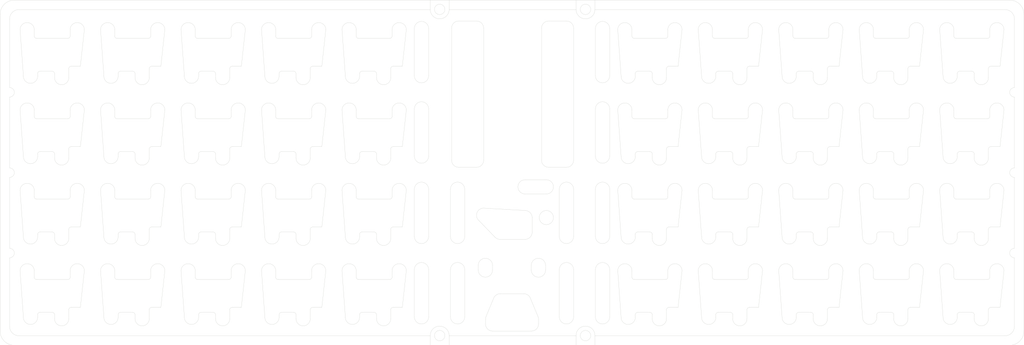
<source format=kicad_pcb>
(kicad_pcb (version 20221018) (generator pcbnew)

  (general
    (thickness 1.6)
  )

  (paper "A4")
  (layers
    (0 "F.Cu" signal)
    (31 "B.Cu" signal)
    (32 "B.Adhes" user "B.Adhesive")
    (33 "F.Adhes" user "F.Adhesive")
    (34 "B.Paste" user)
    (35 "F.Paste" user)
    (36 "B.SilkS" user "B.Silkscreen")
    (37 "F.SilkS" user "F.Silkscreen")
    (38 "B.Mask" user)
    (39 "F.Mask" user)
    (40 "Dwgs.User" user "User.Drawings")
    (41 "Cmts.User" user "User.Comments")
    (42 "Eco1.User" user "User.Eco1")
    (43 "Eco2.User" user "User.Eco2")
    (44 "Edge.Cuts" user)
    (45 "Margin" user)
    (46 "B.CrtYd" user "B.Courtyard")
    (47 "F.CrtYd" user "F.Courtyard")
    (48 "B.Fab" user)
    (49 "F.Fab" user)
    (50 "User.1" user)
    (51 "User.2" user)
    (52 "User.3" user)
    (53 "User.4" user)
    (54 "User.5" user)
    (55 "User.6" user)
    (56 "User.7" user)
    (57 "User.8" user)
    (58 "User.9" user)
  )

  (setup
    (pad_to_mask_clearance 0)
    (grid_origin 159.585 93.4)
    (pcbplotparams
      (layerselection 0x00010fc_ffffffff)
      (plot_on_all_layers_selection 0x0000000_00000000)
      (disableapertmacros false)
      (usegerberextensions false)
      (usegerberattributes true)
      (usegerberadvancedattributes true)
      (creategerberjobfile true)
      (dashed_line_dash_ratio 12.000000)
      (dashed_line_gap_ratio 3.000000)
      (svgprecision 4)
      (plotframeref false)
      (viasonmask false)
      (mode 1)
      (useauxorigin false)
      (hpglpennumber 1)
      (hpglpenspeed 20)
      (hpglpendiameter 15.000000)
      (dxfpolygonmode true)
      (dxfimperialunits true)
      (dxfusepcbnewfont true)
      (psnegative false)
      (psa4output false)
      (plotreference true)
      (plotvalue true)
      (plotinvisibletext false)
      (sketchpadsonfab false)
      (subtractmaskfromsilk false)
      (outputformat 1)
      (mirror false)
      (drillshape 1)
      (scaleselection 1)
      (outputdirectory "")
    )
  )

  (net 0 "")

  (gr_line (start 232.455 62.45) (end 229.875 62.45)
    (stroke (width 0.05) (type default)) (layer "Edge.Cuts") (tstamp 000203bb-f6f7-4c4e-a6e2-69bc35c29f12))
  (gr_arc (start 165.335 114.4) (mid 163.835 115.9) (end 162.335 114.4)
    (stroke (width 0.05) (type default)) (layer "Edge.Cuts") (tstamp 0006fea4-214a-4560-a4b0-be05efe7090a))
  (gr_arc (start 86.135 79.95) (mid 86.281445 79.596445) (end 86.635 79.45)
    (stroke (width 0.05) (type default)) (layer "Edge.Cuts") (tstamp 0015a70f-de3a-47a3-b4db-8209a2dfbfa8))
  (gr_arc (start 181.455 62.45) (mid 181.808553 62.596447) (end 181.955 62.95)
    (stroke (width 0.05) (type default)) (layer "Edge.Cuts") (tstamp 002ca1da-f803-43b8-bcad-a44088e23ea5))
  (gr_line (start 221.405 61.4) (end 219.455 61.4)
    (stroke (width 0.05) (type default)) (layer "Edge.Cuts") (tstamp 0034a669-dc2a-450b-9e6d-e14804e98243))
  (gr_arc (start 252.955 61.9) (mid 253.10144 61.54644) (end 253.455 61.4)
    (stroke (width 0.05) (type default)) (layer "Edge.Cuts") (tstamp 006ef3b2-1846-46d6-88d8-63941f8f5205))
  (gr_line (start 226.375 63.5) (end 225.665334 53.65)
    (stroke (width 0.05) (type default)) (layer "Edge.Cuts") (tstamp 00cc20c6-dba6-49b1-8420-43851883b4ab))
  (gr_line (start 55.215 113.45) (end 52.635 113.45)
    (stroke (width 0.05) (type default)) (layer "Edge.Cuts") (tstamp 0132fbb3-2133-4b21-a5a5-5bd2becc095a))
  (gr_line (start 229.375 63.5) (end 229.375 62.95)
    (stroke (width 0.05) (type default)) (layer "Edge.Cuts") (tstamp 016333a4-a016-4189-8cfb-f14eb1d06a0d))
  (gr_arc (start 201.955 78.9) (mid 202.10144 78.54644) (end 202.455 78.4)
    (stroke (width 0.05) (type default)) (layer "Edge.Cuts") (tstamp 019189b4-6aa0-48a5-9840-3fd4bc1df6f7))
  (gr_line (start 215.455 79.45) (end 212.875 79.45)
    (stroke (width 0.05) (type default)) (layer "Edge.Cuts") (tstamp 01c1428d-0f1e-4391-a806-4cc0f6c325ad))
  (gr_line (start 169.955 70.4) (end 169.955 80.4)
    (stroke (width 0.05) (type default)) (layer "Edge.Cuts") (tstamp 01df066c-fa8a-4cdd-a6d1-f0b7c1fd2934))
  (gr_line (start 219.245 53.65) (end 219.245 55)
    (stroke (width 0.05) (type default)) (layer "Edge.Cuts") (tstamp 022ba0d7-d20e-4499-a198-f93c18791cde))
  (gr_arc (start 110.005 72) (mid 109.858546 72.353546) (end 109.505 72.5)
    (stroke (width 0.05) (type default)) (layer "Edge.Cuts") (tstamp 02435f3c-d84c-40f7-b014-ed405a7e9eb7))
  (gr_arc (start 201.955 95.9) (mid 202.10144 95.54644) (end 202.455 95.4)
    (stroke (width 0.05) (type default)) (layer "Edge.Cuts") (tstamp 0267d83e-f739-45fe-a1e5-8b4ebc958e69))
  (gr_arc (start 252.955 80.8) (mid 251.455 82.3) (end 249.955 80.8)
    (stroke (width 0.05) (type default)) (layer "Edge.Cuts") (tstamp 02799463-51cf-47dd-a872-042687430a36))
  (gr_arc (start 93.005 70.65) (mid 94.505 69.15) (end 96.005 70.65)
    (stroke (width 0.05) (type default)) (layer "Edge.Cuts") (tstamp 029775a2-4e40-4383-a2f2-979c7329b5b0))
  (gr_line (start 83.135 80.5) (end 82.425334 70.65)
    (stroke (width 0.05) (type default)) (layer "Edge.Cuts") (tstamp 03752403-0cba-4c59-b517-29767e80acfb))
  (gr_arc (start 46.215 51.4) (mid 46.800786 49.985786) (end 48.215 49.4)
    (stroke (width 0.05) (type default)) (layer "Edge.Cuts") (tstamp 0391df7d-f83b-40e9-99e0-4d9570204842))
  (gr_line (start 75.715 114.8) (end 75.715 112.9)
    (stroke (width 0.05) (type default)) (layer "Edge.Cuts") (tstamp 039ae166-48c9-4b00-85fb-3fac331205f1))
  (gr_line (start 142.335 114.4) (end 142.335 104.4)
    (stroke (width 0.05) (type default)) (layer "Edge.Cuts") (tstamp 03ac0e67-d442-4c25-8f9e-e980bda881d0))
  (gr_line (start 211.665 104.65) (end 211.665 106)
    (stroke (width 0.05) (type default)) (layer "Edge.Cuts") (tstamp 03cf0683-bcb4-49f6-92d1-d65ce3289efa))
  (gr_line (start 120.135 114.5) (end 120.135 113.95)
    (stroke (width 0.05) (type default)) (layer "Edge.Cuts") (tstamp 04195621-0373-41b4-8f0d-be1bd0e3811a))
  (gr_circle (center 137.055001 118.360001) (end 138.155001 118.360001)
    (stroke (width 0.05) (type default)) (fill none) (layer "Edge.Cuts") (tstamp 042b76ac-95fd-40e6-91e9-a074c77efa01))
  (gr_line (start 253.245 87.65) (end 253.245 89)
    (stroke (width 0.05) (type default)) (layer "Edge.Cuts") (tstamp 043e402b-967d-4c68-8d6b-36eee22a8c1e))
  (gr_line (start 106.215 62.45) (end 103.635 62.45)
    (stroke (width 0.05) (type default)) (layer "Edge.Cuts") (tstamp 0456a50f-3452-4e2a-bf1c-2d6f22b0d406))
  (gr_arc (start 232.455 113.45) (mid 232.80857 113.59643) (end 232.955 113.95)
    (stroke (width 0.05) (type default)) (layer "Edge.Cuts") (tstamp 048c8420-9b8e-4c60-9dd9-6f1876238718))
  (gr_arc (start 76.005 89) (mid 75.858546 89.353546) (end 75.505 89.5)
    (stroke (width 0.05) (type default)) (layer "Edge.Cuts") (tstamp 04da7589-50a8-4615-ad5b-d23ee666eee8))
  (gr_arc (start 48.215 118.4) (mid 46.800786 117.814214) (end 46.215 116.4)
    (stroke (width 0.05) (type default)) (layer "Edge.Cuts") (tstamp 04db76d4-1e5b-4087-9171-87b6073a3b10))
  (gr_line (start 165.335 81.26) (end 165.335 53.32)
    (stroke (width 0.05) (type default)) (layer "Edge.Cuts") (tstamp 04f51711-d1cb-465f-86d7-e155f0d50b4d))
  (gr_arc (start 163.835 51.82) (mid 164.89566 52.25934) (end 165.335 53.32)
    (stroke (width 0.05) (type default)) (layer "Edge.Cuts") (tstamp 050760a7-5e09-4d74-bcea-0acccd60a1f6))
  (gr_arc (start 229.165 72.5) (mid 228.811448 72.353552) (end 228.665 72)
    (stroke (width 0.05) (type default)) (layer "Edge.Cuts") (tstamp 05dff100-ea6c-4283-b154-6f966cb27713))
  (gr_arc (start 235.955 114.8) (mid 234.455 116.3) (end 232.955 114.8)
    (stroke (width 0.05) (type default)) (layer "Edge.Cuts") (tstamp 06044b87-30e7-4a6e-bccd-cbd2dc0e727c))
  (gr_line (start 89.715 63.8) (end 89.715 62.95)
    (stroke (width 0.05) (type default)) (layer "Edge.Cuts") (tstamp 0607d025-0b48-4475-b443-57457a457861))
  (gr_line (start 232.955 97.8) (end 232.955 96.95)
    (stroke (width 0.05) (type default)) (layer "Edge.Cuts") (tstamp 0628c60f-2d9c-4300-b8db-932a5cc5cc17))
  (gr_arc (start 99.425334 87.65) (mid 100.925 86.150334) (end 102.424666 87.65)
    (stroke (width 0.05) (type default)) (layer "Edge.Cuts") (tstamp 064b7830-8e30-4e86-9f97-a0a546e33901))
  (gr_arc (start 85.925 106.5) (mid 85.571448 106.353552) (end 85.425 106)
    (stroke (width 0.05) (type default)) (layer "Edge.Cuts") (tstamp 06503d26-e2fc-451b-8eb5-d8612baf5106))
  (gr_circle (center 167.854999 118.36) (end 168.954999 118.36)
    (stroke (width 0.05) (type default)) (fill none) (layer "Edge.Cuts") (tstamp 06952b76-47a8-49b1-8e24-03bb9017a7a3))
  (gr_arc (start 185.245 70.65) (mid 186.745 69.15) (end 188.245 70.65)
    (stroke (width 0.05) (type default)) (layer "Edge.Cuts") (tstamp 06a6cd55-5954-43f5-b177-10b2fc45aa99))
  (gr_line (start 76.005 70.65) (end 76.005 72)
    (stroke (width 0.05) (type default)) (layer "Edge.Cuts") (tstamp 06b37e83-5451-4848-b169-cb8c4d7bd56a))
  (gr_line (start 198.955 80.8) (end 198.955 79.95)
    (stroke (width 0.05) (type default)) (layer "Edge.Cuts") (tstamp 06d05d77-fc1b-4652-b398-47c78c1bf83b))
  (gr_line (start 238.405 61.4) (end 239.245 53.65)
    (stroke (width 0.05) (type default)) (layer "Edge.Cuts") (tstamp 06dbc222-9053-4897-b7f1-5d44687fd745))
  (gr_arc (start 225.665334 87.65) (mid 227.165 86.150334) (end 228.664666 87.65)
    (stroke (width 0.05) (type default)) (layer "Edge.Cuts") (tstamp 07ecea7c-bbeb-4619-8cfd-3a88798e2560))
  (gr_line (start 155.085 91.9) (end 146.335 91.4)
    (stroke (width 0.05) (type default)) (layer "Edge.Cuts") (tstamp 082b8fe4-adfc-4251-bf3e-ae6b12a0e723))
  (gr_line (start 204.405 95.4) (end 205.245 87.65)
    (stroke (width 0.05) (type default)) (layer "Edge.Cuts") (tstamp 0873ecec-1349-4352-936a-cac6b4dec732))
  (gr_line (start 255.405 78.4) (end 253.455 78.4)
    (stroke (width 0.05) (type default)) (layer "Edge.Cuts") (tstamp 08cc87ff-4e3d-40c1-a0f2-87cc80b2a362))
  (gr_line (start 236.245 104.65) (end 236.245 106)
    (stroke (width 0.05) (type default)) (layer "Edge.Cuts") (tstamp 091646bb-cdd4-42ea-96bd-df44facfc5ff))
  (gr_line (start 253.245 104.65) (end 253.245 106)
    (stroke (width 0.05) (type default)) (layer "Edge.Cuts") (tstamp 09218cf5-9346-42ac-b35b-5653c9b362ad))
  (gr_line (start 134.715 114.4) (end 134.715 104.4)
    (stroke (width 0.05) (type default)) (layer "Edge.Cuts") (tstamp 09c090d6-a91c-4661-b0ef-d4345f78869d))
  (gr_line (start 123.715 114.8) (end 123.715 113.95)
    (stroke (width 0.05) (type default)) (layer "Edge.Cuts") (tstamp 0a0b40aa-ae02-45b7-a210-6e221afc9316))
  (gr_arc (start 191.665334 104.65) (mid 193.165 103.150334) (end 194.664666 104.65)
    (stroke (width 0.05) (type default)) (layer "Edge.Cuts") (tstamp 0a6eb634-e077-4ab6-8061-29980ac25064))
  (gr_arc (start 201.955 80.8) (mid 200.455 82.3) (end 198.955 80.8)
    (stroke (width 0.05) (type default)) (layer "Edge.Cuts") (tstamp 0ad7dbaa-80e9-466c-88c3-fd06acaf3608))
  (gr_line (start 93.005 87.65) (end 93.005 89)
    (stroke (width 0.05) (type default)) (layer "Edge.Cuts") (tstamp 0b6c872f-c79a-43e5-bcf0-31ce07f8b3df))
  (gr_line (start 172.955 114.4) (end 172.955 104.4)
    (stroke (width 0.05) (type default)) (layer "Edge.Cuts") (tstamp 0b70943f-fa06-48ef-a603-daf5d783ba8f))
  (gr_arc (start 157.935 115.9) (mid 157.49566 116.96066) (end 156.435 117.4)
    (stroke (width 0.05) (type default)) (layer "Edge.Cuts") (tstamp 0b7f547b-c9b2-4140-9c40-2e9df42bac13))
  (gr_line (start 112.165 61.4) (end 113.005 53.65)
    (stroke (width 0.05) (type default)) (layer "Edge.Cuts") (tstamp 0bba5910-6931-4434-92af-33493fecab15))
  (gr_arc (start 178.165 106.5) (mid 177.811447 106.353553) (end 177.665 106)
    (stroke (width 0.05) (type default)) (layer "Edge.Cuts") (tstamp 0be62895-411a-4ce0-8dff-2f46e4ad72ca))
  (gr_arc (start 127.005 89) (mid 126.858546 89.353546) (end 126.505 89.5)
    (stroke (width 0.05) (type default)) (layer "Edge.Cuts") (tstamp 0c1687f1-ae72-42e7-95a7-bdf0a029bd51))
  (gr_line (start 120.135 97.5) (end 120.135 96.95)
    (stroke (width 0.05) (type default)) (layer "Edge.Cuts") (tstamp 0cd862f2-3d9a-415a-a6f7-00dfbdac8bfb))
  (gr_line (start 58.715 97.8) (end 58.715 95.9)
    (stroke (width 0.05) (type default)) (layer "Edge.Cuts") (tstamp 0cebcf3a-5ec4-4ba4-8e59-2db3ae609f40))
  (gr_line (start 185.245 70.65) (end 185.245 72)
    (stroke (width 0.05) (type default)) (layer "Edge.Cuts") (tstamp 0cf0d325-5c87-43a2-ad23-8b95798d0426))
  (gr_arc (start 126.715 114.8) (mid 125.215 116.3) (end 123.715 114.8)
    (stroke (width 0.05) (type default)) (layer "Edge.Cuts") (tstamp 0cf4ddd2-9fcd-4773-a578-7c383d6a82be))
  (gr_line (start 252.955 80.8) (end 252.955 78.9)
    (stroke (width 0.05) (type default)) (layer "Edge.Cuts") (tstamp 0cf5af47-2274-4de3-b514-1fb9d46d9fa6))
  (gr_line (start 195.375 63.5) (end 195.375 62.95)
    (stroke (width 0.05) (type default)) (layer "Edge.Cuts") (tstamp 0d392db9-bcd9-4450-9c83-9c088bed5d57))
  (gr_line (start 212.375 114.5) (end 212.375 113.95)
    (stroke (width 0.05) (type default)) (layer "Edge.Cuts") (tstamp 0e0b6c4c-6742-4837-a394-960fae691f63))
  (gr_arc (start 99.425334 53.65) (mid 100.925 52.150334) (end 102.424666 53.65)
    (stroke (width 0.05) (type default)) (layer "Edge.Cuts") (tstamp 0e613320-d7b5-4162-907f-6f52c1be9777))
  (gr_arc (start 174.665334 53.65) (mid 176.165 52.150334) (end 177.664666 53.65)
    (stroke (width 0.05) (type default)) (layer "Edge.Cuts") (tstamp 0f0caaf2-6c1d-4ff2-a2b1-8c3313a0281b))
  (gr_line (start 78.165 78.4) (end 79.005 70.65)
    (stroke (width 0.05) (type default)) (layer "Edge.Cuts") (tstamp 0f18b26d-d01f-47a2-93e9-4383abe7476f))
  (gr_line (start 78.165 95.4) (end 76.215 95.4)
    (stroke (width 0.05) (type default)) (layer "Edge.Cuts") (tstamp 0fb8be1c-fb85-442e-81d8-68d6fb5c8c7c))
  (gr_line (start 49.135 114.5) (end 48.425334 104.65)
    (stroke (width 0.05) (type default)) (layer "Edge.Cuts") (tstamp 0ff08f5d-e687-4f48-93ed-592140a97d0a))
  (gr_arc (start 52.135 79.95) (mid 52.281447 79.596447) (end 52.635 79.45)
    (stroke (width 0.05) (type default)) (layer "Edge.Cuts") (tstamp 10166ba5-4519-4309-b466-d636d1f48acb))
  (gr_line (start 68.425 53.65) (end 68.425 55)
    (stroke (width 0.05) (type default)) (layer "Edge.Cuts") (tstamp 1160094c-4c8d-41b4-b37a-302c0cb92ea9))
  (gr_arc (start 55.215 79.45) (mid 55.568553 79.596447) (end 55.715 79.95)
    (stroke (width 0.05) (type default)) (layer "Edge.Cuts") (tstamp 11719e45-aa81-4ab1-a021-1a1993cf9af3))
  (gr_line (start 172.955 63.4) (end 172.955 53.4)
    (stroke (width 0.05) (type default)) (layer "Edge.Cuts") (tstamp 11cd204a-2708-420c-b1ec-cc7fa6fa1089))
  (gr_line (start 95.165 112.4) (end 93.215 112.4)
    (stroke (width 0.05) (type default)) (layer "Edge.Cuts") (tstamp 127c08af-7b88-47c6-83ab-f242bfadb234))
  (gr_line (start 198.455 96.45) (end 195.875 96.45)
    (stroke (width 0.05) (type default)) (layer "Edge.Cuts") (tstamp 12ba6460-582d-4b2d-9eca-f7dd53413c56))
  (gr_arc (start 99.425334 70.65) (mid 100.925 69.150334) (end 102.424666 70.65)
    (stroke (width 0.05) (type default)) (layer "Edge.Cuts") (tstamp 131a1f19-afd8-4229-a2a8-fe44f162f880))
  (gr_line (start 85.425 70.65) (end 85.425 72)
    (stroke (width 0.05) (type default)) (layer "Edge.Cuts") (tstamp 13257cdf-2eb7-4601-913b-2d44d75c4f8b))
  (gr_arc (start 201.955 97.8) (mid 200.455 99.3) (end 198.955 97.8)
    (stroke (width 0.05) (type default)) (layer "Edge.Cuts") (tstamp 132a1543-7cfb-4b7c-bae3-1491b46cde77))
  (gr_arc (start 208.665334 53.65) (mid 210.165 52.150334) (end 211.664666 53.65)
    (stroke (width 0.05) (type default)) (layer "Edge.Cuts") (tstamp 133cc71a-1c42-4986-9dff-3c70e19653ad))
  (gr_line (start 256.455 118.4) (end 169.855 118.4)
    (stroke (width 0.05) (type default)) (layer "Edge.Cuts") (tstamp 1420afc7-a099-4c8f-ac9f-ec2eb3748416))
  (gr_line (start 144.835001 51.819999) (end 141.075001 51.819999)
    (stroke (width 0.05) (type default)) (layer "Edge.Cuts") (tstamp 145043e8-11ed-4cdd-8fd3-acf321f50ed8))
  (gr_line (start 117.135 114.5) (end 116.425334 104.65)
    (stroke (width 0.05) (type default)) (layer "Edge.Cuts") (tstamp 15d517ea-bad9-4b49-9b20-b4a85f25ee33))
  (gr_arc (start 44.215 50.4) (mid 45.09368 48.27868) (end 47.215 47.4)
    (stroke (width 0.05) (type default)) (layer "Edge.Cuts") (tstamp 15d56ae0-b2b7-46ae-98ac-2161afc9c264))
  (gr_line (start 139.055 118.4) (end 139.055 120.4)
    (stroke (width 0.05) (type default)) (layer "Edge.Cuts") (tstamp 160dd422-37e7-4fec-add3-cdd11b957d38))
  (gr_line (start 102.425 87.65) (end 102.425 89)
    (stroke (width 0.05) (type default)) (layer "Edge.Cuts") (tstamp 16b0290f-a154-4297-aafc-ab3bfdcadde3))
  (gr_arc (start 68.925 89.5) (mid 68.571448 89.353552) (end 68.425 89)
    (stroke (width 0.05) (type default)) (layer "Edge.Cuts") (tstamp 16cf3874-272f-431c-9cf3-a1311110295e))
  (gr_arc (start 229.375 62.95) (mid 229.521445 62.596445) (end 229.875 62.45)
    (stroke (width 0.05) (type default)) (layer "Edge.Cuts") (tstamp 1755a4f9-7130-457d-bdb7-8b026d66d257))
  (gr_line (start 85.925 72.5) (end 92.505 72.5)
    (stroke (width 0.05) (type default)) (layer "Edge.Cuts") (tstamp 179d6a87-e611-49df-a2cb-4b812bea2bb2))
  (gr_arc (start 51.925 106.5) (mid 51.571447 106.353553) (end 51.425 106)
    (stroke (width 0.05) (type default)) (layer "Edge.Cuts") (tstamp 1814c3ad-5343-4d8b-94fb-6fa84dc0e4d3))
  (gr_arc (start 260.455 117.4) (mid 259.576321 119.521321) (end 257.455 120.4)
    (stroke (width 0.05) (type default)) (layer "Edge.Cuts") (tstamp 189319fd-1005-41f5-87d7-da74afbed89d))
  (gr_arc (start 159.415 104.5) (mid 157.915 106) (end 156.415 104.5)
    (stroke (width 0.05) (type default)) (layer "Edge.Cuts") (tstamp 18d55ca7-c3fe-45ab-a98a-ed75cf1df65e))
  (gr_line (start 159.415 103.5) (end 159.415 104.5)
    (stroke (width 0.05) (type default)) (layer "Edge.Cuts") (tstamp 1929279d-cd56-4013-b02f-45732b46176e))
  (gr_line (start 49.135 97.5) (end 48.425334 87.65)
    (stroke (width 0.05) (type default)) (layer "Edge.Cuts") (tstamp 19a4cc2f-5fc2-466c-ad3d-c14f2f17cf7f))
  (gr_arc (start 48.425334 70.65) (mid 49.925 69.150334) (end 51.424666 70.65)
    (stroke (width 0.05) (type default)) (layer "Edge.Cuts") (tstamp 19baae43-33b6-432e-ab98-016aefe0973f))
  (gr_line (start 92.715 63.8) (end 92.715 61.9)
    (stroke (width 0.05) (type default)) (layer "Edge.Cuts") (tstamp 19e20749-3c69-493c-83a5-22f4e104f8e5))
  (gr_arc (start 134.715 63.4) (mid 133.215 64.9) (end 131.715 63.4)
    (stroke (width 0.05) (type default)) (layer "Edge.Cuts") (tstamp 19f6daf4-52c1-4231-b94f-85f0b6f4b339))
  (gr_arc (start 165.335 81.26) (mid 164.89566 82.32066) (end 163.835 82.76)
    (stroke (width 0.05) (type default)) (layer "Edge.Cuts") (tstamp 19f9b853-c470-4ec6-b945-5a56aba7c7b9))
  (gr_arc (start 219.245 104.65) (mid 220.745 103.15) (end 222.245 104.65)
    (stroke (width 0.05) (type default)) (layer "Edge.Cuts") (tstamp 1a0ee265-21d7-4e3e-9b40-bf2c166b023d))
  (gr_arc (start 110.005 106) (mid 109.858546 106.353546) (end 109.505 106.5)
    (stroke (width 0.05) (type default)) (layer "Edge.Cuts") (tstamp 1a67f35a-fad3-40b0-b4d7-c2431a600fe3))
  (gr_arc (start 242.665334 104.65) (mid 244.165 103.150334) (end 245.664666 104.65)
    (stroke (width 0.05) (type default)) (layer "Edge.Cuts") (tstamp 1aaee102-ee39-4b5c-b535-a6359adb8036))
  (gr_line (start 202.245 104.65) (end 202.245 106)
    (stroke (width 0.05) (type default)) (layer "Edge.Cuts") (tstamp 1b0f2667-6018-4f10-a148-55849051e7ee))
  (gr_arc (start 246.375 63.5) (mid 244.875 65) (end 243.375 63.5)
    (stroke (width 0.05) (type default)) (layer "Edge.Cuts") (tstamp 1bc30fdb-138c-406c-b4a8-0082f5e003ab))
  (gr_arc (start 246.375 97.5) (mid 244.875 99) (end 243.375 97.5)
    (stroke (width 0.05) (type default)) (layer "Edge.Cuts") (tstamp 1bca151e-298a-4dbe-96e3-bb350bbd0a07))
  (gr_arc (start 69.135 96.95) (mid 69.281445 96.596445) (end 69.635 96.45)
    (stroke (width 0.05) (type default)) (layer "Edge.Cuts") (tstamp 1c0b358c-b8de-491a-9271-06a879a8ef28))
  (gr_arc (start 103.135 113.95) (mid 103.281445 113.596445) (end 103.635 113.45)
    (stroke (width 0.05) (type default)) (layer "Edge.Cuts") (tstamp 1c901815-9a5b-4126-8e4a-1f4188620a9e))
  (gr_arc (start 249.455 62.45) (mid 249.80857 62.59643) (end 249.955 62.95)
    (stroke (width 0.05) (type default)) (layer "Edge.Cuts") (tstamp 1caa014d-561e-4d5e-bd70-6ef6e22ad2ef))
  (gr_line (start 100.135 114.5) (end 99.425334 104.65)
    (stroke (width 0.05) (type default)) (layer "Edge.Cuts") (tstamp 1cc297c7-a4e2-4781-8f99-4fd1efded5e9))
  (gr_line (start 89.215 113.45) (end 86.635 113.45)
    (stroke (width 0.05) (type default)) (layer "Edge.Cuts") (tstamp 1d0c5759-66f2-4fd0-a5da-466c0b16b921))
  (gr_line (start 185.245 53.65) (end 185.245 55)
    (stroke (width 0.05) (type default)) (layer "Edge.Cuts") (tstamp 1d42c9fa-2fb8-40b7-b471-6d62318ec045))
  (gr_arc (start 219.245 89) (mid 219.098546 89.353546) (end 218.745 89.5)
    (stroke (width 0.05) (type default)) (layer "Edge.Cuts") (tstamp 1d6565aa-4eb9-4bbf-80ae-5ef3b0fc21af))
  (gr_line (start 59.005 104.65) (end 59.005 106)
    (stroke (width 0.05) (type default)) (layer "Edge.Cuts") (tstamp 1de8752b-93d6-4bc1-94bd-66553d69f032))
  (gr_arc (start 198.455 96.45) (mid 198.80857 96.59643) (end 198.955 96.95)
    (stroke (width 0.05) (type default)) (layer "Edge.Cuts") (tstamp 1f0ee5ac-c449-40c0-9f49-7050edcd39ac))
  (gr_arc (start 202.245 55) (mid 202.098551 55.353541) (end 201.745 55.5)
    (stroke (width 0.05) (type default)) (layer "Edge.Cuts") (tstamp 1f1b655a-9138-4a26-861e-976885d428e9))
  (gr_arc (start 256.455 49.4) (mid 257.869214 49.985786) (end 258.455 51.4)
    (stroke (width 0.05) (type default)) (layer "Edge.Cuts") (tstamp 1f729778-3224-4709-a5a2-bf56ae52a42e))
  (gr_arc (start 195.165 72.5) (mid 194.811448 72.353552) (end 194.665 72)
    (stroke (width 0.05) (type default)) (layer "Edge.Cuts") (tstamp 1fb1c20b-21be-45a3-b5c4-2fe06693271c))
  (gr_arc (start 82.425334 53.65) (mid 83.925 52.150334) (end 85.424666 53.65)
    (stroke (width 0.05) (type default)) (layer "Edge.Cuts") (tstamp 1fc76e6e-0197-4f93-97e1-05356e1dd45b))
  (gr_line (start 129.165 61.4) (end 130.005 53.65)
    (stroke (width 0.05) (type default)) (layer "Edge.Cuts") (tstamp 2083db83-e34c-4050-91da-6991ad7888c9))
  (gr_line (start 228.665 104.65) (end 228.665 106)
    (stroke (width 0.05) (type default)) (layer "Edge.Cuts") (tstamp 20aed0fd-3406-4516-b62e-43187a9fb23d))
  (gr_arc (start 102.925 55.5) (mid 102.571448 55.353552) (end 102.425 55)
    (stroke (width 0.05) (type default)) (layer "Edge.Cuts") (tstamp 20d3cf30-c984-40d2-bcd6-f85c8751fba1))
  (gr_line (start 235.955 114.8) (end 235.955 112.9)
    (stroke (width 0.05) (type default)) (layer "Edge.Cuts") (tstamp 2101f178-2f47-426d-a592-f7b1c928317b))
  (gr_arc (start 229.165 106.5) (mid 228.811448 106.353552) (end 228.665 106)
    (stroke (width 0.05) (type default)) (layer "Edge.Cuts") (tstamp 2118192f-4769-422b-88fc-e05b5b846d8b))
  (gr_arc (start 169.955 104.4) (mid 171.455 102.9) (end 172.955 104.4)
    (stroke (width 0.05) (type default)) (layer "Edge.Cuts") (tstamp 212f3e20-1f18-49dc-8b10-b9ac09527266))
  (gr_arc (start 139.054999 49.4) (mid 137.055 51.360401) (end 135.055001 49.4)
    (stroke (width 0.05) (type default)) (layer "Edge.Cuts") (tstamp 2143602f-721c-4ba7-8e79-3306964318fc))
  (gr_arc (start 69.135 113.95) (mid 69.281445 113.596445) (end 69.635 113.45)
    (stroke (width 0.05) (type default)) (layer "Edge.Cuts") (tstamp 21516f39-26b6-4453-b24b-83bde0ef56ff))
  (gr_arc (start 76.005 53.65) (mid 77.505 52.15) (end 79.005 53.65)
    (stroke (width 0.05) (type default)) (layer "Edge.Cuts") (tstamp 215bfb3b-9bf4-4bb9-a99c-e223136fb0c5))
  (gr_arc (start 92.715 112.9) (mid 92.86144 112.54644) (end 93.215 112.4)
    (stroke (width 0.05) (type default)) (layer "Edge.Cuts") (tstamp 217d8bfd-a56c-498e-b315-838d8c96e560))
  (gr_arc (start 181.455 96.45) (mid 181.808553 96.596447) (end 181.955 96.95)
    (stroke (width 0.05) (type default)) (layer "Edge.Cuts") (tstamp 2187408f-12c6-4f14-b98b-d270f1893f03))
  (gr_arc (start 89.215 79.45) (mid 89.56857 79.59643) (end 89.715 79.95)
    (stroke (width 0.05) (type default)) (layer "Edge.Cuts") (tstamp 219b5fd9-6f24-42db-9dde-7677b2327597))
  (gr_line (start 110.005 70.65) (end 110.005 72)
    (stroke (width 0.05) (type default)) (layer "Edge.Cuts") (tstamp 21ad26b0-925d-4125-99c2-4bc63b41e5f2))
  (gr_arc (start 253.245 104.65) (mid 254.745 103.15) (end 256.245 104.65)
    (stroke (width 0.05) (type default)) (layer "Edge.Cuts") (tstamp 21f173a9-816f-4690-8dcd-d4c68d11706a))
  (gr_line (start 139.335 87.4) (end 139.335 97.4)
    (stroke (width 0.05) (type default)) (layer "Edge.Cuts") (tstamp 22413eae-cf00-40c2-986c-3c74be81646c))
  (gr_line (start 85.425 53.65) (end 85.425 55)
    (stroke (width 0.05) (type default)) (layer "Edge.Cuts") (tstamp 22b5a28f-0ee3-4030-9b6a-318c3dbce0dc))
  (gr_arc (start 212.165 89.5) (mid 211.811448 89.353552) (end 211.665 89)
    (stroke (width 0.05) (type default)) (layer "Edge.Cuts") (tstamp 22bff7ca-36c5-4084-860f-734a39ad4315))
  (gr_arc (start 236.245 55) (mid 236.098546 55.353546) (end 235.745 55.5)
    (stroke (width 0.05) (type default)) (layer "Edge.Cuts") (tstamp 233eba76-a05d-4ec2-84d9-f115aebbd6da))
  (gr_line (start 66.135 97.5) (end 65.425334 87.65)
    (stroke (width 0.05) (type default)) (layer "Edge.Cuts") (tstamp 233f23cd-1148-4efc-a9c4-f69808631aab))
  (gr_arc (start 103.135 97.5) (mid 101.635 99) (end 100.135 97.5)
    (stroke (width 0.05) (type default)) (layer "Edge.Cuts") (tstamp 234a0206-21d6-4d4f-8508-1c61f0667fdb))
  (gr_arc (start 65.425334 70.65) (mid 66.925 69.150334) (end 68.424666 70.65)
    (stroke (width 0.05) (type default)) (layer "Edge.Cuts") (tstamp 234eb267-a0a6-4708-b762-3051f2f0967f))
  (gr_line (start 85.925 106.5) (end 92.505 106.5)
    (stroke (width 0.05) (type default)) (layer "Edge.Cuts") (tstamp 2390652d-99a5-4935-ac76-0db28c3d6c15))
  (gr_line (start 92.715 80.8) (end 92.715 78.9)
    (stroke (width 0.05) (type default)) (layer "Edge.Cuts") (tstamp 245950b7-edbd-4584-854e-1fdab324fe66))
  (gr_line (start 85.425 87.65) (end 85.425 89)
    (stroke (width 0.05) (type default)) (layer "Edge.Cuts") (tstamp 24bc4022-e2cf-401e-9288-699f27f93a6d))
  (gr_arc (start 184.955 78.9) (mid 185.101447 78.546447) (end 185.455 78.4)
    (stroke (width 0.05) (type default)) (layer "Edge.Cuts") (tstamp 25815f12-1479-4ac7-82b5-7a26e1287c23))
  (gr_line (start 195.375 80.5) (end 195.375 79.95)
    (stroke (width 0.05) (type default)) (layer "Edge.Cuts") (tstamp 25f3bec2-b9fe-4a5d-8249-8336619c9188))
  (gr_arc (start 236.245 89) (mid 236.098546 89.353546) (end 235.745 89.5)
    (stroke (width 0.05) (type default)) (layer "Edge.Cuts") (tstamp 27284264-aeb1-4070-b66f-679888d00055))
  (gr_arc (start 215.455 62.45) (mid 215.808575 62.596435) (end 215.955 62.95)
    (stroke (width 0.05) (type default)) (layer "Edge.Cuts") (tstamp 2744831a-17ed-4ae3-9e51-cdb93ead64da))
  (gr_line (start 219.245 104.65) (end 219.245 106)
    (stroke (width 0.05) (type default)) (layer "Edge.Cuts") (tstamp 2762ea41-792b-4d06-8e81-029ec1ba0447))
  (gr_line (start 229.375 114.5) (end 229.375 113.95)
    (stroke (width 0.05) (type default)) (layer "Edge.Cuts") (tstamp 277bcd61-da30-45c7-9bdb-4eb864cd9dcb))
  (gr_arc (start 155.085 88.4) (mid 153.585 86.9) (end 155.085 85.4)
    (stroke (width 0.05) (type default)) (layer "Edge.Cuts") (tstamp 277c3b59-b089-4af8-8e91-84b98d67e425))
  (gr_line (start 201.955 80.8) (end 201.955 78.9)
    (stroke (width 0.05) (type default)) (layer "Edge.Cuts") (tstamp 278e80d3-ca06-4247-ada0-268ba759b33d))
  (gr_line (start 185.245 87.65) (end 185.245 89)
    (stroke (width 0.05) (type default)) (layer "Edge.Cuts") (tstamp 27943546-d51c-4489-9ac7-6742a0b5eeab))
  (gr_line (start 51.925 89.5) (end 58.505 89.5)
    (stroke (width 0.05) (type default)) (layer "Edge.Cuts") (tstamp 27a03f07-3f00-4bde-8a5c-be87bf337439))
  (gr_line (start 48.215 49.4) (end 135.055001 49.4)
    (stroke (width 0.05) (type default)) (layer "Edge.Cuts") (tstamp 27c8d623-e4e1-469a-b5f5-5977d26fa377))
  (gr_arc (start 46.215 82.9) (mid 47.215 83.9) (end 46.215 84.9)
    (stroke (width 0.05) (type default)) (layer "Edge.Cuts") (tstamp 282208b0-ab77-416f-a575-d02ba5db6207))
  (gr_line (start 119.425 87.65) (end 119.425 89)
    (stroke (width 0.05) (type default)) (layer "Edge.Cuts") (tstamp 290f27e2-b7c5-4675-8c9e-62311930baba))
  (gr_arc (start 106.215 96.45) (mid 106.56857 96.59643) (end 106.715 96.95)
    (stroke (width 0.05) (type default)) (layer "Edge.Cuts") (tstamp 292061fb-6bbd-44a5-8e3c-74567e380390))
  (gr_line (start 78.165 95.4) (end 79.005 87.65)
    (stroke (width 0.05) (type default)) (layer "Edge.Cuts") (tstamp 29828aa8-528c-4581-b430-144e8bdd7469))
  (gr_line (start 102.925 72.5) (end 109.505 72.5)
    (stroke (width 0.05) (type default)) (layer "Edge.Cuts") (tstamp 299ed980-31ee-4520-8471-975dcec8e664))
  (gr_arc (start 236.245 106) (mid 236.098546 106.353546) (end 235.745 106.5)
    (stroke (width 0.05) (type default)) (layer "Edge.Cuts") (tstamp 29a70ce4-5b16-4201-8d7b-4c6a695220f9))
  (gr_line (start 127.005 70.65) (end 127.005 72)
    (stroke (width 0.05) (type default)) (layer "Edge.Cuts") (tstamp 2a380321-de4d-42ea-90e9-ca26b6e12837))
  (gr_line (start 236.245 53.65) (end 236.245 55)
    (stroke (width 0.05) (type default)) (layer "Edge.Cuts") (tstamp 2a76b4ac-0551-4ef1-a642-07418387e3e5))
  (gr_arc (start 69.135 114.5) (mid 67.635 116) (end 66.135 114.5)
    (stroke (width 0.05) (type default)) (layer "Edge.Cuts") (tstamp 2a772fba-0c4e-4729-a365-326076f466fb))
  (gr_arc (start 191.665334 87.65) (mid 193.165 86.150334) (end 194.664666 87.65)
    (stroke (width 0.05) (type default)) (layer "Edge.Cuts") (tstamp 2a8dc834-44c1-46a7-a8a5-da428ae3660c))
  (gr_arc (start 212.375 80.5) (mid 210.875 82) (end 209.375 80.5)
    (stroke (width 0.05) (type default)) (layer "Edge.Cuts") (tstamp 2aaee552-42d3-4fd8-b546-c29f120be2e1))
  (gr_line (start 202.245 87.65) (end 202.245 89)
    (stroke (width 0.05) (type default)) (layer "Edge.Cuts") (tstamp 2b1593f6-4435-4fc9-b4c9-dc0b00a31017))
  (gr_line (start 177.665 53.65) (end 177.665 55)
    (stroke (width 0.05) (type default)) (layer "Edge.Cuts") (tstamp 2b573fed-497d-40ea-93b9-a45ee06805a2))
  (gr_arc (start 242.665334 70.65) (mid 244.165 69.150334) (end 245.664666 70.65)
    (stroke (width 0.05) (type default)) (layer "Edge.Cuts") (tstamp 2b8ba2f5-8b19-4b1d-89f6-6c092be5e14c))
  (gr_arc (start 212.165 72.5) (mid 211.811448 72.353552) (end 211.665 72)
    (stroke (width 0.05) (type default)) (layer "Edge.Cuts") (tstamp 2c574309-8706-4676-aa8d-311e211778cc))
  (gr_arc (start 55.215 113.45) (mid 55.568553 113.596447) (end 55.715 113.95)
    (stroke (width 0.05) (type default)) (layer "Edge.Cuts") (tstamp 2c834d80-d850-4dff-94ec-317712b5be2a))
  (gr_line (start 187.405 95.4) (end 185.455 95.4)
    (stroke (width 0.05) (type default)) (layer "Edge.Cuts") (tstamp 2cba826e-3ff8-4646-b693-458adfadc758))
  (gr_line (start 221.405 95.4) (end 219.455 95.4)
    (stroke (width 0.05) (type default)) (layer "Edge.Cuts") (tstamp 2ce20b86-9f0f-4f5d-a373-9bbeed391dd4))
  (gr_line (start 102.925 89.5) (end 109.505 89.5)
    (stroke (width 0.05) (type default)) (layer "Edge.Cuts") (tstamp 2cf75f6c-e7b0-4340-b329-1ba9b7f242e7))
  (gr_arc (start 59.005 87.65) (mid 60.505 86.15) (end 62.005 87.65)
    (stroke (width 0.05) (type default)) (layer "Edge.Cuts") (tstamp 2d34fb08-e581-4cc4-bf93-39dc1511705c))
  (gr_line (start 187.405 112.4) (end 188.245 104.65)
    (stroke (width 0.05) (type default)) (layer "Edge.Cuts") (tstamp 2d5fc9cb-1c8c-4dd9-8d9e-6db47ccb26ab))
  (gr_arc (start 202.245 104.65) (mid 203.745 103.15) (end 205.245 104.65)
    (stroke (width 0.05) (type default)) (layer "Edge.Cuts") (tstamp 2d968519-ca10-4d6e-87ef-5c525d4d853f))
  (gr_arc (start 127.005 106) (mid 126.858546 106.353546) (end 126.505 106.5)
    (stroke (width 0.05) (type default)) (layer "Edge.Cuts") (tstamp 2dccbce5-84f4-4c32-aa25-2d88e885fc2d))
  (gr_line (start 232.955 63.8) (end 232.955 62.95)
    (stroke (width 0.05) (type default)) (layer "Edge.Cuts") (tstamp 2dd52266-b9bf-41f3-9c3f-197930da7db3))
  (gr_line (start 59.005 87.65) (end 59.005 89)
    (stroke (width 0.05) (type default)) (layer "Edge.Cuts") (tstamp 2e225eb4-31a6-4d2e-b63f-e55dce750f73))
  (gr_line (start 119.925 55.5) (end 126.505 55.5)
    (stroke (width 0.05) (type default)) (layer "Edge.Cuts") (tstamp 2e3222b4-5884-4950-bdbd-fd2fb9c47e85))
  (gr_line (start 246.375 114.5) (end 246.375 113.95)
    (stroke (width 0.05) (type default)) (layer "Edge.Cuts") (tstamp 2e833d9b-a512-489a-aee2-4002bfa3eb0a))
  (gr_arc (start 198.455 113.45) (mid 198.80857 113.59643) (end 198.955 113.95)
    (stroke (width 0.05) (type default)) (layer "Edge.Cuts") (tstamp 2f05ad06-e4cc-4ff0-b74d-326e8dcd22ba))
  (gr_line (start 110.005 87.65) (end 110.005 89)
    (stroke (width 0.05) (type default)) (layer "Edge.Cuts") (tstamp 2f2ba7db-48e0-4724-b9da-0a367b069bc4))
  (gr_line (start 194.665 87.65) (end 194.665 89)
    (stroke (width 0.05) (type default)) (layer "Edge.Cuts") (tstamp 2f2ef45f-fd9e-4bbf-8d5f-b0f3052320da))
  (gr_arc (start 109.715 80.8) (mid 108.215 82.3) (end 106.715 80.8)
    (stroke (width 0.05) (type default)) (layer "Edge.Cuts") (tstamp 2f41bd97-7d2e-4eb9-a009-fbac9127764e))
  (gr_line (start 61.165 78.4) (end 59.215 78.4)
    (stroke (width 0.05) (type default)) (layer "Edge.Cuts") (tstamp 2f787f96-204a-4b0e-9ce4-f99b1d542504))
  (gr_line (start 229.165 89.5) (end 235.745 89.5)
    (stroke (width 0.05) (type default)) (layer "Edge.Cuts") (tstamp 2fc04b2b-3010-457b-83c9-23487d7bbdd4))
  (gr_arc (start 52.135 113.95) (mid 52.281447 113.596447) (end 52.635 113.45)
    (stroke (width 0.05) (type default)) (layer "Edge.Cuts") (tstamp 2fdf3125-ae49-4f90-9cd7-1fc90a47217d))
  (gr_line (start 198.455 113.45) (end 195.875 113.45)
    (stroke (width 0.05) (type default)) (layer "Edge.Cuts") (tstamp 2ff20064-d31d-40f9-863e-57be7dda7b30))
  (gr_arc (start 82.425334 70.65) (mid 83.925 69.150334) (end 85.424666 70.65)
    (stroke (width 0.05) (type default)) (layer "Edge.Cuts") (tstamp 3036eea1-18a1-4508-ac81-453bca631418))
  (gr_line (start 103.135 63.5) (end 103.135 62.95)
    (stroke (width 0.05) (type default)) (layer "Edge.Cuts") (tstamp 30f32b1a-5d5d-4458-85d3-caac805f1bc5))
  (gr_arc (start 191.665334 70.65) (mid 193.165 69.150334) (end 194.664666 70.65)
    (stroke (width 0.05) (type default)) (layer "Edge.Cuts") (tstamp 315b556c-64ce-4d78-a450-98108d2ca019))
  (gr_line (start 135.055002 118.4) (end 48.215 118.4)
    (stroke (width 0.05) (type default)) (layer "Edge.Cuts") (tstamp 31670656-4a7b-4d26-99aa-b9266100e16c))
  (gr_arc (start 86.135 80.5) (mid 84.635 82) (end 83.135 80.5)
    (stroke (width 0.05) (type default)) (layer "Edge.Cuts") (tstamp 32266ef7-2c11-4f54-992f-d2bf72630cda))
  (gr_line (start 246.165 72.5) (end 252.745 72.5)
    (stroke (width 0.05) (type default)) (layer "Edge.Cuts") (tstamp 32b9a831-bea5-4639-9fb2-5cc5633b6bfd))
  (gr_line (start 149.815 98) (end 155.085 98)
    (stroke (width 0.05) (type default)) (layer "Edge.Cuts") (tstamp 32c9c788-7665-42a8-a0e5-0fd19931520d))
  (gr_line (start 215.455 113.45) (end 212.875 113.45)
    (stroke (width 0.05) (type default)) (layer "Edge.Cuts") (tstamp 32d06108-83ec-47b7-acf2-2362e1c59058))
  (gr_arc (start 225.665334 70.65) (mid 227.165 69.150334) (end 228.664666 70.65)
    (stroke (width 0.05) (type default)) (layer "Edge.Cuts") (tstamp 3301e2c2-a814-45c6-a6bd-3281f955e64e))
  (gr_arc (start 68.925 106.5) (mid 68.571448 106.353552) (end 68.425 106)
    (stroke (width 0.05) (type default)) (layer "Edge.Cuts") (tstamp 33547531-e0f9-4bb2-976e-76d518a1fd42))
  (gr_line (start 156.585 96.5) (end 156.585 93.4)
    (stroke (width 0.05) (type default)) (layer "Edge.Cuts") (tstamp 336fe4be-546a-4fdc-b819-5fa71ee63f5e))
  (gr_line (start 134.715 63.4) (end 134.715 53.4)
    (stroke (width 0.05) (type default)) (layer "Edge.Cuts") (tstamp 33b6d829-c431-4c42-bcf7-e19b6aa72a61))
  (gr_line (start 102.925 106.5) (end 109.505 106.5)
    (stroke (width 0.05) (type default)) (layer "Edge.Cuts") (tstamp 3403d881-6ddc-48bf-aa00-9667188e6d2f))
  (gr_arc (start 86.135 63.5) (mid 84.635 65) (end 83.135 63.5)
    (stroke (width 0.05) (type default)) (layer "Edge.Cuts") (tstamp 3423a543-a2fa-4ceb-bc31-d9c2f65a12d7))
  (gr_arc (start 257.455 47.4) (mid 259.57632 48.27868) (end 260.455 50.4)
    (stroke (width 0.05) (type default)) (layer "Edge.Cuts") (tstamp 34d3d3e9-ba71-4585-9c06-42c7e02ddbbf))
  (gr_line (start 232.955 114.8) (end 232.955 113.95)
    (stroke (width 0.05) (type default)) (layer "Edge.Cuts") (tstamp 3538897e-b58d-48ea-ba10-dcf180787506))
  (gr_line (start 61.165 61.4) (end 59.215 61.4)
    (stroke (width 0.05) (type default)) (layer "Edge.Cuts") (tstamp 3541e7cf-2710-47aa-adcb-7ba3daf84f25))
  (gr_line (start 211.665 87.65) (end 211.665 89)
    (stroke (width 0.05) (type default)) (layer "Edge.Cuts") (tstamp 35d69138-338b-4c73-85b4-7a301160d88b))
  (gr_line (start 117.135 63.5) (end 116.425334 53.65)
    (stroke (width 0.05) (type default)) (layer "Edge.Cuts") (tstamp 3656e9f3-739d-43b1-8334-12cb9507606e))
  (gr_arc (start 212.165 106.5) (mid 211.811448 106.353552) (end 211.665 106)
    (stroke (width 0.05) (type default)) (layer "Edge.Cuts") (tstamp 36d05eae-aa92-416d-be0e-861a02b8fc8a))
  (gr_line (start 86.135 80.5) (end 86.135 79.95)
    (stroke (width 0.05) (type default)) (layer "Edge.Cuts") (tstamp 3703a717-1121-4192-8105-40a7c860fd1b))
  (gr_line (start 202.245 53.65) (end 202.245 55)
    (stroke (width 0.05) (type default)) (layer "Edge.Cuts") (tstamp 3753f8ae-7cfd-4c3e-962e-756a40775f0f))
  (gr_line (start 221.405 95.4) (end 222.245 87.65)
    (stroke (width 0.05) (type default)) (layer "Edge.Cuts") (tstamp 3754637d-0f7b-486c-8e60-9e50a98bd17b))
  (gr_arc (start 212.375 62.95) (mid 212.521446 62.596445) (end 212.875 62.45)
    (stroke (width 0.05) (type default)) (layer "Edge.Cuts") (tstamp 377d4873-3dfd-43be-bed1-0cb86f6fe6cf))
  (gr_line (start 229.165 72.5) (end 235.745 72.5)
    (stroke (width 0.05) (type default)) (layer "Edge.Cuts") (tstamp 37933e8f-6890-46a9-a759-6df4e96e7cd6))
  (gr_arc (start 58.715 63.8) (mid 57.215 65.3) (end 55.715 63.8)
    (stroke (width 0.05) (type default)) (layer "Edge.Cuts") (tstamp 37a55589-3fbc-433a-bff7-5d0190cc62b4))
  (gr_line (start 131.715 87.4) (end 131.715 97.4)
    (stroke (width 0.05) (type default)) (layer "Edge.Cuts") (tstamp 37bd9d28-a653-4f61-bea6-63e8a37e14fe))
  (gr_line (start 209.375 63.5) (end 208.665334 53.65)
    (stroke (width 0.05) (type default)) (layer "Edge.Cuts") (tstamp 37eaf04b-f493-4b94-b749-d370bbfdd592))
  (gr_line (start 112.165 95.4) (end 110.215 95.4)
    (stroke (width 0.05) (type default)) (layer "Edge.Cuts") (tstamp 380867dd-1d16-4b91-96b4-a68a01dec30d))
  (gr_arc (start 59.005 89) (mid 58.858553 89.353553) (end 58.505 89.5)
    (stroke (width 0.05) (type default)) (layer "Edge.Cuts") (tstamp 38709e0d-3d5b-44a7-889e-afa7cad2ac73))
  (gr_line (start 72.715 114.8) (end 72.715 113.95)
    (stroke (width 0.05) (type default)) (layer "Edge.Cuts") (tstamp 387dafb8-006a-4c56-a91b-7e86f221c324))
  (gr_line (start 187.405 112.4) (end 185.455 112.4)
    (stroke (width 0.05) (type default)) (layer "Edge.Cuts") (tstamp 3891c8d8-2b03-41cd-ac36-c06ad5539ac0))
  (gr_line (start 245.665 53.65) (end 245.665 55)
    (stroke (width 0.05) (type default)) (layer "Edge.Cuts") (tstamp 38a73ab5-e875-41b1-a6d1-e74be360df61))
  (gr_arc (start 55.215 96.45) (mid 55.568553 96.596447) (end 55.715 96.95)
    (stroke (width 0.05) (type default)) (layer "Edge.Cuts") (tstamp 38c3a057-d626-4643-a172-c42500058978))
  (gr_arc (start 92.715 114.8) (mid 91.215 116.3) (end 89.715 114.8)
    (stroke (width 0.05) (type default)) (layer "Edge.Cuts") (tstamp 38c61704-c7d6-4fe6-9a01-3c0d797e8bca))
  (gr_arc (start 106.215 62.45) (mid 106.56857 62.59643) (end 106.715 62.95)
    (stroke (width 0.05) (type default)) (layer "Edge.Cuts") (tstamp 38e0f5ed-75e1-44ef-8ac4-92d4e5fc5076))
  (gr_line (start 127.005 104.65) (end 127.005 106)
    (stroke (width 0.05) (type default)) (layer "Edge.Cuts") (tstamp 396a10a4-fbe5-45f4-8cb9-e945013f16dd))
  (gr_arc (start 172.955 63.4) (mid 171.455 64.9) (end 169.955 63.4)
    (stroke (width 0.05) (type default)) (layer "Edge.Cuts") (tstamp 3979c5e6-0ca2-4567-bb47-24368340288b))
  (gr_arc (start 127.005 55) (mid 126.858546 55.353546) (end 126.505 55.5)
    (stroke (width 0.05) (type default)) (layer "Edge.Cuts") (tstamp 39a4be88-f2b4-431e-83d7-8b7bd6bdf60f))
  (gr_arc (start 235.955 112.9) (mid 236.10144 112.54644) (end 236.455 112.4)
    (stroke (width 0.05) (type default)) (layer "Edge.Cuts") (tstamp 39a878f7-a698-4994-9c5b-82a140446170))
  (gr_line (start 157.935 114.9) (end 157.935 115.9)
    (stroke (width 0.05) (type default)) (layer "Edge.Cuts") (tstamp 39d41387-2ac2-49f9-873c-4ab4cdc8fbcf))
  (gr_line (start 249.455 113.45) (end 246.875 113.45)
    (stroke (width 0.05) (type default)) (layer "Edge.Cuts") (tstamp 39e30bb4-49b5-47d6-bb6f-932ca63dcac8))
  (gr_arc (start 201.955 61.9) (mid 202.101445 61.546435) (end 202.455 61.4)
    (stroke (width 0.05) (type default)) (layer "Edge.Cuts") (tstamp 3a368a0f-5719-47e9-9be2-e76ec48b84e9))
  (gr_line (start 146.735 114.9) (end 146.735 115.9)
    (stroke (width 0.05) (type default)) (layer "Edge.Cuts") (tstamp 3b28e9bd-618d-45c7-9ebd-e25b322d7c16))
  (gr_line (start 236.245 70.65) (end 236.245 72)
    (stroke (width 0.05) (type default)) (layer "Edge.Cuts") (tstamp 3b793d88-cae6-4d3a-a652-ef0784aba058))
  (gr_arc (start 109.715 78.9) (mid 109.86144 78.54644) (end 110.215 78.4)
    (stroke (width 0.05) (type default)) (layer "Edge.Cuts") (tstamp 3c35b66f-5ec0-4a59-8daf-c2ac63b3186d))
  (gr_arc (start 246.375 114.5) (mid 244.875 116) (end 243.375 114.5)
    (stroke (width 0.05) (type default)) (layer "Edge.Cuts") (tstamp 3c5a912f-7bf6-4639-b20d-59f981e7a298))
  (gr_line (start 238.405 95.4) (end 239.245 87.65)
    (stroke (width 0.05) (type default)) (layer "Edge.Cuts") (tstamp 3c60456c-7402-4182-94c7-ba766d116501))
  (gr_arc (start 246.375 113.95) (mid 246.521445 113.596445) (end 246.875 113.45)
    (stroke (width 0.05) (type default)) (layer "Edge.Cuts") (tstamp 3c63c2d5-b617-45f1-ab82-c3efdc550d44))
  (gr_line (start 145.215 103.5) (end 145.215 104.5)
    (stroke (width 0.05) (type default)) (layer "Edge.Cuts") (tstamp 3c83e38a-b9ac-445d-bdac-8e06ab0552ee))
  (gr_arc (start 258.455 67.9) (mid 257.455 66.9) (end 258.455 65.9)
    (stroke (width 0.05) (type default)) (layer "Edge.Cuts") (tstamp 3d0a4937-6a03-4a21-a8f4-554c35a02b86))
  (gr_arc (start 69.135 79.95) (mid 69.281445 79.596445) (end 69.635 79.45)
    (stroke (width 0.05) (type default)) (layer "Edge.Cuts") (tstamp 3d195986-a379-4afb-ba1d-fb71dd048a26))
  (gr_arc (start 195.375 63.5) (mid 193.875 65) (end 192.375 63.5)
    (stroke (width 0.05) (type default)) (layer "Edge.Cuts") (tstamp 3d43553f-62b7-4e6d-b8e7-df27b1ed8f57))
  (gr_line (start 112.165 95.4) (end 113.005 87.65)
    (stroke (width 0.05) (type default)) (layer "Edge.Cuts") (tstamp 3dc21809-b501-42c2-9ea7-280114dcba9e))
  (gr_line (start 192.375 114.5) (end 191.665334 104.65)
    (stroke (width 0.05) (type default)) (layer "Edge.Cuts") (tstamp 3e295ccc-5a93-4d28-8c1a-703cb71b5994))
  (gr_line (start 134.715 97.4) (end 134.715 87.4)
    (stroke (width 0.05) (type default)) (layer "Edge.Cuts") (tstamp 3f573fa1-bc13-4abd-89a5-abd2ac510ade))
  (gr_arc (start 126.715 97.8) (mid 125.215 99.3) (end 123.715 97.8)
    (stroke (width 0.05) (type default)) (layer "Edge.Cuts") (tstamp 3fa849a0-30e8-4654-a66b-3ce449979e8f))
  (gr_line (start 178.165 72.5) (end 184.745 72.5)
    (stroke (width 0.05) (type default)) (layer "Edge.Cuts") (tstamp 406e236c-b3f3-4b40-975c-67c8a7703c08))
  (gr_arc (start 52.135 63.5) (mid 50.635 65) (end 49.135 63.5)
    (stroke (width 0.05) (type default)) (layer "Edge.Cuts") (tstamp 4088b884-82f0-41c6-bc95-94cd2bcf1929))
  (gr_arc (start 236.245 72) (mid 236.098546 72.353546) (end 235.745 72.5)
    (stroke (width 0.05) (type default)) (layer "Edge.Cuts") (tstamp 40c9fe2c-f2b0-46d6-8c3e-3a3d288741ce))
  (gr_line (start 72.215 96.45) (end 69.635 96.45)
    (stroke (width 0.05) (type default)) (layer "Edge.Cuts") (tstamp 4106604a-9e17-4b1b-b6c1-7abb081dc178))
  (gr_arc (start 184.955 80.8) (mid 183.455 82.3) (end 181.955 80.8)
    (stroke (width 0.05) (type default)) (layer "Edge.Cuts") (tstamp 41386d19-d733-4eb8-b37a-6aff69544299))
  (gr_arc (start 215.455 113.45) (mid 215.80857 113.59643) (end 215.955 113.95)
    (stroke (width 0.05) (type default)) (layer "Edge.Cuts") (tstamp 415c635e-729c-416c-b54c-cb0cdec93d1f))
  (gr_line (start 52.135 63.5) (end 52.135 62.95)
    (stroke (width 0.05) (type default)) (layer "Edge.Cuts") (tstamp 4191ba8a-53f1-452a-a6a6-24d155a951ef))
  (gr_arc (start 102.925 89.5) (mid 102.571448 89.353552) (end 102.425 89)
    (stroke (width 0.05) (type default)) (layer "Edge.Cuts") (tstamp 41b990d8-13a8-49ab-a1a0-4754e44b577a))
  (gr_arc (start 106.215 79.45) (mid 106.56857 79.59643) (end 106.715 79.95)
    (stroke (width 0.05) (type default)) (layer "Edge.Cuts") (tstamp 420ad32e-a84e-4951-8c93-9dc13ccadd48))
  (gr_arc (start 123.215 113.45) (mid 123.56857 113.59643) (end 123.715 113.95)
    (stroke (width 0.05) (type default)) (layer "Edge.Cuts") (tstamp 422c4573-040a-482d-8396-13298300de7a))
  (gr_line (start 51.925 106.5) (end 58.505 106.5)
    (stroke (width 0.05) (type default)) (layer "Edge.Cuts") (tstamp 42562ed1-8361-4af7-9846-36a06cf2cfa1))
  (gr_line (start 228.665 53.65) (end 228.665 55)
    (stroke (width 0.05) (type default)) (layer "Edge.Cuts") (tstamp 425f88f4-b1c4-4c06-a8ba-bb612dd7d252))
  (gr_arc (start 85.925 72.5) (mid 85.571448 72.353552) (end 85.425 72)
    (stroke (width 0.05) (type default)) (layer "Edge.Cuts") (tstamp 42a08eff-4093-4985-85a6-130c0a045b1e))
  (gr_arc (start 218.955 80.8) (mid 217.455 82.3) (end 215.955 80.8)
    (stroke (width 0.05) (type default)) (layer "Edge.Cuts") (tstamp 42bb0ee7-3e7c-4acb-846d-bcd5fd5f34b1))
  (gr_line (start 204.405 61.4) (end 205.245 53.65)
    (stroke (width 0.05) (type default)) (layer "Edge.Cuts") (tstamp 437c12ca-f8d9-4e1d-aa90-2d9e8f884214))
  (gr_line (start 119.425 70.65) (end 119.425 72)
    (stroke (width 0.05) (type default)) (layer "Edge.Cuts") (tstamp 43b7d1e2-6f4e-43c7-aa63-74689ac5867b))
  (gr_arc (start 131.715 53.4) (mid 133.215 51.9) (end 134.715 53.4)
    (stroke (width 0.05) (type default)) (layer "Edge.Cuts") (tstamp 43e09701-82b5-491d-bc7f-80940cc5c819))
  (gr_arc (start 184.955 63.8) (mid 183.455 65.3) (end 181.955 63.8)
    (stroke (width 0.05) (type default)) (layer "Edge.Cuts") (tstamp 44504e0d-e4a4-453a-a3f3-7a5f9cb98464))
  (gr_line (start 83.135 97.5) (end 82.425334 87.65)
    (stroke (width 0.05) (type default)) (layer "Edge.Cuts") (tstamp 44eb3e69-3cf2-4dea-953f-f2b4bd7d5027))
  (gr_arc (start 218.955 78.9) (mid 219.10144 78.54644) (end 219.455 78.4)
    (stroke (width 0.05) (type default)) (layer "Edge.Cuts") (tstamp 44f9ce3a-4cd3-4120-b495-d001eb4a8188))
  (gr_arc (start 120.135 80.5) (mid 118.635 82) (end 117.135 80.5)
    (stroke (width 0.05) (type default)) (layer "Edge.Cuts") (tstamp 4596f800-26e4-4309-b068-f841149ed898))
  (gr_line (start 58.715 80.8) (end 58.715 78.9)
    (stroke (width 0.05) (type default)) (layer "Edge.Cuts") (tstamp 45b57702-125c-4d3e-aab6-ebf98543b1f3))
  (gr_arc (start 145.215 103.5) (mid 146.715 102) (end 148.215 103.5)
    (stroke (width 0.05) (type default)) (layer "Edge.Cuts") (tstamp 467033af-4cb3-43b0-92c7-4bbab3f857b6))
  (gr_line (start 61.165 95.4) (end 62.005 87.65)
    (stroke (width 0.05) (type default)) (layer "Edge.Cuts") (tstamp 4771c2c7-6367-407b-9df5-53f9926df766))
  (gr_arc (start 46.215 65.9) (mid 47.215 66.9) (end 46.215 67.9)
    (stroke (width 0.05) (type default)) (layer "Edge.Cuts") (tstamp 47a2cf60-6be5-4ad3-92e1-1baebb851529))
  (gr_line (start 204.405 61.4) (end 202.455 61.4)
    (stroke (width 0.05) (type default)) (layer "Edge.Cuts") (tstamp 47ce0b2c-e117-4b85-97dc-2f24b6609d61))
  (gr_arc (start 218.955 61.9) (mid 219.101445 61.546435) (end 219.455 61.4)
    (stroke (width 0.05) (type default)) (layer "Edge.Cuts") (tstamp 48310111-b704-4bfc-aeef-92d94a47e0b4))
  (gr_arc (start 116.425334 53.65) (mid 117.925 52.150334) (end 119.424666 53.65)
    (stroke (width 0.05) (type default)) (layer "Edge.Cuts") (tstamp 48355f29-b248-4d1e-8990-766fd8cd48b0))
  (gr_line (start 165.855 118.4) (end 165.854999 120.36)
    (stroke (width 0.05) (type default)) (layer "Edge.Cuts") (tstamp 4852c818-9469-4df6-8ddf-a007b9ae5360))
  (gr_arc (start 184.955 61.9) (mid 185.101447 61.546447) (end 185.455 61.4)
    (stroke (width 0.05) (type default)) (layer "Edge.Cuts") (tstamp 4881ebeb-2375-4942-b88a-7f379459271e))
  (gr_line (start 148.215 103.5) (end 148.215 104.5)
    (stroke (width 0.05) (type default)) (layer "Edge.Cuts") (tstamp 48abd866-539e-4b3d-b9ad-2e91526e7517))
  (gr_arc (start 120.135 63.5) (mid 118.635 65) (end 117.135 63.5)
    (stroke (width 0.05) (type default)) (layer "Edge.Cuts") (tstamp 48c7aa16-ee2e-4f28-b487-af2a6f925c07))
  (gr_arc (start 178.375 97.5) (mid 176.875 99) (end 175.375 97.5)
    (stroke (width 0.05) (type default)) (layer "Edge.Cuts") (tstamp 48cb162e-a75c-4d95-b390-978f47fddd94))
  (gr_arc (start 215.455 79.45) (mid 215.80857 79.59643) (end 215.955 79.95)
    (stroke (width 0.05) (type default)) (layer "Edge.Cuts") (tstamp 4a2d1ebd-113f-49dc-905a-966ce8145298))
  (gr_line (start 123.715 97.8) (end 123.715 96.95)
    (stroke (width 0.05) (type default)) (layer "Edge.Cuts") (tstamp 4a4fe04a-8b3f-4632-a7a4-d09ace7b0e65))
  (gr_line (start 139.575001 81.259999) (end 139.575001 53.319999)
    (stroke (width 0.05) (type default)) (layer "Edge.Cuts") (tstamp 4ab99a1a-c58b-421b-88bb-0ab290fa670d))
  (gr_arc (start 201.955 63.8) (mid 200.455 65.3) (end 198.955 63.8)
    (stroke (width 0.05) (type default)) (layer "Edge.Cuts") (tstamp 4b29193f-762e-4cbb-a715-dbaeb7e579e2))
  (gr_arc (start 219.245 55) (mid 219.098551 55.353541) (end 218.745 55.5)
    (stroke (width 0.05) (type default)) (layer "Edge.Cuts") (tstamp 4b4e3b05-3d9d-473c-83f6-c16b29e80a6e))
  (gr_line (start 127.005 87.65) (end 127.005 89)
    (stroke (width 0.05) (type default)) (layer "Edge.Cuts") (tstamp 4b5fda81-17b2-456f-b022-58f50c1242c2))
  (gr_line (start 178.165 106.5) (end 184.745 106.5)
    (stroke (width 0.05) (type default)) (layer "Edge.Cuts") (tstamp 4b67f255-d584-44dd-99fe-97365ccc55b7))
  (gr_arc (start 158.575 53.32) (mid 159.01434 52.25934) (end 160.075 51.82)
    (stroke (width 0.05) (type default)) (layer "Edge.Cuts") (tstamp 4b7648eb-149b-42ec-ba33-de1e96cd2aea))
  (gr_arc (start 86.135 113.95) (mid 86.281445 113.596445) (end 86.635 113.45)
    (stroke (width 0.05) (type default)) (layer "Edge.Cuts") (tstamp 4c7ec29b-3a2f-42ec-94f8-5d3fd665445c))
  (gr_arc (start 229.165 89.5) (mid 228.811448 89.353552) (end 228.665 89)
    (stroke (width 0.05) (type default)) (layer "Edge.Cuts") (tstamp 4cb0a8e8-1d9b-4135-ac74-3171dc3edf8e))
  (gr_arc (start 92.715 97.8) (mid 91.215 99.3) (end 89.715 97.8)
    (stroke (width 0.05) (type default)) (layer "Edge.Cuts") (tstamp 4cb3adda-a89a-42d2-be77-08a5de72833c))
  (gr_arc (start 252.955 114.8) (mid 251.455 116.3) (end 249.955 114.8)
    (stroke (width 0.05) (type default)) (layer "Edge.Cuts") (tstamp 4cd4b2e0-9c0f-41e0-96e9-0a658df4bb83))
  (gr_line (start 75.715 63.8) (end 75.715 61.9)
    (stroke (width 0.05) (type default)) (layer "Edge.Cuts") (tstamp 4cd99439-b1d2-489c-90df-55f89869e5d7))
  (gr_line (start 52.135 97.5) (end 52.135 96.95)
    (stroke (width 0.05) (type default)) (layer "Edge.Cuts") (tstamp 4ce0f89f-9ab1-41dd-90a7-7353055e7793))
  (gr_arc (start 103.135 114.5) (mid 101.635 116) (end 100.135 114.5)
    (stroke (width 0.05) (type default)) (layer "Edge.Cuts") (tstamp 4cef63b3-9bff-433d-97d4-4dc5e3f6e04d))
  (gr_arc (start 156.415 103.5) (mid 157.915 102) (end 159.415 103.5)
    (stroke (width 0.05) (type default)) (layer "Edge.Cuts") (tstamp 4d256802-f1fe-49ad-bb00-89a3d4eb7e40))
  (gr_line (start 212.375 97.5) (end 212.375 96.95)
    (stroke (width 0.05) (type default)) (layer "Edge.Cuts") (tstamp 4d2672aa-5ea7-4bf2-9ff1-7eaed5004703))
  (gr_line (start 249.455 62.45) (end 246.875 62.45)
    (stroke (width 0.05) (type default)) (layer "Edge.Cuts") (tstamp 4d2b1619-40a8-49dc-9c5f-f6ff5dd2d7cb))
  (gr_arc (start 69.135 62.95) (mid 69.281445 62.596445) (end 69.635 62.45)
    (stroke (width 0.05) (type default)) (layer "Edge.Cuts") (tstamp 4d2d7376-f65f-469e-8764-31b125e07b93))
  (gr_line (start 221.405 61.4) (end 222.245 53.65)
    (stroke (width 0.05) (type default)) (layer "Edge.Cuts") (tstamp 4d34da64-e7e2-4220-9116-267c22e57bcb))
  (gr_line (start 221.405 112.4) (end 222.245 104.65)
    (stroke (width 0.05) (type default)) (layer "Edge.Cuts") (tstamp 4da49c92-9e3c-4655-a418-929bd56e5bf7))
  (gr_line (start 129.165 61.4) (end 127.215 61.4)
    (stroke (width 0.05) (type default)) (layer "Edge.Cuts") (tstamp 4df3009b-b162-4259-9c0b-30000f4dae9b))
  (gr_line (start 72.215 62.45) (end 69.635 62.45)
    (stroke (width 0.05) (type default)) (layer "Edge.Cuts") (tstamp 4e04526e-9d12-4fcb-8761-1326af9ffc48))
  (gr_arc (start 65.425334 53.65) (mid 66.925 52.150334) (end 68.424666 53.65)
    (stroke (width 0.05) (type default)) (layer "Edge.Cuts") (tstamp 4e2fe625-988c-4c7d-a7cb-6bcdc489defc))
  (gr_line (start 131.715 53.4) (end 131.715 63.4)
    (stroke (width 0.05) (type default)) (layer "Edge.Cuts") (tstamp 4e9941d5-b8ab-40da-8994-7309a2fc3281))
  (gr_arc (start 202.245 72) (mid 202.098546 72.353546) (end 201.745 72.5)
    (stroke (width 0.05) (type default)) (layer "Edge.Cuts") (tstamp 4ee3c6dc-6b83-4b07-9ef2-69229ef0f229))
  (gr_line (start 72.215 79.45) (end 69.635 79.45)
    (stroke (width 0.05) (type default)) (layer "Edge.Cuts") (tstamp 4fef5e17-af15-4c9c-ae88-02b9cc82e7f7))
  (gr_line (start 129.165 78.4) (end 130.005 70.65)
    (stroke (width 0.05) (type default)) (layer "Edge.Cuts") (tstamp 50161f97-8a28-4e9a-9193-0890a1fabf0b))
  (gr_arc (start 202.245 106) (mid 202.098546 106.353546) (end 201.745 106.5)
    (stroke (width 0.05) (type default)) (layer "Edge.Cuts") (tstamp 507bb6f9-4779-4a93-8bb2-828f0e153bb5))
  (gr_line (start 187.405 78.4) (end 188.245 70.65)
    (stroke (width 0.05) (type default)) (layer "Edge.Cuts") (tstamp 50a3f21c-f4c1-4440-bdc0-7b8c00501c12))
  (gr_line (start 148.75434 97.56066) (end 145.27434 93.96066)
    (stroke (width 0.05) (type default)) (layer "Edge.Cuts") (tstamp 51003604-e952-40b2-ba8b-c1c23ed747ab))
  (gr_arc (start 75.715 63.8) (mid 74.215 65.3) (end 72.715 63.8)
    (stroke (width 0.05) (type default)) (layer "Edge.Cuts") (tstamp 51638d23-b9c4-43f7-9e7b-748e8c77d552))
  (gr_arc (start 252.955 112.9) (mid 253.10144 112.54644) (end 253.455 112.4)
    (stroke (width 0.05) (type default)) (layer "Edge.Cuts") (tstamp 517da963-7cb9-4f50-b2ed-7909ae9ee091))
  (gr_line (start 46.215 51.4) (end 46.215 65.9)
    (stroke (width 0.05) (type default)) (layer "Edge.Cuts") (tstamp 5198d823-eaac-4d09-9f42-efc512eb4a54))
  (gr_arc (start 58.715 112.9) (mid 58.861447 112.546447) (end 59.215 112.4)
    (stroke (width 0.05) (type default)) (layer "Edge.Cuts") (tstamp 51db11d3-2db3-44f3-a738-c37533ed0118))
  (gr_arc (start 242.665334 87.65) (mid 244.165 86.150334) (end 245.664666 87.65)
    (stroke (width 0.05) (type default)) (layer "Edge.Cuts") (tstamp 51ece49c-9fc2-47be-a373-f51396be8170))
  (gr_arc (start 208.665334 70.65) (mid 210.165 69.150334) (end 211.664666 70.65)
    (stroke (width 0.05) (type default)) (layer "Edge.Cuts") (tstamp 522c5134-254f-4dcc-86a5-9e33587b58bb))
  (gr_line (start 120.135 80.5) (end 120.135 79.95)
    (stroke (width 0.05) (type default)) (layer "Edge.Cuts") (tstamp 522f9fd4-09cc-47a1-aa86-a8cb27c90291))
  (gr_arc (start 191.665334 53.65) (mid 193.165 52.150334) (end 194.664666 53.65)
    (stroke (width 0.05) (type default)) (layer "Edge.Cuts") (tstamp 52380f77-8063-4c31-85c5-e92ae69bd0e1))
  (gr_arc (start 75.715 61.9) (mid 75.86144 61.54644) (end 76.215 61.4)
    (stroke (width 0.05) (type default)) (layer "Edge.Cuts") (tstamp 52aa255b-80e2-4ab5-8759-714e3eadd000))
  (gr_arc (start 212.375 114.5) (mid 210.875 116) (end 209.375 114.5)
    (stroke (width 0.05) (type default)) (layer "Edge.Cuts") (tstamp 52d521de-fd86-457f-9380-c1f74187b9aa))
  (gr_arc (start 195.375 79.95) (mid 195.521445 79.596445) (end 195.875 79.45)
    (stroke (width 0.05) (type default)) (layer "Edge.Cuts") (tstamp 530ba4b6-6c90-466c-b255-3933a719a90f))
  (gr_arc (start 198.455 62.45) (mid 198.808575 62.596435) (end 198.955 62.95)
    (stroke (width 0.05) (type default)) (layer "Edge.Cuts") (tstamp 537e9ee2-2d7f-4921-8153-1df305bca1fc))
  (gr_arc (start 68.925 55.5) (mid 68.571448 55.353552) (end 68.425 55)
    (stroke (width 0.05) (type default)) (layer "Edge.Cuts") (tstamp 53a5db57-d2e1-498c-9762-72a4afeb71a7))
  (gr_line (start 169.855 49.4) (end 256.455 49.4)
    (stroke (width 0.05) (type default)) (layer "Edge.Cuts") (tstamp 53fac304-4e72-4508-96fa-afbb57de35e8))
  (gr_arc (start 172.955 80.4) (mid 171.455 81.9) (end 169.955 80.4)
    (stroke (width 0.05) (type default)) (layer "Edge.Cuts") (tstamp 546cbaae-c014-4619-ad13-d5035c527db3))
  (gr_arc (start 75.715 112.9) (mid 75.86144 112.54644) (end 76.215 112.4)
    (stroke (width 0.05) (type default)) (layer "Edge.Cuts") (tstamp 546df118-a822-4880-8bda-1adffe93c440))
  (gr_line (start 195.165 89.5) (end 201.745 89.5)
    (stroke (width 0.05) (type default)) (layer "Edge.Cuts") (tstamp 54aa46d2-8248-4065-aabf-049300517aba))
  (gr_line (start 243.375 80.5) (end 242.665334 70.65)
    (stroke (width 0.05) (type default)) (layer "Edge.Cuts") (tstamp 54d46f00-3728-4cdb-9857-36ab4d9778b1))
  (gr_line (start 112.165 112.4) (end 110.215 112.4)
    (stroke (width 0.05) (type default)) (layer "Edge.Cuts") (tstamp 556878a6-2d24-45b0-8489-4b19c61813f6))
  (gr_arc (start 89.215 96.45) (mid 89.56857 96.59643) (end 89.715 96.95)
    (stroke (width 0.05) (type default)) (layer "Edge.Cuts") (tstamp 5577ce3f-ec31-42ff-81a0-b51df0904f3b))
  (gr_line (start 119.925 89.5) (end 126.505 89.5)
    (stroke (width 0.05) (type default)) (layer "Edge.Cuts") (tstamp 55a5713b-6a26-41c8-aa85-94516ec5bbd9))
  (gr_line (start 123.715 80.8) (end 123.715 79.95)
    (stroke (width 0.05) (type default)) (layer "Edge.Cuts") (tstamp 560d3f78-be24-4b96-880a-54d7e8075c75))
  (gr_arc (start 51.925 89.5) (mid 51.571447 89.353553) (end 51.425 89)
    (stroke (width 0.05) (type default)) (layer "Edge.Cuts") (tstamp 560f928f-edd0-48dd-8f02-9c263cfb50fa))
  (gr_line (start 198.955 114.8) (end 198.955 113.95)
    (stroke (width 0.05) (type default)) (layer "Edge.Cuts") (tstamp 562478c7-163a-46d5-a3cd-e635718f5c34))
  (gr_arc (start 86.135 62.95) (mid 86.281445 62.596445) (end 86.635 62.45)
    (stroke (width 0.05) (type default)) (layer "Edge.Cuts") (tstamp 564a8567-8b8e-415f-93ba-d594441819a6))
  (gr_line (start 95.165 95.4) (end 93.215 95.4)
    (stroke (width 0.05) (type default)) (layer "Edge.Cuts") (tstamp 5734b529-c535-4eb1-951a-dc57311d3286))
  (gr_arc (start 58.715 78.9) (mid 58.861447 78.546447) (end 59.215 78.4)
    (stroke (width 0.05) (type default)) (layer "Edge.Cuts") (tstamp 57863446-3cfc-42f5-8d23-516a7107fd6b))
  (gr_line (start 175.375 63.5) (end 174.665334 53.65)
    (stroke (width 0.05) (type default)) (layer "Edge.Cuts") (tstamp 57c59759-e010-4023-ba3f-1381034bc600))
  (gr_line (start 89.715 114.8) (end 89.715 113.95)
    (stroke (width 0.05) (type default)) (layer "Edge.Cuts") (tstamp 57d53878-9ddd-4e7d-83f5-2797d239672e))
  (gr_arc (start 148.485001 110.39) (mid 149.038238 109.742265) (end 149.855 109.500334)
    (stroke (width 0.05) (type default)) (layer "Edge.Cuts") (tstamp 5843f263-1b02-4451-9431-21f9957aa83d))
  (gr_line (start 126.715 63.8) (end 126.715 61.9)
    (stroke (width 0.05) (type default)) (layer "Edge.Cuts") (tstamp 584ab2e4-a412-45c8-9f66-a4881a776e77))
  (gr_arc (start 212.165 55.5) (mid 211.811449 55.353552) (end 211.665 55)
    (stroke (width 0.05) (type default)) (layer "Edge.Cuts") (tstamp 58e2f389-f1b6-499d-9e8c-d58411edb69f))
  (gr_arc (start 69.135 97.5) (mid 67.635 99) (end 66.135 97.5)
    (stroke (width 0.05) (type default)) (layer "Edge.Cuts") (tstamp 592f1efd-d715-450b-8360-d12fa67fe622))
  (gr_line (start 103.135 80.5) (end 103.135 79.95)
    (stroke (width 0.05) (type default)) (layer "Edge.Cuts") (tstamp 595a2384-4eae-41f7-b5f3-500452ca8fdf))
  (gr_line (start 178.375 114.5) (end 178.375 113.95)
    (stroke (width 0.05) (type default)) (layer "Edge.Cuts") (tstamp 598f9831-32f5-4a1a-8c20-9770a08aa687))
  (gr_line (start 169.855 49.4) (end 169.854998 47.4)
    (stroke (width 0.05) (type default)) (layer "Edge.Cuts") (tstamp 59f07ee0-1974-41d4-8afb-db3ec71b00d4))
  (gr_line (start 123.215 79.45) (end 120.635 79.45)
    (stroke (width 0.05) (type default)) (layer "Edge.Cuts") (tstamp 59f19f43-9cca-4ca9-aaf3-e11507a4d78e))
  (gr_arc (start 59.005 70.65) (mid 60.505 69.15) (end 62.005 70.65)
    (stroke (width 0.05) (type default)) (layer "Edge.Cuts") (tstamp 5a0b8503-1173-4d78-b864-929498383074))
  (gr_line (start 55.215 62.45) (end 52.635 62.45)
    (stroke (width 0.05) (type default)) (layer "Edge.Cuts") (tstamp 5a646989-7f13-4dd1-8f4a-8215af7ec3b3))
  (gr_arc (start 69.135 63.5) (mid 67.635 65) (end 66.135 63.5)
    (stroke (width 0.05) (type default)) (layer "Edge.Cuts") (tstamp 5aad78be-ed6a-4de1-a704-9a3d091227c1))
  (gr_arc (start 184.955 112.9) (mid 185.101447 112.546447) (end 185.455 112.4)
    (stroke (width 0.05) (type default)) (layer "Edge.Cuts") (tstamp 5ad9afb2-05f8-4652-94b5-75a0a930b605))
  (gr_arc (start 148.215 104.5) (mid 146.715 106) (end 145.215 104.5)
    (stroke (width 0.05) (type default)) (layer "Edge.Cuts") (tstamp 5b732fbb-8431-4bc7-a3de-e9c0716280fd))
  (gr_line (start 89.215 62.45) (end 86.635 62.45)
    (stroke (width 0.05) (type default)) (layer "Edge.Cuts") (tstamp 5b783d7e-eb25-4ac2-8f83-7a4995d68450))
  (gr_arc (start 235.955 80.8) (mid 234.455 82.3) (end 232.955 80.8)
    (stroke (width 0.05) (type default)) (layer "Edge.Cuts") (tstamp 5b7f24ee-79f0-4d7a-baac-9819d4f8583d))
  (gr_line (start 59.005 70.65) (end 59.005 72)
    (stroke (width 0.05) (type default)) (layer "Edge.Cuts") (tstamp 5bacdb3a-6cb9-453f-8813-12377e996ecd))
  (gr_arc (start 85.925 55.5) (mid 85.571448 55.353552) (end 85.425 55)
    (stroke (width 0.05) (type default)) (layer "Edge.Cuts") (tstamp 5c12a126-f133-49a1-9e03-8c4233e70ca3))
  (gr_line (start 195.165 55.5) (end 201.745 55.5)
    (stroke (width 0.05) (type default)) (layer "Edge.Cuts") (tstamp 5c37a6dc-7846-4282-a1b3-cd6c402ef31f))
  (gr_arc (start 120.135 62.95) (mid 120.281445 62.596445) (end 120.635 62.45)
    (stroke (width 0.05) (type default)) (layer "Edge.Cuts") (tstamp 5c6b1317-e17e-43bb-a3fe-4267214c1d2c))
  (gr_line (start 175.375 97.5) (end 174.665334 87.65)
    (stroke (width 0.05) (type default)) (layer "Edge.Cuts") (tstamp 5cb6fa00-8db6-4fd3-8249-0611e9cb5033))
  (gr_line (start 61.165 112.4) (end 59.215 112.4)
    (stroke (width 0.05) (type default)) (layer "Edge.Cuts") (tstamp 5cd1e541-63ef-4e27-aba7-733dc36fe402))
  (gr_arc (start 126.715 80.8) (mid 125.215 82.3) (end 123.715 80.8)
    (stroke (width 0.05) (type default)) (layer "Edge.Cuts") (tstamp 5cde71f3-1085-4e94-9c46-f43f9990740b))
  (gr_line (start 110.005 104.65) (end 110.005 106)
    (stroke (width 0.05) (type default)) (layer "Edge.Cuts") (tstamp 5d4ae88e-4556-4064-81fa-1f72db1e6924))
  (gr_arc (start 185.245 104.65) (mid 186.745 103.15) (end 188.245 104.65)
    (stroke (width 0.05) (type default)) (layer "Edge.Cuts") (tstamp 5dab4129-ded9-4330-82a7-a290b87830c0))
  (gr_line (start 85.925 55.5) (end 92.505 55.5)
    (stroke (width 0.05) (type default)) (layer "Edge.Cuts") (tstamp 5dc2bb8b-bc3a-47aa-865e-ad6fe29fd03b))
  (gr_arc (start 126.715 78.9) (mid 126.86144 78.54644) (end 127.215 78.4)
    (stroke (width 0.05) (type default)) (layer "Edge.Cuts") (tstamp 5dc7f3ba-08b2-4d54-96eb-e4f9308dd3eb))
  (gr_line (start 83.135 63.5) (end 82.425334 53.65)
    (stroke (width 0.05) (type default)) (layer "Edge.Cuts") (tstamp 5de724cf-f474-41d9-b73b-411c016602f2))
  (gr_arc (start 232.455 79.45) (mid 232.80857 79.59643) (end 232.955 79.95)
    (stroke (width 0.05) (type default)) (layer "Edge.Cuts") (tstamp 5e175253-503d-4670-841a-6d65450caa61))
  (gr_arc (start 93.005 53.65) (mid 94.505 52.15) (end 96.005 53.65)
    (stroke (width 0.05) (type default)) (layer "Edge.Cuts") (tstamp 5f55ab66-0f02-41f0-9466-ea8c61bc6a1f))
  (gr_arc (start 119.925 72.5) (mid 119.571448 72.353552) (end 119.425 72)
    (stroke (width 0.05) (type default)) (layer "Edge.Cuts") (tstamp 5fa90291-7e52-4633-9e9d-a564011ab4d7))
  (gr_arc (start 178.375 114.5) (mid 176.875 116) (end 175.375 114.5)
    (stroke (width 0.05) (type default)) (layer "Edge.Cuts") (tstamp 5fca5173-e8db-45d7-b6d1-c6a32ff597d6))
  (gr_line (start 226.375 114.5) (end 225.665334 104.65)
    (stroke (width 0.05) (type default)) (layer "Edge.Cuts") (tstamp 5fe7e3f3-fcc0-4080-a521-0cd0b522112b))
  (gr_line (start 109.715 80.8) (end 109.715 78.9)
    (stroke (width 0.05) (type default)) (layer "Edge.Cuts") (tstamp 6055d423-6e80-4678-bf83-1a7f697e18cd))
  (gr_line (start 69.135 80.5) (end 69.135 79.95)
    (stroke (width 0.05) (type default)) (layer "Edge.Cuts") (tstamp 612e8c59-aed2-41ed-8fd8-51598cc6c7c6))
  (gr_line (start 58.715 114.8) (end 58.715 112.9)
    (stroke (width 0.05) (type default)) (layer "Edge.Cuts") (tstamp 615cd48c-1d67-4947-8230-b564b4d230dd))
  (gr_line (start 232.455 79.45) (end 229.875 79.45)
    (stroke (width 0.05) (type default)) (layer "Edge.Cuts") (tstamp 61721e0b-c87c-4323-8818-a11d60217936))
  (gr_line (start 181.455 113.45) (end 178.875 113.45)
    (stroke (width 0.05) (type default)) (layer "Edge.Cuts") (tstamp 621118db-8064-45ec-acdc-436a3d5fbb69))
  (gr_line (start 112.165 112.4) (end 113.005 104.65)
    (stroke (width 0.05) (type default)) (layer "Edge.Cuts") (tstamp 6250e029-bf16-479f-8ef4-cdfd303b0d9d))
  (gr_line (start 100.135 63.5) (end 99.425334 53.65)
    (stroke (width 0.05) (type default)) (layer "Edge.Cuts") (tstamp 630a0e53-2e03-47aa-9c1a-ebb45912c2db))
  (gr_line (start 178.165 89.5) (end 184.745 89.5)
    (stroke (width 0.05) (type default)) (layer "Edge.Cuts") (tstamp 636d91fc-6457-4672-a3b5-911a86450aaa))
  (gr_circle (center 137.055 49.360001) (end 138.155 49.360001)
    (stroke (width 0.05) (type default)) (fill none) (layer "Edge.Cuts") (tstamp 6374a83b-b5a0-476d-bffa-889477364e4e))
  (gr_line (start 192.375 63.5) (end 191.665334 53.65)
    (stroke (width 0.05) (type default)) (layer "Edge.Cuts") (tstamp 6391b9fc-1b27-4fd5-943c-c5237cd8010f))
  (gr_line (start 102.425 53.65) (end 102.425 55)
    (stroke (width 0.05) (type default)) (layer "Edge.Cuts") (tstamp 6398bfa9-ce00-4f9f-abf0-38da8877fce6))
  (gr_line (start 119.925 106.5) (end 126.505 106.5)
    (stroke (width 0.05) (type default)) (layer "Edge.Cuts") (tstamp 643a8970-ffd0-477f-94ea-ff407d11a795))
  (gr_line (start 52.135 114.5) (end 52.135 113.95)
    (stroke (width 0.05) (type default)) (layer "Edge.Cuts") (tstamp 645faece-4f8f-45ee-a9f2-20ca657f6820))
  (gr_line (start 100.135 80.5) (end 99.425334 70.65)
    (stroke (width 0.05) (type default)) (layer "Edge.Cuts") (tstamp 650dd3b7-6242-416d-977d-0038c9a8f2b5))
  (gr_line (start 198.455 79.45) (end 195.875 79.45)
    (stroke (width 0.05) (type default)) (layer "Edge.Cuts") (tstamp 6531633a-90f7-4263-91d0-9131aee77936))
  (gr_line (start 66.135 114.5) (end 65.425334 104.65)
    (stroke (width 0.05) (type default)) (layer "Edge.Cuts") (tstamp 65b7c526-f55b-423a-8a6f-0e7dd26a016c))
  (gr_arc (start 127.005 87.65) (mid 128.505 86.15) (end 130.005 87.65)
    (stroke (width 0.05) (type default)) (layer "Edge.Cuts") (tstamp 66149bb1-bcf5-4fc6-8a34-85f954ff16a2))
  (gr_arc (start 236.245 87.65) (mid 237.745 86.15) (end 239.245 87.65)
    (stroke (width 0.05) (type default)) (layer "Edge.Cuts") (tstamp 661e3343-c3df-4f38-8311-c8d664302f21))
  (gr_arc (start 109.715 112.9) (mid 109.86144 112.54644) (end 110.215 112.4)
    (stroke (width 0.05) (type default)) (layer "Edge.Cuts") (tstamp 668206b4-3579-4461-8bb4-c95c27c058bd))
  (gr_line (start 89.215 96.45) (end 86.635 96.45)
    (stroke (width 0.05) (type default)) (layer "Edge.Cuts") (tstamp 66f8144e-5c83-4024-83db-48d5cfd3b6a9))
  (gr_line (start 198.955 63.8) (end 198.955 62.95)
    (stroke (width 0.05) (type default)) (layer "Edge.Cuts") (tstamp 6726b95c-e2bc-4bcf-b668-29f03567c02c))
  (gr_line (start 102.425 70.65) (end 102.425 72)
    (stroke (width 0.05) (type default)) (layer "Edge.Cuts") (tstamp 675d1c99-8fa8-4f76-9fa7-a529024e9047))
  (gr_arc (start 92.715 63.8) (mid 91.215 65.3) (end 89.715 63.8)
    (stroke (width 0.05) (type default)) (layer "Edge.Cuts") (tstamp 6767c5c0-91df-4e8b-9a7f-8bdb3fa4a6c5))
  (gr_arc (start 202.245 70.65) (mid 203.745 69.15) (end 205.245 70.65)
    (stroke (width 0.05) (type default)) (layer "Edge.Cuts") (tstamp 67684ec2-d0e9-42b4-94ea-a1db3f30e850))
  (gr_arc (start 232.455 62.45) (mid 232.80857 62.59643) (end 232.955 62.95)
    (stroke (width 0.05) (type default)) (layer "Edge.Cuts") (tstamp 676c72f9-ec84-43c4-95de-2e4acd42693c))
  (gr_arc (start 134.715 114.4) (mid 133.215 115.9) (end 131.715 114.4)
    (stroke (width 0.05) (type default)) (layer "Edge.Cuts") (tstamp 678d69cc-74c7-4874-978e-399dcad81279))
  (gr_line (start 258.455 82.9) (end 258.455 67.9)
    (stroke (width 0.05) (type default)) (layer "Edge.Cuts") (tstamp 67be8a86-38e7-4e05-a6af-e0171a539d14))
  (gr_arc (start 75.715 95.9) (mid 75.86144 95.54644) (end 76.215 95.4)
    (stroke (width 0.05) (type default)) (layer "Edge.Cuts") (tstamp 67c0ab15-4a05-4341-9532-b02e005e6d5d))
  (gr_arc (start 258.455 101.9) (mid 257.455 100.9) (end 258.455 99.9)
    (stroke (width 0.05) (type default)) (layer "Edge.Cuts") (tstamp 67f443ea-1a5d-4ae7-ba42-87213e45e4e9))
  (gr_line (start 245.665 87.65) (end 245.665 89)
    (stroke (width 0.05) (type default)) (layer "Edge.Cuts") (tstamp 6830b49c-de79-4e60-9a30-9d72b6a05aed))
  (gr_arc (start 110.005 89) (mid 109.858546 89.353546) (end 109.505 89.5)
    (stroke (width 0.05) (type default)) (layer "Edge.Cuts") (tstamp 68c168c0-7bde-434d-9c97-148462aa6587))
  (gr_arc (start 142.335 97.4) (mid 140.835 98.9) (end 139.335 97.4)
    (stroke (width 0.05) (type default)) (layer "Edge.Cuts") (tstamp 68db83a4-ac4e-4c6d-93f3-fed206255b33))
  (gr_line (start 93.005 104.65) (end 93.005 106)
    (stroke (width 0.05) (type default)) (layer "Edge.Cuts") (tstamp 691e54c1-88ed-4166-87ad-639980894a6e))
  (gr_arc (start 235.955 61.9) (mid 236.10144 61.54644) (end 236.455 61.4)
    (stroke (width 0.05) (type default)) (layer "Edge.Cuts") (tstamp 69bbd358-c7d2-493b-a903-c24270b6afe5))
  (gr_line (start 175.375 80.5) (end 174.665334 70.65)
    (stroke (width 0.05) (type default)) (layer "Edge.Cuts") (tstamp 69d3792e-37df-4159-a677-c87c9f7de405))
  (gr_arc (start 218.955 112.9) (mid 219.10144 112.54644) (end 219.455 112.4)
    (stroke (width 0.05) (type default)) (layer "Edge.Cuts") (tstamp 69dd37bd-2c46-4536-a56a-36e10e60782c))
  (gr_arc (start 119.925 106.5) (mid 119.571448 106.353552) (end 119.425 106)
    (stroke (width 0.05) (type default)) (layer "Edge.Cuts") (tstamp 69f8147c-4ec3-4ba1-b161-4a35e983dfa6))
  (gr_line (start 246.165 89.5) (end 252.745 89.5)
    (stroke (width 0.05) (type default)) (layer "Edge.Cuts") (tstamp 6a0040ce-87e7-4ce6-abce-f002a5e9ffeb))
  (gr_arc (start 109.715 61.9) (mid 109.86144 61.54644) (end 110.215 61.4)
    (stroke (width 0.05) (type default)) (layer "Edge.Cuts") (tstamp 6a2667db-0280-498d-b9a2-ade4265519bf))
  (gr_line (start 238.405 112.4) (end 239.245 104.65)
    (stroke (width 0.05) (type default)) (layer "Edge.Cuts") (tstamp 6a898652-5f53-4bcc-854f-21892da82630))
  (gr_arc (start 157.824999 114.34) (mid 157.906173 114.614787) (end 157.933565 114.9)
    (stroke (width 0.05) (type default)) (layer "Edge.Cuts") (tstamp 6aa6b326-da09-411a-a67c-7bbbecd1bd0c))
  (gr_arc (start 253.245 72) (mid 253.098546 72.353546) (end 252.745 72.5)
    (stroke (width 0.05) (type default)) (layer "Edge.Cuts") (tstamp 6aa8622b-f330-480b-832f-f4c37a423034))
  (gr_line (start 119.425 104.65) (end 119.425 106)
    (stroke (width 0.05) (type default)) (layer "Edge.Cuts") (tstamp 6b1948ad-aa7a-4b3c-8c8d-c057d29b11e6))
  (gr_line (start 92.715 97.8) (end 92.715 95.9)
    (stroke (width 0.05) (type default)) (layer "Edge.Cuts") (tstamp 6b3ab310-df92-4371-9e37-9168973e115a))
  (gr_line (start 252.955 97.8) (end 252.955 95.9)
    (stroke (width 0.05) (type default)) (layer "Edge.Cuts") (tstamp 6b5f9aa7-246e-4e31-8871-88b49c2a03b4))
  (gr_arc (start 47.215 120.4) (mid 45.09368 119.52132) (end 44.215 117.4)
    (stroke (width 0.05) (type default)) (layer "Edge.Cuts") (tstamp 6b6f42a8-2b76-42a4-888d-7a6c8fe751d7))
  (gr_line (start 72.715 80.8) (end 72.715 79.95)
    (stroke (width 0.05) (type default)) (layer "Edge.Cuts") (tstamp 6bb7cf1c-d7d0-45d3-ad12-593484f09f91))
  (gr_arc (start 154.815 109.500334) (mid 155.631762 109.742265) (end 156.184999 110.39)
    (stroke (width 0.05) (type default)) (layer "Edge.Cuts") (tstamp 6bdd7459-b798-41bb-9b6b-9f86e14d8d7e))
  (gr_line (start 209.375 97.5) (end 208.665334 87.65)
    (stroke (width 0.05) (type default)) (layer "Edge.Cuts") (tstamp 6c39f304-42ea-49a8-8b83-c4c1314c247d))
  (gr_arc (start 212.375 79.95) (mid 212.521445 79.596445) (end 212.875 79.45)
    (stroke (width 0.05) (type default)) (layer "Edge.Cuts") (tstamp 6ce61f7f-068c-4e09-acde-3339daefc5b8))
  (gr_arc (start 172.955 97.4) (mid 171.455 98.9) (end 169.955 97.4)
    (stroke (width 0.05) (type default)) (layer "Edge.Cuts") (tstamp 6ce835c9-3aab-47a8-8f34-45af67129867))
  (gr_arc (start 58.715 80.8) (mid 57.215 82.3) (end 55.715 80.8)
    (stroke (width 0.05) (type default)) (layer "Edge.Cuts") (tstamp 6ced6ef2-3501-4cbb-a7f0-cabe151828dc))
  (gr_line (start 163.835 51.82) (end 160.075 51.82)
    (stroke (width 0.05) (type default)) (layer "Edge.Cuts") (tstamp 6d67fdef-d2b9-42d2-a349-ffea0f98b723))
  (gr_arc (start 195.375 97.5) (mid 193.875 99) (end 192.375 97.5)
    (stroke (width 0.05) (type default)) (layer "Edge.Cuts") (tstamp 6d7a205e-49e2-4882-bef9-1e80666853e4))
  (gr_line (start 85.425 104.65) (end 85.425 106)
    (stroke (width 0.05) (type default)) (layer "Edge.Cuts") (tstamp 6df76810-3872-4914-99e3-04006a72f7ea))
  (gr_line (start 169.955 104.4) (end 169.955 114.4)
    (stroke (width 0.05) (type default)) (layer "Edge.Cuts") (tstamp 6f5f5695-6c09-471a-a661-37c7012cecef))
  (gr_line (start 109.715 97.8) (end 109.715 95.9)
    (stroke (width 0.05) (type default)) (layer "Edge.Cuts") (tstamp 6f815a1d-f76d-4533-9ea5-0ebc098db254))
  (gr_line (start 78.165 78.4) (end 76.215 78.4)
    (stroke (width 0.05) (type default)) (layer "Edge.Cuts") (tstamp 6fd3c4b9-de67-4270-a402-26e9fc8d6ab8))
  (gr_line (start 194.665 53.65) (end 194.665 55)
    (stroke (width 0.05) (type default)) (layer "Edge.Cuts") (tstamp 700e0977-5680-4724-8c2a-9926bf470a4b))
  (gr_arc (start 195.165 89.5) (mid 194.811448 89.353552) (end 194.665 89)
    (stroke (width 0.05) (type default)) (layer "Edge.Cuts") (tstamp 70e42aee-875d-4a20-8174-49219a2c0188))
  (gr_arc (start 246.375 79.95) (mid 246.521445 79.596445) (end 246.875 79.45)
    (stroke (width 0.05) (type default)) (layer "Edge.Cuts") (tstamp 7112abd3-1b77-4eef-aab6-e3ecabf09a1d))
  (gr_line (start 123.215 113.45) (end 120.635 113.45)
    (stroke (width 0.05) (type default)) (layer "Edge.Cuts") (tstamp 7123d872-913e-449e-a361-0b03bbd40270))
  (gr_line (start 162.335 104.4) (end 162.335 114.4)
    (stroke (width 0.05) (type default)) (layer "Edge.Cuts") (tstamp 717a9308-1b81-4a59-b4e5-ebaf10d8ceb4))
  (gr_arc (start 82.425334 87.65) (mid 83.925 86.150334) (end 85.424666 87.65)
    (stroke (width 0.05) (type default)) (layer "Edge.Cuts") (tstamp 71ceffb5-20ec-4c05-a714-963b4b8dd36a))
  (gr_line (start 181.455 96.45) (end 178.875 96.45)
    (stroke (width 0.05) (type default)) (layer "Edge.Cuts") (tstamp 72076b1c-8638-4530-99f2-eddb4555edce))
  (gr_line (start 184.955 114.8) (end 184.955 112.9)
    (stroke (width 0.05) (type default)) (layer "Edge.Cuts") (tstamp 7267b644-5afe-4257-b577-fa09bf263b0e))
  (gr_arc (start 126.715 95.9) (mid 126.86144 95.54644) (end 127.215 95.4)
    (stroke (width 0.05) (type default)) (layer "Edge.Cuts") (tstamp 73d68b18-241e-4cf3-a1f9-74a00877ce95))
  (gr_line (start 172.955 97.4) (end 172.955 87.4)
    (stroke (width 0.05) (type default)) (layer "Edge.Cuts") (tstamp 73f447de-4046-4634-bc2d-99e46648c65f))
  (gr_arc (start 126.715 61.9) (mid 126.86144 61.54644) (end 127.215 61.4)
    (stroke (width 0.05) (type default)) (layer "Edge.Cuts") (tstamp 7410aad6-9ad7-400d-bd20-46e8a2effa26))
  (gr_arc (start 195.375 62.95) (mid 195.521446 62.596445) (end 195.875 62.45)
    (stroke (width 0.05) (type default)) (layer "Edge.Cuts") (tstamp 74520059-4091-489a-91aa-354e1bf67e03))
  (gr_arc (start 246.165 89.5) (mid 245.811448 89.353552) (end 245.665 89)
    (stroke (width 0.05) (type default)) (layer "Edge.Cuts") (tstamp 748d9601-f1b4-4e2d-ac5b-8dee63093102))
  (gr_arc (start 89.215 62.45) (mid 89.56857 62.59643) (end 89.715 62.95)
    (stroke (width 0.05) (type default)) (layer "Edge.Cuts") (tstamp 74e9b5fd-6ba9-4bc1-874b-35be3e507fac))
  (gr_arc (start 86.135 114.5) (mid 84.635 116) (end 83.135 114.5)
    (stroke (width 0.05) (type default)) (layer "Edge.Cuts") (tstamp 75671d45-85d7-4e15-9765-832383dea90e))
  (gr_arc (start 89.215 113.45) (mid 89.56857 113.59643) (end 89.715 113.95)
    (stroke (width 0.05) (type default)) (layer "Edge.Cuts") (tstamp 758cfdc1-5b92-4e37-b750-79e49fbbf89e))
  (gr_line (start 100.135 97.5) (end 99.425334 87.65)
    (stroke (width 0.05) (type default)) (layer "Edge.Cuts") (tstamp 75b35353-eb18-45bd-9440-73b50672929a))
  (gr_arc (start 208.665334 87.65) (mid 210.165 86.150334) (end 211.664666 87.65)
    (stroke (width 0.05) (type default)) (layer "Edge.Cuts") (tstamp 75c52463-85d6-4c06-af61-55c93eb3a7a1))
  (gr_line (start 61.165 61.4) (end 62.005 53.65)
    (stroke (width 0.05) (type default)) (layer "Edge.Cuts") (tstamp 760e37f2-75b1-40e2-81b6-bca035f382d2))
  (gr_arc (start 178.375 113.95) (mid 178.521447 113.596447) (end 178.875 113.45)
    (stroke (width 0.05) (type default)) (layer "Edge.Cuts") (tstamp 761c4e97-98e2-4a71-8c3c-9ffcc7497b94))
  (gr_arc (start 195.375 114.5) (mid 193.875 116) (end 192.375 114.5)
    (stroke (width 0.05) (type default)) (layer "Edge.Cuts") (tstamp 7649ffb3-7b3e-4660-ba0d-2c50ceeab1aa))
  (gr_arc (start 219.245 87.65) (mid 220.745 86.15) (end 222.245 87.65)
    (stroke (width 0.05) (type default)) (layer "Edge.Cuts") (tstamp 768d0dda-5874-4160-b627-8a378419ec5d))
  (gr_line (start 228.665 87.65) (end 228.665 89)
    (stroke (width 0.05) (type default)) (layer "Edge.Cuts") (tstamp 76f9c7a6-883f-4219-8e90-fc3fcd50672f))
  (gr_line (start 93.005 70.65) (end 93.005 72)
    (stroke (width 0.05) (type default)) (layer "Edge.Cuts") (tstamp 7769d9f6-5c0e-47f8-ab36-d81deb60b526))
  (gr_line (start 181.955 114.8) (end 181.955 113.95)
    (stroke (width 0.05) (type default)) (layer "Edge.Cuts") (tstamp 776d8e50-8539-4eca-92c4-b5bd07402a36))
  (gr_line (start 95.165 112.4) (end 96.005 104.65)
    (stroke (width 0.05) (type default)) (layer "Edge.Cuts") (tstamp 7833d4b4-8fde-40df-a18a-e9de242a6138))
  (gr_line (start 245.665 104.65) (end 245.665 106)
    (stroke (width 0.05) (type default)) (layer "Edge.Cuts") (tstamp 784a6821-672a-45dd-8d36-c2400cb323ce))
  (gr_arc (start 148.235 117.4) (mid 147.17434 116.96066) (end 146.735 115.9)
    (stroke (width 0.05) (type default)) (layer "Edge.Cuts") (tstamp 790f2d67-23da-4363-b663-5b7aef3aa8f0))
  (gr_arc (start 149.815 98) (mid 149.240975 97.885819) (end 148.75434 97.56066)
    (stroke (width 0.05) (type default)) (layer "Edge.Cuts") (tstamp 7916db49-e002-437c-a698-907be3cd6fac))
  (gr_arc (start 184.955 114.8) (mid 183.455 116.3) (end 181.955 114.8)
    (stroke (width 0.05) (type default)) (layer "Edge.Cuts") (tstamp 792cb691-438d-4282-a2d9-5237c5292ab4))
  (gr_arc (start 48.425334 104.65) (mid 49.925 103.150334) (end 51.424666 104.65)
    (stroke (width 0.05) (type default)) (layer "Edge.Cuts") (tstamp 792e33df-270f-4ecf-9a47-52bfe74cc28b))
  (gr_line (start 187.405 61.4) (end 188.245 53.65)
    (stroke (width 0.05) (type default)) (layer "Edge.Cuts") (tstamp 7941974e-2467-445f-a31c-b392223765f5))
  (gr_arc (start 103.135 63.5) (mid 101.635 65) (end 100.135 63.5)
    (stroke (width 0.05) (type default)) (layer "Edge.Cuts") (tstamp 79a48eb1-d38e-457f-b349-c5c56e9586b5))
  (gr_line (start 68.425 104.65) (end 68.425 106)
    (stroke (width 0.05) (type default)) (layer "Edge.Cuts") (tstamp 7a586d44-eb4b-411b-a2bc-d34d0a564b98))
  (gr_arc (start 127.005 72) (mid 126.858546 72.353546) (end 126.505 72.5)
    (stroke (width 0.05) (type default)) (layer "Edge.Cuts") (tstamp 7c1391af-d471-4e3a-8b74-c8f21f032ae5))
  (gr_arc (start 212.375 113.95) (mid 212.521445 113.596445) (end 212.875 113.45)
    (stroke (width 0.05) (type default)) (layer "Edge.Cuts") (tstamp 7c287d3b-a06f-42dd-abc2-2cdeda71b76e))
  (gr_arc (start 120.135 113.95) (mid 120.281445 113.596445) (end 120.635 113.45)
    (stroke (width 0.05) (type default)) (layer "Edge.Cuts") (tstamp 7c42bbcc-ca40-4d1c-b4e4-e56db15f442f))
  (gr_arc (start 218.955 97.8) (mid 217.455 99.3) (end 215.955 97.8)
    (stroke (width 0.05) (type default)) (layer "Edge.Cuts") (tstamp 7c8387cf-077d-43e6-a1bc-b31955c63f5c))
  (gr_arc (start 58.715 114.8) (mid 57.215 116.3) (end 55.715 114.8)
    (stroke (width 0.05) (type default)) (layer "Edge.Cuts") (tstamp 7c8b159d-8f8a-4d28-9215-6a5b79b2e90a))
  (gr_arc (start 242.665334 53.65) (mid 244.165 52.150334) (end 245.664666 53.65)
    (stroke (width 0.05) (type default)) (layer "Edge.Cuts") (tstamp 7d2482ee-5a3b-447c-a822-4f4b8891b2b3))
  (gr_line (start 252.955 63.8) (end 252.955 61.9)
    (stroke (width 0.05) (type default)) (layer "Edge.Cuts") (tstamp 7d32bc78-6f7a-46e2-afa0-2083ae59b2d3))
  (gr_line (start 55.215 79.45) (end 52.635 79.45)
    (stroke (width 0.05) (type default)) (layer "Edge.Cuts") (tstamp 7d5d7099-9f08-4f9b-bcf1-d4a1c2d9cbb4))
  (gr_line (start 238.405 78.4) (end 239.245 70.65)
    (stroke (width 0.05) (type default)) (layer "Edge.Cuts") (tstamp 7e46ee11-4678-4b2d-965a-0f0ce9679564))
  (gr_line (start 195.165 106.5) (end 201.745 106.5)
    (stroke (width 0.05) (type default)) (layer "Edge.Cuts") (tstamp 7e8be56b-028d-47fa-b4ce-cae7c2f1b304))
  (gr_arc (start 219.245 70.65) (mid 220.745 69.15) (end 222.245 70.65)
    (stroke (width 0.05) (type default)) (layer "Edge.Cuts") (tstamp 7e93c24f-f173-42c2-9999-6cce7781b39c))
  (gr_arc (start 246.375 80.5) (mid 244.875 82) (end 243.375 80.5)
    (stroke (width 0.05) (type default)) (layer "Edge.Cuts") (tstamp 7f4544c8-c84f-4514-9b5d-b366891ab875))
  (gr_line (start 106.715 63.8) (end 106.715 62.95)
    (stroke (width 0.05) (type default)) (layer "Edge.Cuts") (tstamp 7f517164-f856-45d9-8d9a-8241ce78a4ad))
  (gr_arc (start 219.245 106) (mid 219.098546 106.353546) (end 218.745 106.5)
    (stroke (width 0.05) (type default)) (layer "Edge.Cuts") (tstamp 7f699a41-8c0a-42ed-95e9-d372602beab4))
  (gr_line (start 235.955 63.8) (end 235.955 61.9)
    (stroke (width 0.05) (type default)) (layer "Edge.Cuts") (tstamp 7f6f8bfc-dc06-408d-8a90-88b721eb8df5))
  (gr_arc (start 109.715 114.8) (mid 108.215 116.3) (end 106.715 114.8)
    (stroke (width 0.05) (type default)) (layer "Edge.Cuts") (tstamp 800bf6f9-ab13-4c84-913b-19dd5e495f3c))
  (gr_arc (start 235.955 78.9) (mid 236.10144 78.54644) (end 236.455 78.4)
    (stroke (width 0.05) (type default)) (layer "Edge.Cuts") (tstamp 8025998c-331d-4823-a043-f1ac916f0bee))
  (gr_line (start 78.165 61.4) (end 76.215 61.4)
    (stroke (width 0.05) (type default)) (layer "Edge.Cuts") (tstamp 80281d94-6087-40c6-bd37-bd87457bb3ca))
  (gr_line (start 249.455 79.45) (end 246.875 79.45)
    (stroke (width 0.05) (type default)) (layer "Edge.Cuts") (tstamp 805ea076-38ec-4868-b14f-e38bb08cbe8e))
  (gr_arc (start 131.715 87.4) (mid 133.215 85.9) (end 134.715 87.4)
    (stroke (width 0.05) (type default)) (layer "Edge.Cuts") (tstamp 80d8303f-9bd8-4fed-882d-fa7224fb6ad8))
  (gr_line (start 75.715 97.8) (end 75.715 95.9)
    (stroke (width 0.05) (type default)) (layer "Edge.Cuts") (tstamp 81022967-875f-4e97-b869-20498a759737))
  (gr_arc (start 123.215 96.45) (mid 123.56857 96.59643) (end 123.715 96.95)
    (stroke (width 0.05) (type default)) (layer "Edge.Cuts") (tstamp 8120063a-3014-4d13-9e79-19dd0eeb8127))
  (gr_line (start 95.165 61.4) (end 96.005 53.65)
    (stroke (width 0.05) (type default)) (layer "Edge.Cuts") (tstamp 817272d7-f590-4672-8b52-94edbceed2fd))
  (gr_line (start 255.405 112.4) (end 256.245 104.65)
    (stroke (width 0.05) (type default)) (layer "Edge.Cuts") (tstamp 818219dc-708e-4726-a6ad-f22c3a33e82a))
  (gr_line (start 211.665 53.65) (end 211.665 55)
    (stroke (width 0.05) (type default)) (layer "Edge.Cuts") (tstamp 818bdbca-e2e9-4e1a-aaca-14945d33c1b6))
  (gr_arc (start 103.135 62.95) (mid 103.281445 62.596445) (end 103.635 62.45)
    (stroke (width 0.05) (type default)) (layer "Edge.Cuts") (tstamp 82a834ee-6cef-461d-b463-eda0616dee42))
  (gr_arc (start 165.335 97.4) (mid 163.835 98.9) (end 162.335 97.4)
    (stroke (width 0.05) (type default)) (layer "Edge.Cuts") (tstamp 82b2d62c-f753-4159-83c8-2c37e4ddfb20))
  (gr_arc (start 218.955 63.8) (mid 217.455 65.3) (end 215.955 63.8)
    (stroke (width 0.05) (type default)) (layer "Edge.Cuts") (tstamp 8339b060-72cf-4e74-9aac-13fea4b6c758))
  (gr_line (start 68.925 72.5) (end 75.505 72.5)
    (stroke (width 0.05) (type default)) (layer "Edge.Cuts") (tstamp 837f08d8-d343-485d-9a04-be16dfa38e4f))
  (gr_arc (start 72.215 96.45) (mid 72.56857 96.59643) (end 72.715 96.95)
    (stroke (width 0.05) (type default)) (layer "Edge.Cuts") (tstamp 838775e9-7fe2-4025-a860-536d6f38b72b))
  (gr_line (start 215.955 63.8) (end 215.955 62.95)
    (stroke (width 0.05) (type default)) (layer "Edge.Cuts") (tstamp 8438d33c-4bd3-4713-8dd6-3b70b7c7ad1f))
  (gr_arc (start 68.925 72.5) (mid 68.571448 72.353552) (end 68.425 72)
    (stroke (width 0.05) (type default)) (layer "Edge.Cuts") (tstamp 8444f168-6e6f-45c4-8270-18908fd6686e))
  (gr_line (start 198.955 97.8) (end 198.955 96.95)
    (stroke (width 0.05) (type default)) (layer "Edge.Cuts") (tstamp 84b82ba2-2471-44d3-ac85-ece0d1782f03))
  (gr_arc (start 253.245 70.65) (mid 254.745 69.15) (end 256.245 70.65)
    (stroke (width 0.05) (type default)) (layer "Edge.Cuts") (tstamp 84f19834-e183-42bc-b10c-e56aa34884f2))
  (gr_arc (start 109.715 95.9) (mid 109.86144 95.54644) (end 110.215 95.4)
    (stroke (width 0.05) (type default)) (layer "Edge.Cuts") (tstamp 856262dd-71db-4c7d-bb08-1b37f097d7c4))
  (gr_arc (start 253.245 106) (mid 253.098546 106.353546) (end 252.745 106.5)
    (stroke (width 0.05) (type default)) (layer "Edge.Cuts") (tstamp 85b9c44f-50af-4a1c-a078-1b356996144b))
  (gr_line (start 106.715 80.8) (end 106.715 79.95)
    (stroke (width 0.05) (type default)) (layer "Edge.Cuts") (tstamp 85e4b9da-08a2-4855-bead-0a2d849624b5))
  (gr_arc (start 127.005 70.65) (mid 128.505 69.15) (end 130.005 70.65)
    (stroke (width 0.05) (type default)) (layer "Edge.Cuts") (tstamp 85f3a2e9-3aa4-4e2a-a44c-3ae657ebfe4e))
  (gr_line (start 236.245 87.65) (end 236.245 89)
    (stroke (width 0.05) (type default)) (layer "Edge.Cuts") (tstamp 860a6521-4c04-4d18-9ed9-0c10f82a5be9))
  (gr_line (start 243.375 97.5) (end 242.665334 87.65)
    (stroke (width 0.05) (type default)) (layer "Edge.Cuts") (tstamp 8648b89e-6879-40c1-9ac9-1f683c018e94))
  (gr_line (start 258.455 99.9) (end 258.455 84.9)
    (stroke (width 0.05) (type default)) (layer "Edge.Cuts") (tstamp 8683534c-978a-4078-8229-8f82713c7664))
  (gr_line (start 139.054999 49.4) (end 139.055001 47.4)
    (stroke (width 0.05) (type default)) (layer "Edge.Cuts") (tstamp 86b14aec-4bde-4661-a21e-afacdaec1814))
  (gr_arc (start 82.425334 104.65) (mid 83.925 103.150334) (end 85.424666 104.65)
    (stroke (width 0.05) (type default)) (layer "Edge.Cuts") (tstamp 8783e10b-8a95-479b-b7a4-4489fed32337))
  (gr_line (start 192.375 80.5) (end 191.665334 70.65)
    (stroke (width 0.05) (type default)) (layer "Edge.Cuts") (tstamp 8791803b-5353-4865-badf-c48ad2bf2f7e))
  (gr_line (start 95.165 61.4) (end 93.215 61.4)
    (stroke (width 0.05) (type default)) (layer "Edge.Cuts") (tstamp 879f4d67-4927-4a5d-b079-7a0515cae040))
  (gr_line (start 102.425 104.65) (end 102.425 106)
    (stroke (width 0.05) (type default)) (layer "Edge.Cuts") (tstamp 87b739e9-ebfa-41ea-8188-0c41eac062f0))
  (gr_line (start 185.245 104.65) (end 185.245 106)
    (stroke (width 0.05) (type default)) (layer "Edge.Cuts") (tstamp 881e8d77-9883-4990-8cf6-01a971e08bb7))
  (gr_arc (start 252.955 95.9) (mid 253.10144 95.54644) (end 253.455 95.4)
    (stroke (width 0.05) (type default)) (layer "Edge.Cuts") (tstamp 882b9f96-fee9-4a19-8789-638676ef0c13))
  (gr_arc (start 55.215 62.45) (mid 55.568553 62.596447) (end 55.715 62.95)
    (stroke (width 0.05) (type default)) (layer "Edge.Cuts") (tstamp 88927e3c-da65-40f1-a667-bd23ca1852c9))
  (gr_line (start 55.715 63.8) (end 55.715 62.95)
    (stroke (width 0.05) (type default)) (layer "Edge.Cuts") (tstamp 88c63420-fcca-4dd1-ab2a-b14de2b9a7b8))
  (gr_arc (start 246.375 62.95) (mid 246.521445 62.596445) (end 246.875 62.45)
    (stroke (width 0.05) (type default)) (layer "Edge.Cuts") (tstamp 891a80bd-6803-48e7-aa4f-8f32776a573b))
  (gr_arc (start 131.715 104.4) (mid 133.215 102.9) (end 134.715 104.4)
    (stroke (width 0.05) (type default)) (layer "Edge.Cuts") (tstamp 89288514-939e-4684-8ee0-f54af3c5302c))
  (gr_line (start 129.165 112.4) (end 127.215 112.4)
    (stroke (width 0.05) (type default)) (layer "Edge.Cuts") (tstamp 8946acf7-7739-41d9-a47e-3669276cb591))
  (gr_arc (start 76.005 104.65) (mid 77.505 103.15) (end 79.005 104.65)
    (stroke (width 0.05) (type default)) (layer "Edge.Cuts") (tstamp 8965e007-c03e-4726-bd38-c1bbbf477401))
  (gr_arc (start 48.425334 53.65) (mid 49.925 52.150334) (end 51.424666 53.65)
    (stroke (width 0.05) (type default)) (layer "Edge.Cuts") (tstamp 89ab41b0-908a-4d07-a44c-cf2e68da8a06))
  (gr_arc (start 120.135 79.95) (mid 120.281445 79.596445) (end 120.635 79.45)
    (stroke (width 0.05) (type default)) (layer "Edge.Cuts") (tstamp 8a996558-d503-4e8e-9719-74c8f6d96e53))
  (gr_line (start 243.375 114.5) (end 242.665334 104.65)
    (stroke (width 0.05) (type default)) (layer "Edge.Cuts") (tstamp 8aa4dea8-b3cd-4e2c-ab3d-dd2893882da7))
  (gr_line (start 76.005 53.65) (end 76.005 55)
    (stroke (width 0.05) (type default)) (layer "Edge.Cuts") (tstamp 8ade6471-f7a8-42f8-b0fb-f3310bc9e51d))
  (gr_line (start 255.405 78.4) (end 256.245 70.65)
    (stroke (width 0.05) (type default)) (layer "Edge.Cuts") (tstamp 8af83aca-b779-4bc5-b1fb-4a76c0f64636))
  (gr_line (start 131.715 104.4) (end 131.715 114.4)
    (stroke (width 0.05) (type default)) (layer "Edge.Cuts") (tstamp 8b4eb62d-852c-46a4-acc7-23706f0bf82b))
  (gr_line (start 123.215 96.45) (end 120.635 96.45)
    (stroke (width 0.05) (type default)) (layer "Edge.Cuts") (tstamp 8b8c8019-f5db-4ed7-aab3-d5842b5b5253))
  (gr_line (start 246.375 97.5) (end 246.375 96.95)
    (stroke (width 0.05) (type default)) (layer "Edge.Cuts") (tstamp 8b93d93e-eb1c-4b0a-9ab8-db13cdb64a75))
  (gr_line (start 226.375 80.5) (end 225.665334 70.65)
    (stroke (width 0.05) (type default)) (layer "Edge.Cuts") (tstamp 8c2a81b6-9e2d-45b3-984d-bbb2bec18255))
  (gr_arc (start 253.245 53.65) (mid 254.745 52.15) (end 256.245 53.65)
    (stroke (width 0.05) (type default)) (layer "Edge.Cuts") (tstamp 8cc36fe4-4e2f-4927-83e1-944af2a52f8d))
  (gr_line (start 72.715 97.8) (end 72.715 96.95)
    (stroke (width 0.05) (type default)) (layer "Edge.Cuts") (tstamp 8cf4f14e-2ef5-4aee-9396-29b5a1c67d7e))
  (gr_line (start 221.405 112.4) (end 219.455 112.4)
    (stroke (width 0.05) (type default)) (layer "Edge.Cuts") (tstamp 8cf8e5cf-c700-4a3a-baf1-790e04112763))
  (gr_arc (start 185.245 87.65) (mid 186.745 86.15) (end 188.245 87.65)
    (stroke (width 0.05) (type default)) (layer "Edge.Cuts") (tstamp 8d33bc45-d49d-4ba9-a05f-0e25067360ae))
  (gr_line (start 47.215 120.4) (end 257.455 120.4)
    (stroke (width 0.05) (type default)) (layer "Edge.Cuts") (tstamp 8d588e05-20d7-4f8f-b318-26b16e54eef1))
  (gr_arc (start 229.375 97.5) (mid 227.875 99) (end 226.375 97.5)
    (stroke (width 0.05) (type default)) (layer "Edge.Cuts") (tstamp 8d684b8f-f122-4fb8-98a6-3b86ceeb73bf))
  (gr_line (start 195.375 114.5) (end 195.375 113.95)
    (stroke (width 0.05) (type default)) (layer "Edge.Cuts") (tstamp 8d6b31fd-5113-463e-a717-a3e4ede2c129))
  (gr_line (start 49.135 63.5) (end 48.425334 53.65)
    (stroke (width 0.05) (type default)) (layer "Edge.Cuts") (tstamp 8e78aa91-65b0-473f-9a83-da56b18e19d5))
  (gr_line (start 181.455 62.45) (end 178.875 62.45)
    (stroke (width 0.05) (type default)) (layer "Edge.Cuts") (tstamp 8eba3621-072e-45a3-9fdc-3b00f138d952))
  (gr_line (start 123.215 62.45) (end 120.635 62.45)
    (stroke (width 0.05) (type default)) (layer "Edge.Cuts") (tstamp 8f24e24e-3ad3-4d9d-bb6b-ed022709aebc))
  (gr_arc (start 69.135 80.5) (mid 67.635 82) (end 66.135 80.5)
    (stroke (width 0.05) (type default)) (layer "Edge.Cuts") (tstamp 8f994a05-a080-4673-bdcf-bf6a5d27b2b5))
  (gr_line (start 86.135 97.5) (end 86.135 96.95)
    (stroke (width 0.05) (type default)) (layer "Edge.Cuts") (tstamp 8fc9e9c3-d4cf-4c4f-8822-d4bcd4ff87ef))
  (gr_line (start 61.165 78.4) (end 62.005 70.65)
    (stroke (width 0.05) (type default)) (layer "Edge.Cuts") (tstamp 90234994-96c4-4f09-b54a-f57191a52b8f))
  (gr_line (start 83.135 114.5) (end 82.425334 104.65)
    (stroke (width 0.05) (type default)) (layer "Edge.Cuts") (tstamp 909b2c8f-897f-4494-ac62-ddf36c41ea9f))
  (gr_line (start 215.955 80.8) (end 215.955 79.95)
    (stroke (width 0.05) (type default)) (layer "Edge.Cuts") (tstamp 91356e04-3367-4f6c-981f-c52dcbac7bf4))
  (gr_line (start 218.955 97.8) (end 218.955 95.9)
    (stroke (width 0.05) (type default)) (layer "Edge.Cuts") (tstamp 9145916b-69ab-4616-bec9-47269b965da5))
  (gr_arc (start 184.955 97.8) (mid 183.455 99.3) (end 181.955 97.8)
    (stroke (width 0.05) (type default)) (layer "Edge.Cuts") (tstamp 91665446-f5ea-4772-b28d-8b1d8e50d71d))
  (gr_line (start 249.455 96.45) (end 246.875 96.45)
    (stroke (width 0.05) (type default)) (layer "Edge.Cuts") (tstamp 91b0eada-e5c0-4a74-bf00-39a79ef7e7bb))
  (gr_arc (start 76.005 87.65) (mid 77.505 86.15) (end 79.005 87.65)
    (stroke (width 0.05) (type default)) (layer "Edge.Cuts") (tstamp 91d704b4-f1b9-4af7-b894-55197703ac16))
  (gr_arc (start 116.425334 104.65) (mid 117.925 103.150334) (end 119.424666 104.65)
    (stroke (width 0.05) (type default)) (layer "Edge.Cuts") (tstamp 920a3bd5-1728-4313-a1df-d8098fad8b22))
  (gr_arc (start 208.665334 104.65) (mid 210.165 103.150334) (end 211.664666 104.65)
    (stroke (width 0.05) (type default)) (layer "Edge.Cuts") (tstamp 92757370-a735-49f6-86d6-48e6f327488f))
  (gr_line (start 246.375 80.5) (end 246.375 79.95)
    (stroke (width 0.05) (type default)) (layer "Edge.Cuts") (tstamp 93292267-dbd3-451a-ac5c-52c709dd6dee))
  (gr_arc (start 229.375 80.5) (mid 227.875 82) (end 226.375 80.5)
    (stroke (width 0.05) (type default)) (layer "Edge.Cuts") (tstamp 93a66376-5392-42a4-8c3c-a22ea8a30683))
  (gr_circle (center 167.854999 49.36) (end 168.954999 49.36)
    (stroke (width 0.05) (type default)) (fill none) (layer "Edge.Cuts") (tstamp 93be59e9-7b00-4490-abb5-86b133431ecf))
  (gr_line (start 201.955 114.8) (end 201.955 112.9)
    (stroke (width 0.05) (type default)) (layer "Edge.Cuts") (tstamp 93d9c204-2363-4f5e-8679-abc50758c6c4))
  (gr_arc (start 229.375 63.5) (mid 227.875 65) (end 226.375 63.5)
    (stroke (width 0.05) (type default)) (layer "Edge.Cuts") (tstamp 948418af-b6a9-48bd-a28c-ffbbc0e94986))
  (gr_line (start 52.135 80.5) (end 52.135 79.95)
    (stroke (width 0.05) (type default)) (layer "Edge.Cuts") (tstamp 954788aa-2117-4e8c-9445-231a9f456675))
  (gr_line (start 260.455 117.4) (end 260.455 50.4)
    (stroke (width 0.05) (type default)) (layer "Edge.Cuts") (tstamp 959eb0b0-a699-47d9-af6b-7d9db5991f06))
  (gr_arc (start 65.425334 87.65) (mid 66.925 86.150334) (end 68.424666 87.65)
    (stroke (width 0.05) (type default)) (layer "Edge.Cuts") (tstamp 968e86d4-bc99-4b92-9056-4f123679f38c))
  (gr_arc (start 120.135 97.5) (mid 118.635 99) (end 117.135 97.5)
    (stroke (width 0.05) (type default)) (layer "Edge.Cuts") (tstamp 96aad2ad-eece-4c8d-88d1-40edc5a45b6d))
  (gr_line (start 85.925 89.5) (end 92.505 89.5)
    (stroke (width 0.05) (type default)) (layer "Edge.Cuts") (tstamp 971dddaa-9567-4abc-99aa-5df64d0a9165))
  (gr_arc (start 58.715 95.9) (mid 58.861447 95.546447) (end 59.215 95.4)
    (stroke (width 0.05) (type default)) (layer "Edge.Cuts") (tstamp 97b97d08-5441-4767-88c2-97d60a45b564))
  (gr_line (start 218.955 63.8) (end 218.955 61.9)
    (stroke (width 0.05) (type default)) (layer "Edge.Cuts") (tstamp 97c65092-e974-4ecd-8ecb-6de79860496b))
  (gr_arc (start 72.215 62.45) (mid 72.56857 62.59643) (end 72.715 62.95)
    (stroke (width 0.05) (type default)) (layer "Edge.Cuts") (tstamp 97e21033-bfa3-452b-8a5e-f9bf1432d3db))
  (gr_line (start 219.245 70.65) (end 219.245 72)
    (stroke (width 0.05) (type default)) (layer "Edge.Cuts") (tstamp 980073e2-286e-4f25-9762-004a2544bd33))
  (gr_line (start 212.165 106.5) (end 218.745 106.5)
    (stroke (width 0.05) (type default)) (layer "Edge.Cuts") (tstamp 9822657c-5b75-45e7-9424-9017983183c7))
  (gr_arc (start 93.005 87.65) (mid 94.505 86.15) (end 96.005 87.65)
    (stroke (width 0.05) (type default)) (layer "Edge.Cuts") (tstamp 988a2734-2839-493e-9908-f313c86d3f1c))
  (gr_arc (start 160.075 82.76) (mid 159.01434 82.32066) (end 158.575 81.26)
    (stroke (width 0.05) (type default)) (layer "Edge.Cuts") (tstamp 98c7417d-3820-48ef-8420-5cc4d34927ad))
  (gr_line (start 76.005 104.65) (end 76.005 106)
    (stroke (width 0.05) (type default)) (layer "Edge.Cuts") (tstamp 996ebc89-e10d-4ef4-b2b8-b2adf8133f59))
  (gr_line (start 177.665 87.65) (end 177.665 89)
    (stroke (width 0.05) (type default)) (layer "Edge.Cuts") (tstamp 99dce094-267b-4dad-8c6a-9b682ab32fe0))
  (gr_arc (start 195.375 96.95) (mid 195.521445 96.596445) (end 195.875 96.45)
    (stroke (width 0.05) (type default)) (layer "Edge.Cuts") (tstamp 99dedbf3-74e0-4329-a0d5-23e8dfbd8e44))
  (gr_line (start 215.955 114.8) (end 215.955 113.95)
    (stroke (width 0.05) (type default)) (layer "Edge.Cuts") (tstamp 9a3d8ae8-21cb-4d35-ad2f-1be312fbf236))
  (gr_arc (start 236.245 53.65) (mid 237.745 52.15) (end 239.245 53.65)
    (stroke (width 0.05) (type default)) (layer "Edge.Cuts") (tstamp 9a5c5f63-59e3-481b-9220-d16b81d30a50))
  (gr_arc (start 258.455 116.4) (mid 257.869214 117.814214) (end 256.455 118.4)
    (stroke (width 0.05) (type default)) (layer "Edge.Cuts") (tstamp 9c151c59-8ff7-47aa-8475-cb2b4d3db321))
  (gr_arc (start 76.005 106) (mid 75.858546 106.353546) (end 75.505 106.5)
    (stroke (width 0.05) (type default)) (layer "Edge.Cuts") (tstamp 9c3d2b25-40c9-436d-ac6e-d58411da93b9))
  (gr_arc (start 232.455 96.45) (mid 232.80857 96.59643) (end 232.955 96.95)
    (stroke (width 0.05) (type default)) (layer "Edge.Cuts") (tstamp 9c5837b6-f74a-4509-83dc-75d4f153fa04))
  (gr_line (start 255.405 61.4) (end 253.455 61.4)
    (stroke (width 0.05) (type default)) (layer "Edge.Cuts") (tstamp 9c7fa3a2-cd8f-49e1-af51-10eedb3f6bb1))
  (gr_line (start 156.435 117.4) (end 148.235 117.4)
    (stroke (width 0.05) (type default)) (layer "Edge.Cuts") (tstamp 9c90416a-1a84-4516-957b-e7c379b096f0))
  (gr_arc (start 236.245 104.65) (mid 237.745 103.15) (end 239.245 104.65)
    (stroke (width 0.05) (type default)) (layer "Edge.Cuts") (tstamp 9cf68c2e-87d1-4430-9549-3b41907f3a68))
  (gr_arc (start 178.375 96.95) (mid 178.521447 96.596447) (end 178.875 96.45)
    (stroke (width 0.05) (type default)) (layer "Edge.Cuts") (tstamp 9e41c525-10de-4fbc-99c0-4df12feee7a8))
  (gr_arc (start 229.375 114.5) (mid 227.875 116) (end 226.375 114.5)
    (stroke (width 0.05) (type default)) (layer "Edge.Cuts") (tstamp 9e6b5750-df60-4431-a281-4630fc825c4b))
  (gr_arc (start 110.005 53.65) (mid 111.505 52.15) (end 113.005 53.65)
    (stroke (width 0.05) (type default)) (layer "Edge.Cuts") (tstamp 9e717adb-a014-4a96-a992-23a4735e263f))
  (gr_line (start 253.245 70.65) (end 253.245 72)
    (stroke (width 0.05) (type default)) (layer "Edge.Cuts") (tstamp 9e8374d5-c0bf-4250-a393-19c6b9916cbc))
  (gr_arc (start 212.375 96.95) (mid 212.521445 96.596445) (end 212.875 96.45)
    (stroke (width 0.05) (type default)) (layer "Edge.Cuts") (tstamp 9ec0fa66-c8a0-4cf6-905d-b5a310a136ed))
  (gr_line (start 195.165 72.5) (end 201.745 72.5)
    (stroke (width 0.05) (type default)) (layer "Edge.Cuts") (tstamp 9f911ef3-a9cc-4e38-98e9-30cf585091c1))
  (gr_arc (start 169.955 53.4) (mid 171.455 51.9) (end 172.955 53.4)
    (stroke (width 0.05) (type default)) (layer "Edge.Cuts") (tstamp 9fba8afd-4748-4b54-aecc-8daffd505588))
  (gr_line (start 215.455 96.45) (end 212.875 96.45)
    (stroke (width 0.05) (type default)) (layer "Edge.Cuts") (tstamp 9fdeef36-9360-49a7-969b-7b2d16a413c9))
  (gr_line (start 212.165 55.5) (end 218.745 55.5)
    (stroke (width 0.05) (type default)) (layer "Edge.Cuts") (tstamp 9fef964d-ba41-4335-b094-e3d867fa6efa))
  (gr_arc (start 85.925 89.5) (mid 85.571448 89.353552) (end 85.425 89)
    (stroke (width 0.05) (type default)) (layer "Edge.Cuts") (tstamp a02670db-67d6-485d-aa80-a4e9e4c65a80))
  (gr_arc (start 202.245 89) (mid 202.098546 89.353546) (end 201.745 89.5)
    (stroke (width 0.05) (type default)) (layer "Edge.Cuts") (tstamp a038da88-7e0b-4cd6-804c-9ae3602ab1d2))
  (gr_line (start 156.415 104.5) (end 156.415 103.5)
    (stroke (width 0.05) (type default)) (layer "Edge.Cuts") (tstamp a112cf40-b462-4e02-9797-a738c9d654a9))
  (gr_arc (start 102.925 72.5) (mid 102.571448 72.353552) (end 102.425 72)
    (stroke (width 0.05) (type default)) (layer "Edge.Cuts") (tstamp a136115b-dee2-4146-bdfb-8657427fdefa))
  (gr_line (start 126.715 114.8) (end 126.715 112.9)
    (stroke (width 0.05) (type default)) (layer "Edge.Cuts") (tstamp a17391cc-ecce-4bfc-913a-095a31ef0428))
  (gr_line (start 255.405 95.4) (end 256.245 87.65)
    (stroke (width 0.05) (type default)) (layer "Edge.Cuts") (tstamp a1af0e98-4ac3-4c24-9260-435f5699582f))
  (gr_arc (start 141.075001 82.759999) (mid 140.014341 82.320659) (end 139.575001 81.259999)
    (stroke (width 0.05) (type default)) (layer "Edge.Cuts") (tstamp a1ece4f1-3083-40e3-b06d-dc2d680d5941))
  (gr_line (start 55.715 97.8) (end 55.715 96.95)
    (stroke (width 0.05) (type default)) (layer "Edge.Cuts") (tstamp a2d1b599-77e5-49f5-b6aa-a12c4d65e7fe))
  (gr_line (start 103.135 114.5) (end 103.135 113.95)
    (stroke (width 0.05) (type default)) (layer "Edge.Cuts") (tstamp a2fe5700-64b9-4c72-919a-0509166a8c3d))
  (gr_line (start 221.405 78.4) (end 219.455 78.4)
    (stroke (width 0.05) (type default)) (layer "Edge.Cuts") (tstamp a35f6f74-f607-493f-a7a4-c9e1932de8bd))
  (gr_line (start 184.955 97.8) (end 184.955 95.9)
    (stroke (width 0.05) (type default)) (layer "Edge.Cuts") (tstamp a37044e8-d179-40c6-9f25-22a3fb3a9c75))
  (gr_line (start 255.405 61.4) (end 256.245 53.65)
    (stroke (width 0.05) (type default)) (layer "Edge.Cuts") (tstamp a407a9f8-710d-4436-8acf-8b1e8609afa0))
  (gr_arc (start 169.955 70.4) (mid 171.455 68.9) (end 172.955 70.4)
    (stroke (width 0.05) (type default)) (layer "Edge.Cuts") (tstamp a40f9d82-4d9f-4612-932f-30d6faf743a7))
  (gr_arc (start 72.215 113.45) (mid 72.56857 113.59643) (end 72.715 113.95)
    (stroke (width 0.05) (type default)) (layer "Edge.Cuts") (tstamp a438f12c-e789-43b7-b098-fc7a75bf745b))
  (gr_arc (start 139.335 87.4) (mid 140.835 85.9) (end 142.335 87.4)
    (stroke (width 0.05) (type default)) (layer "Edge.Cuts") (tstamp a46c8e23-16b8-47a5-b589-6bb458428090))
  (gr_arc (start 59.005 53.65) (mid 60.505 52.15) (end 62.005 53.65)
    (stroke (width 0.05) (type default)) (layer "Edge.Cuts") (tstamp a47a8999-1dce-42aa-a693-976c99439c9b))
  (gr_arc (start 219.245 53.65) (mid 220.745 52.15) (end 222.245 53.65)
    (stroke (width 0.05) (type default)) (layer "Edge.Cuts") (tstamp a4feb256-6f6a-48a6-977b-3f8ebc22f0e1))
  (gr_line (start 165.335 114.4) (end 165.335 104.4)
    (stroke (width 0.05) (type default)) (layer "Edge.Cuts") (tstamp a547e0c6-ec4e-4ebb-b7b8-4d5a79acf3f5))
  (gr_arc (start 172.955 114.4) (mid 171.455 115.9) (end 169.955 114.4)
    (stroke (width 0.05) (type default)) (layer "Edge.Cuts") (tstamp a57e2c45-187c-433b-9c6f-ccc2bf2a9f68))
  (gr_arc (start 169.854998 49.4) (mid 167.854999 51.3604) (end 165.855 49.4)
    (stroke (width 0.05) (type default)) (layer "Edge.Cuts") (tstamp a5916a5b-fb90-41e7-bdc0-0931326d9580))
  (gr_arc (start 119.925 89.5) (mid 119.571448 89.353552) (end 119.425 89)
    (stroke (width 0.05) (type default)) (layer "Edge.Cuts") (tstamp a631a965-2082-4317-a77a-4e8531665837))
  (gr_line (start 238.405 61.4) (end 236.455 61.4)
    (stroke (width 0.05) (type default)) (layer "Edge.Cuts") (tstamp a680b093-fdd0-46ad-afbb-e1f18623e8b1))
  (gr_arc (start 218.955 95.9) (mid 219.10144 95.54644) (end 219.455 95.4)
    (stroke (width 0.05) (type default)) (layer "Edge.Cuts") (tstamp a6bd847a-12d1-4095-a1cb-1cfe6668ec6c))
  (gr_line (start 212.375 80.5) (end 212.375 79.95)
    (stroke (width 0.05) (type default)) (layer "Edge.Cuts") (tstamp a762803a-6b28-4dff-97eb-ee631661b7ab))
  (gr_arc (start 103.135 96.95) (mid 103.281445 96.596445) (end 103.635 96.45)
    (stroke (width 0.05) (type default)) (layer "Edge.Cuts") (tstamp a784b808-5bec-43ca-9320-59f84f019f8c))
  (gr_line (start 59.005 53.65) (end 59.005 55)
    (stroke (width 0.05) (type default)) (layer "Edge.Cuts") (tstamp a7acdcdc-1651-420d-bc41-22f5d53bf5ca))
  (gr_line (start 110.005 53.65) (end 110.005 55)
    (stroke (width 0.05) (type default)) (layer "Edge.Cuts") (tstamp a7e0f8aa-2660-4ef6-8641-24ce89e01af1))
  (gr_arc (start 162.335 87.4) (mid 163.835 85.9) (end 165.335 87.4)
    (stroke (width 0.05) (type default)) (layer "Edge.Cuts") (tstamp a810d558-07d3-49cd-8a77-791a0fb1dc08))
  (gr_line (start 144.835001 82.759999) (end 141.075001 82.759999)
    (stroke (width 0.05) (type default)) (layer "Edge.Cuts") (tstamp a82b4e47-6c8f-441c-9ef0-2a731aa3f603))
  (gr_line (start 204.405 95.4) (end 202.455 95.4)
    (stroke (width 0.05) (type default)) (layer "Edge.Cuts") (tstamp a877b5a7-9b50-41b4-9e6d-f9d7126c0083))
  (gr_arc (start 93.005 55) (mid 92.858546 55.353546) (end 92.505 55.5)
    (stroke (width 0.05) (type default)) (layer "Edge.Cuts") (tstamp a95ea30d-180c-4c0d-851d-2c4745d16e19))
  (gr_line (start 212.165 89.5) (end 218.745 89.5)
    (stroke (width 0.05) (type default)) (layer "Edge.Cuts") (tstamp a9619e11-04bf-45c5-beac-4c258f49fdd5))
  (gr_arc (start 198.455 79.45) (mid 198.80857 79.59643) (end 198.955 79.95)
    (stroke (width 0.05) (type default)) (layer "Edge.Cuts") (tstamp a97d5503-3181-4799-8ebb-1976787005ef))
  (gr_arc (start 46.215 99.9) (mid 47.215 100.9) (end 46.215 101.9)
    (stroke (width 0.05) (type default)) (layer "Edge.Cuts") (tstamp a9d290ee-aa48-4de3-a29b-c931540c8d47))
  (gr_line (start 126.715 80.8) (end 126.715 78.9)
    (stroke (width 0.05) (type default)) (layer "Edge.Cuts") (tstamp aa2e91af-d1f3-4896-b58a-8dbd6bd7d29d))
  (gr_arc (start 181.455 113.45) (mid 181.808553 113.596447) (end 181.955 113.95)
    (stroke (width 0.05) (type default)) (layer "Edge.Cuts") (tstamp aa3b9321-2bdf-452e-a264-56f0e2320212))
  (gr_arc (start 109.715 63.8) (mid 108.215 65.3) (end 106.715 63.8)
    (stroke (width 0.05) (type default)) (layer "Edge.Cuts") (tstamp aa42b6e1-3181-4c01-b56c-1c46ba884129))
  (gr_line (start 204.405 112.4) (end 205.245 104.65)
    (stroke (width 0.05) (type default)) (layer "Edge.Cuts") (tstamp aaaf5b9e-03a4-4313-b1d8-52044cab8abc))
  (gr_line (start 123.715 63.8) (end 123.715 62.95)
    (stroke (width 0.05) (type default)) (layer "Edge.Cuts") (tstamp ab05676e-d921-4de0-a148-de65f455133f))
  (gr_arc (start 139.575001 53.319999) (mid 140.014341 52.259339) (end 141.075001 51.819999)
    (stroke (width 0.05) (type default)) (layer "Edge.Cuts") (tstamp ab40bf3b-97d4-46c7-be2c-1805a197959b))
  (gr_arc (start 169.955 87.4) (mid 171.455 85.9) (end 172.955 87.4)
    (stroke (width 0.05) (type default)) (layer "Edge.Cuts") (tstamp ab96442a-dc37-4f6e-b5d2-cd816445146b))
  (gr_line (start 109.715 63.8) (end 109.715 61.9)
    (stroke (width 0.05) (type default)) (layer "Edge.Cuts") (tstamp abd05b9a-deac-4600-9eff-ee629f63db83))
  (gr_line (start 66.135 63.5) (end 65.425334 53.65)
    (stroke (width 0.05) (type default)) (layer "Edge.Cuts") (tstamp ac1dccfd-9513-4165-b082-1ad85518220b))
  (gr_line (start 112.165 61.4) (end 110.215 61.4)
    (stroke (width 0.05) (type default)) (layer "Edge.Cuts") (tstamp ac5e4f50-0fd5-49ce-acde-dba3fcd2a2e8))
  (gr_line (start 169.955 53.4) (end 169.955 63.4)
    (stroke (width 0.05) (type default)) (layer "Edge.Cuts") (tstamp ac6256bb-42e1-4227-b954-d3c3691df104))
  (gr_arc (start 195.165 106.5) (mid 194.811448 106.353552) (end 194.665 106)
    (stroke (width 0.05) (type default)) (layer "Edge.Cuts") (tstamp acaf607e-97d3-47e3-bec5-a8ff859c302b))
  (gr_arc (start 253.245 55) (mid 253.098546 55.353546) (end 252.745 55.5)
    (stroke (width 0.05) (type default)) (layer "Edge.Cuts") (tstamp acfe03ec-9243-4cea-bfe5-832f5c81f883))
  (gr_arc (start 126.715 63.8) (mid 125.215 65.3) (end 123.715 63.8)
    (stroke (width 0.05) (type default)) (layer "Edge.Cuts") (tstamp ad06b51e-4b86-45f4-ab19-5e6523e9bd28))
  (gr_line (start 187.405 95.4) (end 188.245 87.65)
    (stroke (width 0.05) (type default)) (layer "Edge.Cuts") (tstamp ad2a07eb-5e49-4b97-a366-98c4cb876f0a))
  (gr_line (start 218.955 114.8) (end 218.955 112.9)
    (stroke (width 0.05) (type default)) (layer "Edge.Cuts") (tstamp ad880f7e-ca95-40a8-984a-b1910970092f))
  (gr_arc (start 123.215 62.45) (mid 123.56857 62.59643) (end 123.715 62.95)
    (stroke (width 0.05) (type default)) (layer "Edge.Cuts") (tstamp ada0767b-e4d4-4a2d-bb57-726613614f1e))
  (gr_arc (start 202.245 53.65) (mid 203.745 52.15) (end 205.245 53.65)
    (stroke (width 0.05) (type default)) (layer "Edge.Cuts") (tstamp ae2213d4-bdb9-4471-a68d-58af04255204))
  (gr_arc (start 135.055002 118.4) (mid 137.055001 116.359603) (end 139.055 118.4)
    (stroke (width 0.05) (type default)) (layer "Edge.Cuts") (tstamp ae4c5757-d29d-47c2-8eef-8ddf482709b4))
  (gr_line (start 106.215 113.45) (end 103.635 113.45)
    (stroke (width 0.05) (type default)) (layer "Edge.Cuts") (tstamp ae72096c-8591-4db8-8c34-2d308e0bdf73))
  (gr_arc (start 110.005 55) (mid 109.858546 55.353546) (end 109.505 55.5)
    (stroke (width 0.05) (type default)) (layer "Edge.Cuts") (tstamp aec8a739-5b5c-4e90-a3ee-7b2e6ea28bcc))
  (gr_arc (start 134.715 80.4) (mid 133.215 81.9) (end 131.715 80.4)
    (stroke (width 0.05) (type default)) (layer "Edge.Cuts") (tstamp af0292c3-3296-47c3-816e-50d6420fd018))
  (gr_arc (start 142.335 114.4) (mid 140.835 115.9) (end 139.335 114.4)
    (stroke (width 0.05) (type default)) (layer "Edge.Cuts") (tstamp af16dcfe-7e26-4365-8306-b4d343db9bb3))
  (gr_line (start 209.375 114.5) (end 208.665334 104.65)
    (stroke (width 0.05) (type default)) (layer "Edge.Cuts") (tstamp af322c28-46ab-484f-8111-5123f0cc51f7))
  (gr_line (start 221.405 78.4) (end 222.245 70.65)
    (stroke (width 0.05) (type default)) (layer "Edge.Cuts") (tstamp af3b9d00-2fbb-4bab-ba41-61b8a63314c3))
  (gr_line (start 46.215 101.9) (end 46.215 116.4)
    (stroke (width 0.05) (type default)) (layer "Edge.Cuts") (tstamp af617854-c986-4558-8b36-c878c8117034))
  (gr_line (start 154.815 109.5) (end 149.815 109.5)
    (stroke (width 0.05) (type default)) (layer "Edge.Cuts") (tstamp afd861dc-37f6-485b-8ae2-9ac50ddbfa78))
  (gr_arc (start 185.245 72) (mid 185.098553 72.353553) (end 184.745 72.5)
    (stroke (width 0.05) (type default)) (layer "Edge.Cuts") (tstamp afe2b050-d17e-4016-bd98-9e80c9603d32))
  (gr_line (start 131.715 70.4) (end 131.715 80.4)
    (stroke (width 0.05) (type default)) (layer "Edge.Cuts") (tstamp b008a7b0-9ca9-45f3-aa31-85992ca62a9c))
  (gr_arc (start 258.455 84.9) (mid 257.455 83.9) (end 258.455 82.9)
    (stroke (width 0.05) (type default)) (layer "Edge.Cuts") (tstamp b1070b77-2329-470b-b2e0-70bfd118024c))
  (gr_line (start 175.375 114.5) (end 174.665334 104.65)
    (stroke (width 0.05) (type default)) (layer "Edge.Cuts") (tstamp b10d91f8-2046-4d3e-9c68-934a7a54a998))
  (gr_arc (start 110.005 87.65) (mid 111.505 86.15) (end 113.005 87.65)
    (stroke (width 0.05) (type default)) (layer "Edge.Cuts") (tstamp b16cb395-c515-43b3-80eb-67669e558636))
  (gr_arc (start 218.955 114.8) (mid 217.455 116.3) (end 215.955 114.8)
    (stroke (width 0.05) (type default)) (layer "Edge.Cuts") (tstamp b2d0b824-13dc-4a73-bf2b-42e7fde5180e))
  (gr_arc (start 65.425334 104.65) (mid 66.925 103.150334) (end 68.424666 104.65)
    (stroke (width 0.05) (type default)) (layer "Edge.Cuts") (tstamp b4184dc0-d5fd-4ea8-b1d0-4c560b189910))
  (gr_arc (start 59.005 55) (mid 58.858553 55.353553) (end 58.505 55.5)
    (stroke (width 0.05) (type default)) (layer "Edge.Cuts") (tstamp b4366472-0d80-4e0d-98c9-611eea5af0b0))
  (gr_arc (start 249.455 96.45) (mid 249.80857 96.59643) (end 249.955 96.95)
    (stroke (width 0.05) (type default)) (layer "Edge.Cuts") (tstamp b4532f0d-27b8-4537-83c8-76b6f86065e7))
  (gr_arc (start 212.375 63.5) (mid 210.875 65) (end 209.375 63.5)
    (stroke (width 0.05) (type default)) (layer "Edge.Cuts") (tstamp b45bbde6-f7e8-4dd9-8d4b-78ec52f25f5a))
  (gr_line (start 109.715 114.8) (end 109.715 112.9)
    (stroke (width 0.05) (type default)) (layer "Edge.Cuts") (tstamp b46554dd-5414-4c0e-a380-fc6592a93dca))
  (gr_line (start 51.925 55.5) (end 58.505 55.5)
    (stroke (width 0.05) (type default)) (layer "Edge.Cuts") (tstamp b49339bc-b32c-4a9d-85ad-32eb6f21e5f9))
  (gr_arc (start 116.425334 87.65) (mid 117.925 86.150334) (end 119.424666 87.65)
    (stroke (width 0.05) (type default)) (layer "Edge.Cuts") (tstamp b58198b4-e13b-4ea4-b655-c64aca053c05))
  (gr_line (start 169.955 87.4) (end 169.955 97.4)
    (stroke (width 0.05) (type default)) (layer "Edge.Cuts") (tstamp b5924316-d670-4bbd-b640-919fec266acd))
  (gr_line (start 249.955 80.8) (end 249.955 79.95)
    (stroke (width 0.05) (type default)) (layer "Edge.Cuts") (tstamp b5c30e58-6041-42fd-be1b-70e8e2eaed58))
  (gr_line (start 178.375 63.5) (end 178.375 62.95)
    (stroke (width 0.05) (type default)) (layer "Edge.Cuts") (tstamp b5fe39df-5a81-4bbb-a25a-28105bfe5789))
  (gr_line (start 72.215 113.45) (end 69.635 113.45)
    (stroke (width 0.05) (type default)) (layer "Edge.Cuts") (tstamp b61b2456-47d7-4634-8f3f-36648c80e2f9))
  (gr_arc (start 52.135 80.5) (mid 50.635 82) (end 49.135 80.5)
    (stroke (width 0.05) (type default)) (layer "Edge.Cuts") (tstamp b67224dd-84d2-4f79-9a01-40ced2322a0b))
  (gr_line (start 89.715 97.8) (end 89.715 96.95)
    (stroke (width 0.05) (type default)) (layer "Edge.Cuts") (tstamp b7c1699d-0a27-4f8d-88b1-3d2dbe7f5640))
  (gr_line (start 187.405 78.4) (end 185.455 78.4)
    (stroke (width 0.05) (type default)) (layer "Edge.Cuts") (tstamp b7dc1a50-c828-4ea9-95af-fcf3b65c5980))
  (gr_line (start 165.855 49.4) (end 165.854998 47.4)
    (stroke (width 0.05) (type default)) (layer "Edge.Cuts") (tstamp b7fef82d-4429-4e5a-8a31-4055e133def3))
  (gr_arc (start 119.925 55.5) (mid 119.571448 55.353552) (end 119.425 55)
    (stroke (width 0.05) (type default)) (layer "Edge.Cuts") (tstamp b80cd071-506f-438e-b0b2-176ed3c66c79))
  (gr_line (start 249.955 63.8) (end 249.955 62.95)
    (stroke (width 0.05) (type default)) (layer "Edge.Cuts") (tstamp b867ba68-e7e3-4bd6-83c9-6bd10ead25fa))
  (gr_line (start 46.215 84.9) (end 46.215 99.9)
    (stroke (width 0.05) (type default)) (layer "Edge.Cuts") (tstamp b8a2fa86-17f1-4050-b344-aef1560ee8a4))
  (gr_arc (start 201.955 114.8) (mid 200.455 116.3) (end 198.955 114.8)
    (stroke (width 0.05) (type default)) (layer "Edge.Cuts") (tstamp b9416aec-3c1c-4ee2-b889-c61f19b8f4f2))
  (gr_line (start 211.665 70.65) (end 211.665 72)
    (stroke (width 0.05) (type default)) (layer "Edge.Cuts") (tstamp b980dad5-e7cb-429f-bbd1-df2a3ac3d9d9))
  (gr_line (start 212.165 72.5) (end 218.745 72.5)
    (stroke (width 0.05) (type default)) (layer "Edge.Cuts") (tstamp ba156517-0e48-4461-927c-66a79283b49b))
  (gr_line (start 72.715 63.8) (end 72.715 62.95)
    (stroke (width 0.05) (type default)) (layer "Edge.Cuts") (tstamp ba9fda2c-d0c9-4efd-a8e8-ad4131527085))
  (gr_arc (start 93.005 72) (mid 92.858546 72.353546) (end 92.505 72.5)
    (stroke (width 0.05) (type default)) (layer "Edge.Cuts") (tstamp bb14c73f-0f95-4327-a816-3e07857f40cf))
  (gr_arc (start 75.715 114.8) (mid 74.215 116.3) (end 72.715 114.8)
    (stroke (width 0.05) (type default)) (layer "Edge.Cuts") (tstamp bbd35464-b31d-4643-b4df-e8f5cd756ab0))
  (gr_line (start 229.375 80.5) (end 229.375 79.95)
    (stroke (width 0.05) (type default)) (layer "Edge.Cuts") (tstamp bc1f4e59-ae27-4b5a-a052-2a5f9c593780))
  (gr_arc (start 178.375 63.5) (mid 176.875 65) (end 175.375 63.5)
    (stroke (width 0.05) (type default)) (layer "Edge.Cuts") (tstamp bcb74d36-58cc-4843-a790-ede4af8f4c90))
  (gr_line (start 201.955 97.8) (end 201.955 95.9)
    (stroke (width 0.05) (type default)) (layer "Edge.Cuts") (tstamp bce00d73-0616-4758-93fd-cede869f42ea))
  (gr_line (start 258.455 65.9) (end 258.455 51.4)
    (stroke (width 0.05) (type default)) (layer "Edge.Cuts") (tstamp bcf8df14-1a88-4112-91bc-77285c2b40bd))
  (gr_line (start 158.575 81.26) (end 158.575 53.32)
    (stroke (width 0.05) (type default)) (layer "Edge.Cuts") (tstamp bd37b9a0-196d-4848-a1aa-03385a9f15cb))
  (gr_arc (start 146.736435 114.9) (mid 146.763827 114.614787) (end 146.845001 114.34)
    (stroke (width 0.05) (type default)) (layer "Edge.Cuts") (tstamp be6d1833-3214-406b-b917-f7f0f1856317))
  (gr_line (start 129.165 95.4) (end 127.215 95.4)
    (stroke (width 0.05) (type default)) (layer "Edge.Cuts") (tstamp be6f4013-b710-4c64-bba5-2b22a365cd45))
  (gr_line (start 120.135 63.5) (end 120.135 62.95)
    (stroke (width 0.05) (type default)) (layer "Edge.Cuts") (tstamp be775eac-678f-421c-9068-c36f69ce2fd3))
  (gr_line (start 93.005 53.65) (end 93.005 55)
    (stroke (width 0.05) (type default)) (layer "Edge.Cuts") (tstamp be8a58e7-533f-4181-b8c0-f2c60976dd24))
  (gr_arc (start 109.715 97.8) (mid 108.215 99.3) (end 106.715 97.8)
    (stroke (width 0.05) (type default)) (layer "Edge.Cuts") (tstamp bf0216cc-ef6a-4a1f-8757-3e6e9bc43a4e))
  (gr_arc (start 178.165 55.5) (mid 177.811447 55.353553) (end 177.665 55)
    (stroke (width 0.05) (type default)) (layer "Edge.Cuts") (tstamp bf951ab2-798a-42ba-8041-6a8c6e7fd06e))
  (gr_arc (start 155.085 91.9) (mid 156.14566 92.33934) (end 156.585 93.4)
    (stroke (width 0.05) (type default)) (layer "Edge.Cuts") (tstamp bf99c8c2-63fa-4ae3-ab7d-4691da47ec23))
  (gr_line (start 95.165 78.4) (end 96.005 70.65)
    (stroke (width 0.05) (type default)) (layer "Edge.Cuts") (tstamp bfab6e0f-f0b2-4f77-9a75-e6b755ec9ae8))
  (gr_line (start 66.135 80.5) (end 65.425334 70.65)
    (stroke (width 0.05) (type default)) (layer "Edge.Cuts") (tstamp c003b3fc-dda4-442e-b06b-9ceb39d2416e))
  (gr_arc (start 225.665334 104.65) (mid 227.165 103.150334) (end 228.664666 104.65)
    (stroke (width 0.05) (type default)) (layer "Edge.Cuts") (tstamp c0290ab5-1e3b-4fd9-950d-11ae47adfa41))
  (gr_line (start 215.455 62.45) (end 212.875 62.45)
    (stroke (width 0.05) (type default)) (layer "Edge.Cuts") (tstamp c056c89d-8706-4a32-9a9a-8c5578617c3d))
  (gr_arc (start 59.005 106) (mid 58.858553 106.353553) (end 58.505 106.5)
    (stroke (width 0.05) (type default)) (layer "Edge.Cuts") (tstamp c0c249d8-bc3a-42cc-8a06-01e91cf5457f))
  (gr_arc (start 249.455 113.45) (mid 249.80857 113.59643) (end 249.955 113.95)
    (stroke (width 0.05) (type default)) (layer "Edge.Cuts") (tstamp c12eaf24-13a4-469e-b5bb-ce9accd5f936))
  (gr_arc (start 76.005 70.65) (mid 77.505 69.15) (end 79.005 70.65)
    (stroke (width 0.05) (type default)) (layer "Edge.Cuts") (tstamp c14c107a-4965-4004-8f74-ee8ada072358))
  (gr_line (start 202.245 70.65) (end 202.245 72)
    (stroke (width 0.05) (type default)) (layer "Edge.Cuts") (tstamp c2190423-e63c-4cd7-9802-7741bdfe5494))
  (gr_arc (start 178.165 72.5) (mid 177.811447 72.353553) (end 177.665 72)
    (stroke (width 0.05) (type default)) (layer "Edge.Cuts") (tstamp c221815b-f83f-4d26-ace0-453d87b64829))
  (gr_line (start 119.925 72.5) (end 126.505 72.5)
    (stroke (width 0.05) (type default)) (layer "Edge.Cuts") (tstamp c281e5fd-025d-4a48-b78c-89976c833c0e))
  (gr_arc (start 59.005 72) (mid 58.858553 72.353553) (end 58.505 72.5)
    (stroke (width 0.05) (type default)) (layer "Edge.Cuts") (tstamp c3d7754c-a433-417d-866f-65bff45b6c11))
  (gr_arc (start 174.665334 87.65) (mid 176.165 86.150334) (end 177.664666 87.65)
    (stroke (width 0.05) (type default)) (layer "Edge.Cuts") (tstamp c3e961b4-2776-4136-9b80-c3dec791f874))
  (gr_line (start 235.955 80.8) (end 235.955 78.9)
    (stroke (width 0.05) (type default)) (layer "Edge.Cuts") (tstamp c46b7745-47ef-4e6f-b3e4-de82cc484323))
  (gr_line (start 58.715 63.8) (end 58.715 61.9)
    (stroke (width 0.05) (type default)) (layer "Edge.Cuts") (tstamp c47ffb0f-db2a-4609-a297-e148fb915d2e))
  (gr_line (start 204.405 78.4) (end 205.245 70.65)
    (stroke (width 0.05) (type default)) (layer "Edge.Cuts") (tstamp c5152dc4-312f-4a8a-9c23-efd5b6d44247))
  (gr_arc (start 159.585 85.4) (mid 161.085 86.9) (end 159.585 88.4)
    (stroke (width 0.05) (type default)) (layer "Edge.Cuts") (tstamp c5256af7-f5ee-4fa6-bb19-1b93367787f0))
  (gr_line (start 163.835 82.76) (end 160.075 82.76)
    (stroke (width 0.05) (type default)) (layer "Edge.Cuts") (tstamp c55566cc-56d2-49b6-adb5-51402291e665))
  (gr_line (start 249.955 114.8) (end 249.955 113.95)
    (stroke (width 0.05) (type default)) (layer "Edge.Cuts") (tstamp c5765d9d-4df5-43e4-93fc-3b4f775eff0d))
  (gr_arc (start 123.215 79.45) (mid 123.56857 79.59643) (end 123.715 79.95)
    (stroke (width 0.05) (type default)) (layer "Edge.Cuts") (tstamp c5c068b6-8abe-4445-a517-2caf6b47e73b))
  (gr_arc (start 99.425334 104.65) (mid 100.925 103.150334) (end 102.424666 104.65)
    (stroke (width 0.05) (type default)) (layer "Edge.Cuts") (tstamp c600f2c6-ed8b-4c02-9384-5729b2eed28c))
  (gr_arc (start 103.135 79.95) (mid 103.281445 79.596445) (end 103.635 79.45)
    (stroke (width 0.05) (type default)) (layer "Edge.Cuts") (tstamp c6240040-69a2-4b52-b422-4fddf6018673))
  (gr_arc (start 174.665334 104.65) (mid 176.165 103.150334) (end 177.664666 104.65)
    (stroke (width 0.05) (type default)) (layer "Edge.Cuts") (tstamp c62560fd-9a73-4b1c-a600-963e6aa1c1de))
  (gr_line (start 187.405 61.4) (end 185.455 61.4)
    (stroke (width 0.05) (type default)) (layer "Edge.Cuts") (tstamp c6d8281f-d25e-4120-9d8d-10d647773a15))
  (gr_arc (start 156.585 96.5) (mid 156.14566 97.56066) (end 155.085 98)
    (stroke (width 0.05) (type default)) (layer "Edge.Cuts") (tstamp c6f03cc6-0f99-445c-abfa-eb46698d5736))
  (gr_line (start 95.165 78.4) (end 93.215 78.4)
    (stroke (width 0.05) (type default)) (layer "Edge.Cuts") (tstamp c80aa96e-0615-4fd5-ac36-e27ab6495372))
  (gr_arc (start 93.005 106) (mid 92.858546 106.353546) (end 92.505 106.5)
    (stroke (width 0.05) (type default)) (layer "Edge.Cuts") (tstamp c80b2d3d-6bc4-41f5-a36e-83dd866bb612))
  (gr_line (start 228.665 70.65) (end 228.665 72)
    (stroke (width 0.05) (type default)) (layer "Edge.Cuts") (tstamp c81487e4-bd37-4ca4-8b24-75e4439f5930))
  (gr_arc (start 126.715 112.9) (mid 126.86144 112.54644) (end 127.215 112.4)
    (stroke (width 0.05) (type default)) (layer "Edge.Cuts") (tstamp c8737840-006f-46e2-8443-d580e8f0cc53))
  (gr_line (start 117.135 97.5) (end 116.425334 87.65)
    (stroke (width 0.05) (type default)) (layer "Edge.Cuts") (tstamp c89e564d-b6dc-4527-8901-173bb8d851ba))
  (gr_line (start 68.925 106.5) (end 75.505 106.5)
    (stroke (width 0.05) (type default)) (layer "Edge.Cuts") (tstamp c8a472fd-9c83-460b-abd0-cf610e6a9655))
  (gr_line (start 249.955 97.8) (end 249.955 96.95)
    (stroke (width 0.05) (type default)) (layer "Edge.Cuts") (tstamp c8d98a41-eea9-444b-99c5-d84d0852939d))
  (gr_arc (start 235.955 95.9) (mid 236.10144 95.54644) (end 236.455 95.4)
    (stroke (width 0.05) (type default)) (layer "Edge.Cuts") (tstamp c940ffb1-b59b-4d62-b8fa-36116969450c))
  (gr_line (start 198.455 62.45) (end 195.875 62.45)
    (stroke (width 0.05) (type default)) (layer "Edge.Cuts") (tstamp c9519a8e-e1af-4e42-98f6-2c651be4e069))
  (gr_line (start 229.165 106.5) (end 235.745 106.5)
    (stroke (width 0.05) (type default)) (layer "Edge.Cuts") (tstamp c9709d97-ff70-4c92-ba4c-0032c1af4c3b))
  (gr_line (start 68.925 55.5) (end 75.505 55.5)
    (stroke (width 0.05) (type default)) (layer "Edge.Cuts") (tstamp c9938470-fa44-4eb1-a5a2-06d096c1360c))
  (gr_line (start 194.665 104.65) (end 194.665 106)
    (stroke (width 0.05) (type default)) (layer "Edge.Cuts") (tstamp c9da5246-17f7-4d69-b513-1b5514aa999d))
  (gr_arc (start 178.375 80.5) (mid 176.875 82) (end 175.375 80.5)
    (stroke (width 0.05) (type default)) (layer "Edge.Cuts") (tstamp c9efb7c4-0728-4ae2-b2cb-2feb03cdafcd))
  (gr_line (start 135.055001 49.4) (end 135.055001 47.4)
    (stroke (width 0.05) (type default)) (layer "Edge.Cuts") (tstamp ca10c3e6-0762-40d8-a16c-4bddaa5f3f8e))
  (gr_line (start 86.135 63.5) (end 86.135 62.95)
    (stroke (width 0.05) (type default)) (layer "Edge.Cuts") (tstamp ca2171c9-d1ed-417f-89c9-76b49e31fad3))
  (gr_line (start 252.955 114.8) (end 252.955 112.9)
    (stroke (width 0.05) (type default)) (layer "Edge.Cuts") (tstamp cabb8ea3-0f49-4da4-b1e4-bb9ae46dc192))
  (gr_line (start 169.855 118.4) (end 169.854999 120.36)
    (stroke (width 0.05) (type default)) (layer "Edge.Cuts") (tstamp cad1b417-ba22-415b-9376-5657cf3ed4dc))
  (gr_line (start 246.375 63.5) (end 246.375 62.95)
    (stroke (width 0.05) (type default)) (layer "Edge.Cuts") (tstamp cb07ea00-ae20-443f-9935-90bed5381143))
  (gr_arc (start 93.005 104.65) (mid 94.505 103.15) (end 96.005 104.65)
    (stroke (width 0.05) (type default)) (layer "Edge.Cuts") (tstamp cb201215-839e-4f46-a2fd-e16592e034c2))
  (gr_line (start 204.405 78.4) (end 202.455 78.4)
    (stroke (width 0.05) (type default)) (layer "Edge.Cuts") (tstamp cb644e48-5e90-43a9-a1c8-cac0a3b0b996))
  (gr_arc (start 58.715 97.8) (mid 57.215 99.3) (end 55.715 97.8)
    (stroke (width 0.05) (type default)) (layer "Edge.Cuts") (tstamp cbeb4d71-34da-49e0-9025-73d6cdc2c873))
  (gr_line (start 129.165 95.4) (end 130.005 87.65)
    (stroke (width 0.05) (type default)) (layer "Edge.Cuts") (tstamp cc0ba6a0-cb99-4b26-b05c-66b6cd959e45))
  (gr_arc (start 110.005 104.65) (mid 111.505 103.15) (end 113.005 104.65)
    (stroke (width 0.05) (type default)) (layer "Edge.Cuts") (tstamp ccb0579d-d3d7-4525-889f-4dca5a9b38d8))
  (gr_line (start 159.585 85.4) (end 155.085 85.4)
    (stroke (width 0.05) (type default)) (layer "Edge.Cuts") (tstamp ccf07e0c-f518-4d01-9707-1b3666889e3c))
  (gr_arc (start 178.375 62.95) (mid 178.521447 62.596447) (end 178.875 62.45)
    (stroke (width 0.05) (type default)) (layer "Edge.Cuts") (tstamp ccf14980-eb33-4e2a-a5bd-a48417937877))
  (gr_line (start 184.955 80.8) (end 184.955 78.9)
    (stroke (width 0.05) (type default)) (layer "Edge.Cuts") (tstamp cdbb13fe-f0df-432a-acdd-0e8c01be3755))
  (gr_arc (start 229.375 96.95) (mid 229.521445 96.596445) (end 229.875 96.45)
    (stroke (width 0.05) (type default)) (layer "Edge.Cuts") (tstamp ced110a7-6b97-4224-a751-43d16bceb937))
  (gr_arc (start 235.955 63.8) (mid 234.455 65.3) (end 232.955 63.8)
    (stroke (width 0.05) (type default)) (layer "Edge.Cuts") (tstamp ceeb99bd-eecc-446b-88f7-88efae636f64))
  (gr_arc (start 120.135 96.95) (mid 120.281445 96.596445) (end 120.635 96.45)
    (stroke (width 0.05) (type default)) (layer "Edge.Cuts") (tstamp cf3a975a-cc74-4ff0-b659-0efc20aa5af8))
  (gr_arc (start 246.165 106.5) (mid 245.811448 106.353552) (end 245.665 106)
    (stroke (width 0.05) (type default)) (layer "Edge.Cuts") (tstamp cfae2a28-2037-4ca3-949c-4914db88542e))
  (gr_line (start 129.165 78.4) (end 127.215 78.4)
    (stroke (width 0.05) (type default)) (layer "Edge.Cuts") (tstamp cff55ed0-8a45-4d1b-97f5-e9ee27979abb))
  (gr_line (start 106.715 114.8) (end 106.715 113.95)
    (stroke (width 0.05) (type default)) (layer "Edge.Cuts") (tstamp d0d2a981-5b95-4dd4-aef1-f30cb6770c7a))
  (gr_line (start 255.405 95.4) (end 253.455 95.4)
    (stroke (width 0.05) (type default)) (layer "Edge.Cuts") (tstamp d0e161a9-f5ab-4643-a956-6f51fb0ecc75))
  (gr_line (start 127.005 53.65) (end 127.005 55)
    (stroke (width 0.05) (type default)) (layer "Edge.Cuts") (tstamp d16109ba-15a1-4a72-ab93-a5fe728797f6))
  (gr_line (start 55.715 80.8) (end 55.715 79.95)
    (stroke (width 0.05) (type default)) (layer "Edge.Cuts") (tstamp d163b5a8-fc99-4ab5-8f92-f3f2a7bcac75))
  (gr_arc (start 110.005 70.65) (mid 111.505 69.15) (end 113.005 70.65)
    (stroke (width 0.05) (type default)) (layer "Edge.Cuts") (tstamp d1c6bde3-4afc-4a97-81c8-b7f65aa31edc))
  (gr_line (start 219.245 87.65) (end 219.245 89)
    (stroke (width 0.05) (type default)) (layer "Edge.Cuts") (tstamp d1f3c1e8-684c-4782-ae31-2cbbd9e80ad2))
  (gr_line (start 192.375 97.5) (end 191.665334 87.65)
    (stroke (width 0.05) (type default)) (layer "Edge.Cuts") (tstamp d2376e5b-c558-4539-b50a-733d72fef808))
  (gr_arc (start 51.925 72.5) (mid 51.571447 72.353553) (end 51.425 72)
    (stroke (width 0.05) (type default)) (layer "Edge.Cuts") (tstamp d25878d2-524d-4481-9ccb-82119c983133))
  (gr_arc (start 229.165 55.5) (mid 228.811448 55.353552) (end 228.665 55)
    (stroke (width 0.05) (type default)) (layer "Edge.Cuts") (tstamp d26e6e37-4c97-41d6-b77e-1375611375a7))
  (gr_line (start 204.405 112.4) (end 202.455 112.4)
    (stroke (width 0.05) (type default)) (layer "Edge.Cuts") (tstamp d2b6105f-d4e8-421d-aff2-762e57f7fdfe))
  (gr_line (start 201.955 63.8) (end 201.955 61.9)
    (stroke (width 0.05) (type default)) (layer "Edge.Cuts") (tstamp d2ebb4b5-47ca-4e50-9038-adf7c90136eb))
  (gr_line (start 238.405 78.4) (end 236.455 78.4)
    (stroke (width 0.05) (type default)) (layer "Edge.Cuts") (tstamp d36b8ab7-fab8-4b83-a1c5-5e8ec23f1e52))
  (gr_arc (start 127.005 53.65) (mid 128.505 52.15) (end 130.005 53.65)
    (stroke (width 0.05) (type default)) (layer "Edge.Cuts") (tstamp d379d2e4-4e5f-493c-af30-b16fab4a137e))
  (gr_line (start 245.665 70.65) (end 245.665 72)
    (stroke (width 0.05) (type default)) (layer "Edge.Cuts") (tstamp d3832cf7-fd3d-4270-91a8-dfc1732d1ec0))
  (gr_line (start 112.165 78.4) (end 110.215 78.4)
    (stroke (width 0.05) (type default)) (layer "Edge.Cuts") (tstamp d4833d4f-cc55-4e3d-9352-81c0ad2cea50))
  (gr_line (start 139.054999 49.4) (end 165.855 49.4)
    (stroke (width 0.05) (type default)) (layer "Edge.Cuts") (tstamp d487dd2f-3b20-4586-8892-2cbac315ef16))
  (gr_arc (start 225.665334 53.65) (mid 227.165 52.150334) (end 228.664666 53.65)
    (stroke (width 0.05) (type default)) (layer "Edge.Cuts") (tstamp d49ab68e-17e7-4f6c-a47c-37a1b3c2285b))
  (gr_line (start 246.165 55.5) (end 252.745 55.5)
    (stroke (width 0.05) (type default)) (layer "Edge.Cuts") (tstamp d6145b5b-2593-4a34-a87e-7bd63d0d12dd))
  (gr_arc (start 249.455 79.45) (mid 249.80857 79.59643) (end 249.955 79.95)
    (stroke (width 0.05) (type default)) (layer "Edge.Cuts") (tstamp d7324ebd-2348-494f-9f9d-f48519d6049b))
  (gr_line (start 68.425 70.65) (end 68.425 72)
    (stroke (width 0.05) (type default)) (layer "Edge.Cuts") (tstamp d741cb79-a334-40fc-8c8d-27193c175d67))
  (gr_arc (start 253.245 89) (mid 253.098546 89.353546) (end 252.745 89.5)
    (stroke (width 0.05) (type default)) (layer "Edge.Cuts") (tstamp d77544cd-baa5-4022-ab36-666362b57e41))
  (gr_line (start 172.955 80.4) (end 172.955 70.4)
    (stroke (width 0.05) (type default)) (layer "Edge.Cuts") (tstamp d7bfc222-4e42-40bb-be3d-029b5fa47bb2))
  (gr_arc (start 48.425334 87.65) (mid 49.925 86.150334) (end 51.424666 87.65)
    (stroke (width 0.05) (type default)) (layer "Edge.Cuts") (tstamp d7db7a22-ff57-474a-a308-bf4e34e1b31e))
  (gr_arc (start 144.835001 51.819999) (mid 145.895661 52.259339) (end 146.335001 53.319999)
    (stroke (width 0.05) (type default)) (layer "Edge.Cuts") (tstamp d7f630ce-9ee6-4238-af44-ab6bbf40c222))
  (gr_line (start 51.925 72.5) (end 58.505 72.5)
    (stroke (width 0.05) (type default)) (layer "Edge.Cuts") (tstamp d80439e7-5b3d-4d53-a9cc-cd29a5d6a03a))
  (gr_arc (start 52.135 97.5) (mid 50.635 99) (end 49.135 97.5)
    (stroke (width 0.05) (type default)) (layer "Edge.Cuts") (tstamp d8d349a4-ccef-440f-9250-693ef669914b))
  (gr_line (start 126.715 97.8) (end 126.715 95.9)
    (stroke (width 0.05) (type default)) (layer "Edge.Cuts") (tstamp d8d5556c-53c8-4439-9b6e-269ffebb0591))
  (gr_arc (start 246.165 55.5) (mid 245.811448 55.353552) (end 245.665 55)
    (stroke (width 0.05) (type default)) (layer "Edge.Cuts") (tstamp d8efcc9d-49ba-4c03-8b6e-31cc38b12687))
  (gr_arc (start 93.005 89) (mid 92.858546 89.353546) (end 92.505 89.5)
    (stroke (width 0.05) (type default)) (layer "Edge.Cuts") (tstamp d9169ab2-44fd-43d3-8868-df7a4344ef57))
  (gr_line (start 157.825 114.34) (end 156.185 110.39)
    (stroke (width 0.05) (type default)) (layer "Edge.Cuts") (tstamp d95ae259-6eab-417b-853c-60bea41e1f23))
  (gr_line (start 86.135 114.5) (end 86.135 113.95)
    (stroke (width 0.05) (type default)) (layer "Edge.Cuts") (tstamp d9737732-9a28-4d8d-8e17-8d3b751507d7))
  (gr_arc (start 52.135 62.95) (mid 52.281447 62.596447) (end 52.635 62.45)
    (stroke (width 0.05) (type default)) (layer "Edge.Cuts") (tstamp d98f6d9a-2115-483d-874e-242242d02cab))
  (gr_line (start 195.375 97.5) (end 195.375 96.95)
    (stroke (width 0.05) (type default)) (layer "Edge.Cuts") (tstamp daa7a34e-abe5-4841-beea-041ebcd94f51))
  (gr_arc (start 229.375 79.95) (mid 229.521445 79.596445) (end 229.875 79.45)
    (stroke (width 0.05) (type default)) (layer "Edge.Cuts") (tstamp db7643dd-bb93-4451-a719-cdb2dcf31f17))
  (gr_arc (start 165.855 118.4) (mid 167.854999 116.359602) (end 169.854998 118.4)
    (stroke (width 0.05) (type default)) (layer "Edge.Cuts") (tstamp dbbde994-af33-4925-b723-7ca3f704a45f))
  (gr_line (start 106.215 79.45) (end 103.635 79.45)
    (stroke (width 0.05) (type default)) (layer "Edge.Cuts") (tstamp dbe95759-40d6-4c4d-82dd-f3dafe07ce74))
  (gr_line (start 49.135 80.5) (end 48.425334 70.65)
    (stroke (width 0.05) (type default)) (layer "Edge.Cuts") (tstamp dc0420e1-e0d3-47cb-b458-e6fad21860e6))
  (gr_line (start 78.165 112.4) (end 76.215 112.4)
    (stroke (width 0.05) (type default)) (layer "Edge.Cuts") (tstamp dc24e764-41af-48de-bc3c-70efb31554a4))
  (gr_arc (start 184.955 95.9) (mid 185.101447 95.546447) (end 185.455 95.4)
    (stroke (width 0.05) (type default)) (layer "Edge.Cuts") (tstamp dc5f1b62-c24b-4b26-8f30-5b8c7f084ec5))
  (gr_arc (start 51.925 55.5) (mid 51.571447 55.353553) (end 51.425 55)
    (stroke (width 0.05) (type default)) (layer "Edge.Cuts") (tstamp dca63be6-911c-4b64-830a-be02aff7fd87))
  (gr_line (start 134.715 80.4) (end 134.715 70.4)
    (stroke (width 0.05) (type default)) (layer "Edge.Cuts") (tstamp dcec3042-e4b5-4a83-869e-96497c2d19d4))
  (gr_line (start 243.375 63.5) (end 242.665334 53.65)
    (stroke (width 0.05) (type default)) (layer "Edge.Cuts") (tstamp dcfa6b44-a1f1-4a83-8695-6781c1fb5cf1))
  (gr_line (start 155.085 88.4) (end 159.585 88.4)
    (stroke (width 0.05) (type default)) (layer "Edge.Cuts") (tstamp dd28bbc7-0c01-40da-af95-b3f68394917b))
  (gr_arc (start 59.005 104.65) (mid 60.505 103.15) (end 62.005 104.65)
    (stroke (width 0.05) (type default)) (layer "Edge.Cuts") (tstamp dd529588-37d5-4c8d-b37e-bd28c54b5a02))
  (gr_arc (start 106.215 113.45) (mid 106.56857 113.59643) (end 106.715 113.95)
    (stroke (width 0.05) (type default)) (layer "Edge.Cuts") (tstamp dd751651-dd01-41b7-be60-ea6a149ca23b))
  (gr_arc (start 52.135 96.95) (mid 52.281447 96.596447) (end 52.635 96.45)
    (stroke (width 0.05) (type default)) (layer "Edge.Cuts") (tstamp de018590-af0a-408c-98a7-f7a4bf09e7e2))
  (gr_line (start 69.135 114.5) (end 69.135 113.95)
    (stroke (width 0.05) (type default)) (layer "Edge.Cuts") (tstamp de0a5e12-7f06-4bbb-b7b3-96bf49f54230))
  (gr_line (start 102.925 55.5) (end 109.505 55.5)
    (stroke (width 0.05) (type default)) (layer "Edge.Cuts") (tstamp de78391e-902b-4e8f-83e2-3989537bd8a7))
  (gr_arc (start 162.335 104.4) (mid 163.835 102.9) (end 165.335 104.4)
    (stroke (width 0.05) (type default)) (layer "Edge.Cuts") (tstamp de8218fa-6e79-4cdd-b882-bc02db1ca4ee))
  (gr_line (start 68.925 89.5) (end 75.505 89.5)
    (stroke (width 0.05) (type default)) (layer "Edge.Cuts") (tstamp de82cda7-4bf4-4c82-854c-7523874032de))
  (gr_line (start 178.375 80.5) (end 178.375 79.95)
    (stroke (width 0.05) (type default)) (layer "Edge.Cuts") (tstamp deefecbd-c39c-4960-8c88-f0213f2f3789))
  (gr_line (start 51.425 53.65) (end 51.425 55)
    (stroke (width 0.05) (type default)) (layer "Edge.Cuts") (tstamp df562d10-99d4-4150-b0e1-e288a404948d))
  (gr_line (start 229.165 55.5) (end 235.745 55.5)
    (stroke (width 0.05) (type default)) (layer "Edge.Cuts") (tstamp dfaa2b82-71ed-4c0e-84cf-2b522ddb654f))
  (gr_line (start 112.165 78.4) (end 113.005 70.65)
    (stroke (width 0.05) (type default)) (layer "Edge.Cuts") (tstamp e0253287-993e-425e-9702-003d007cfc8f))
  (gr_arc (start 253.245 87.65) (mid 254.745 86.15) (end 256.245 87.65)
    (stroke (width 0.05) (type default)) (layer "Edge.Cuts") (tstamp e09ccb1a-82f5-46f3-9c61-9980c5ee97f7))
  (gr_line (start 51.425 87.65) (end 51.425 89)
    (stroke (width 0.05) (type default)) (layer "Edge.Cuts") (tstamp e0c66970-0513-4f63-b2e7-12abf0d9bb9b))
  (gr_line (start 162.335 87.4) (end 162.335 97.4)
    (stroke (width 0.05) (type default)) (layer "Edge.Cuts") (tstamp e0e69724-de44-4371-927f-1f266ba89209))
  (gr_arc (start 86.135 96.95) (mid 86.281445 96.596445) (end 86.635 96.45)
    (stroke (width 0.05) (type default)) (layer "Edge.Cuts") (tstamp e18b9942-8ee7-4257-a3bf-7c77653b0998))
  (gr_line (start 89.715 80.8) (end 89.715 79.95)
    (stroke (width 0.05) (type default)) (layer "Edge.Cuts") (tstamp e1b60775-366e-4c18-944a-c68b631938c9))
  (gr_arc (start 252.955 63.8) (mid 251.455 65.3) (end 249.955 63.8)
    (stroke (width 0.05) (type default)) (layer "Edge.Cuts") (tstamp e1f18bee-bf56-40a5-aede-69d9098625b7))
  (gr_arc (start 86.135 97.5) (mid 84.635 99) (end 83.135 97.5)
    (stroke (width 0.05) (type default)) (layer "Edge.Cuts") (tstamp e2aa865f-6804-4ed6-9d81-f71c3138c88b))
  (gr_arc (start 246.165 72.5) (mid 245.811448 72.353552) (end 245.665 72)
    (stroke (width 0.05) (type default)) (layer "Edge.Cuts") (tstamp e2c8196a-aa97-4937-bc73-7ea2d179d365))
  (gr_arc (start 185.245 53.65) (mid 186.745 52.15) (end 188.245 53.65)
    (stroke (width 0.05) (type default)) (layer "Edge.Cuts") (tstamp e2fe83f2-356e-4ca3-9ece-a13040cc68d1))
  (gr_line (start 257.455 47.4) (end 47.215 47.4)
    (stroke (width 0.05) (type default)) (layer "Edge.Cuts") (tstamp e32d77d5-f878-4df4-9916-abd6702d5b02))
  (gr_line (start 181.955 97.8) (end 181.955 96.95)
    (stroke (width 0.05) (type default)) (layer "Edge.Cuts") (tstamp e3356a20-5921-4ed3-b31c-741a963b0f2a))
  (gr_arc (start 75.715 78.9) (mid 75.86144 78.54644) (end 76.215 78.4)
    (stroke (width 0.05) (type default)) (layer "Edge.Cuts") (tstamp e3673361-ea43-4e0f-9e2f-821aad70d822))
  (gr_line (start 238.405 95.4) (end 236.455 95.4)
    (stroke (width 0.05) (type default)) (layer "Edge.Cuts") (tstamp e447f572-ac5c-479d-98b1-b2e1bb52ba23))
  (gr_line (start 44.215 50.4) (end 44.215 117.4)
    (stroke (width 0.05) (type default)) (layer "Edge.Cuts") (tstamp e46dd5a1-f897-4bcf-80df-50354b04b6fa))
  (gr_arc (start 76.005 72) (mid 75.858546 72.353546) (end 75.505 72.5)
    (stroke (width 0.05) (type default)) (layer "Edge.Cuts") (tstamp e4a5030f-385c-465d-9e34-5fcded897cdc))
  (gr_line (start 232.455 113.45) (end 229.875 113.45)
    (stroke (width 0.05) (type default)) (layer "Edge.Cuts") (tstamp e5c9df57-60a1-43ed-9822-66f3562bcbf2))
  (gr_arc (start 58.715 61.9) (mid 58.861447 61.546447) (end 59.215 61.4)
    (stroke (width 0.05) (type default)) (layer "Edge.Cuts") (tstamp e5f1bd95-7b9d-4af8-b52f-574662bad591))
  (gr_arc (start 139.335 104.4) (mid 140.835 102.9) (end 142.335 104.4)
    (stroke (width 0.05) (type default)) (layer "Edge.Cuts") (tstamp e60b4299-7acc-42f5-9720-3378fcc1b3af))
  (gr_arc (start 131.715 70.4) (mid 133.215 68.9) (end 134.715 70.4)
    (stroke (width 0.05) (type default)) (layer "Edge.Cuts") (tstamp e61d19c5-370a-4fcf-9545-83d127741d85))
  (gr_arc (start 185.245 106) (mid 185.098553 106.353553) (end 184.745 106.5)
    (stroke (width 0.05) (type default)) (layer "Edge.Cuts") (tstamp e62c125b-c9db-4271-91ac-72cffd8324be))
  (gr_line (start 165.335 97.4) (end 165.335 87.4)
    (stroke (width 0.05) (type default)) (layer "Edge.Cuts") (tstamp e679c22e-ef01-46e9-8a3b-9936b942e2d8))
  (gr_arc (start 103.135 80.5) (mid 101.635 82) (end 100.135 80.5)
    (stroke (width 0.05) (type default)) (layer "Edge.Cuts") (tstamp e6ffaf11-ecd5-446f-81f0-14f6dd39cfc7))
  (gr_line (start 129.165 112.4) (end 130.005 104.65)
    (stroke (width 0.05) (type default)) (layer "Edge.Cuts") (tstamp e72a2462-9f3d-4d9c-87e8-f06b3ff26fde))
  (gr_line (start 218.955 80.8) (end 218.955 78.9)
    (stroke (width 0.05) (type default)) (layer "Edge.Cuts") (tstamp e804097d-c1a5-4001-b733-9d688def0277))
  (gr_line (start 78.165 112.4) (end 79.005 104.65)
    (stroke (width 0.05) (type default)) (layer "Edge.Cuts") (tstamp e8051e03-a190-4d44-9c97-1e5c166726c5))
  (gr_line (start 117.135 80.5) (end 116.425334 70.65)
    (stroke (width 0.05) (type default)) (layer "Edge.Cuts") (tstamp e8de110e-b4bc-425b-b42d-1107e1c675b9))
  (gr_arc (start 252.955 97.8) (mid 251.455 99.3) (end 249.955 97.8)
    (stroke (width 0.05) (type default)) (layer "Edge.Cuts") (tstamp e8f18c79-a807-4624-aeb9-cecf8395ddb8))
  (gr_arc (start 92.715 95.9) (mid 92.86144 95.54644) (end 93.215 95.4)
    (stroke (width 0.05) (type default)) (layer "Edge.Cuts") (tstamp e91a1864-1df2-4d5b-9125-65f90b1fbd84))
  (gr_arc (start 178.375 79.95) (mid 178.521447 79.596447) (end 178.875 79.45)
    (stroke (width 0.05) (type default)) (layer "Edge.Cuts") (tstamp e9341c4f-1aed-4c2f-bf82-8adbf36ca5f5))
  (gr_line (start 226.375 97.5) (end 225.665334 87.65)
    (stroke (width 0.05) (type default)) (layer "Edge.Cuts") (tstamp e9a04a97-3aed-4c76-919f-f713cb736b52))
  (gr_line (start 92.715 114.8) (end 92.715 112.9)
    (stroke (width 0.05) (type default)) (layer "Edge.Cuts") (tstamp ea030197-2faf-4c3e-b247-c3bfc3c2002f))
  (gr_line (start 135.055002 118.4) (end 135.055 120.4)
    (stroke (width 0.05) (type default)) (layer "Edge.Cuts") (tstamp ea1c30fd-7123-4f7d-b4de-d63eedcb2e7c))
  (gr_arc (start 145.27434 93.96066) (mid 144.949181 92.325975) (end 146.335 91.4)
    (stroke (width 0.05) (type default)) (layer "Edge.Cuts") (tstamp ea34f592-197f-4b14-978c-d91583a59b88))
  (gr_line (start 55.215 96.45) (end 52.635 96.45)
    (stroke (width 0.05) (type default)) (layer "Edge.Cuts") (tstamp ea4c1e56-40a3-4371-875c-a0b600356446))
  (gr_line (start 255.405 112.4) (end 253.455 112.4)
    (stroke (width 0.05) (type default)) (layer "Edge.Cuts") (tstamp ea5afdcd-7a38-4c86-9a80-1e5f5d38cead))
  (gr_arc (start 229.375 113.95) (mid 229.521445 113.596445) (end 229.875 113.45)
    (stroke (width 0.05) (type default)) (layer "Edge.Cuts") (tstamp eaf76093-5592-4e93-8631-54448c61b82f))
  (gr_line (start 238.405 112.4) (end 236.455 112.4)
    (stroke (width 0.05) (type default)) (layer "Edge.Cuts") (tstamp eb2e3a23-bb63-4250-ad86-9162705fae26))
  (gr_line (start 61.165 112.4) (end 62.005 104.65)
    (stroke (width 0.05) (type default)) (layer "Edge.Cuts") (tstamp ebc27606-cc97-4822-9855-9647ca8ff82c))
  (gr_arc (start 92.715 80.8) (mid 91.215 82.3) (end 89.715 80.8)
    (stroke (width 0.05) (type default)) (layer "Edge.Cuts") (tstamp ebeca8eb-da92-4def-ae0c-89200ebce7e7))
  (gr_line (start 69.135 63.5) (end 69.135 62.95)
    (stroke (width 0.05) (type default)) (layer "Edge.Cuts") (tstamp ec309c3e-4e51-430b-8d7f-ef9d1084c9d3))
  (gr_circle (center 159.585 93.4) (end 158.085 93.4)
    (stroke (width 0.05) (type default)) (fill none) (layer "Edge.Cuts") (tstamp ec5ee189-1fde-4019-ba1b-2fd36351a578))
  (gr_arc (start 75.715 80.8) (mid 74.215 82.3) (end 72.715 80.8)
    (stroke (width 0.05) (type default)) (layer "Edge.Cuts") (tstamp ecd73219-4a2d-42cc-b3ad-a3d79384cb2e))
  (gr_line (start 95.165 95.4) (end 96.005 87.65)
    (stroke (width 0.05) (type default)) (layer "Edge.Cuts") (tstamp ed3b62aa-1c43-498b-8526-fef1006aae49))
  (gr_arc (start 195.375 113.95) (mid 195.521445 113.596445) (end 195.875 113.45)
    (stroke (width 0.05) (type default)) (layer "Edge.Cuts") (tstamp ed55b024-5733-41b2-8179-b86ba8d0e17c))
  (gr_line (start 146.335001 81.259999) (end 146.335001 53.319999)
    (stroke (width 0.05) (type default)) (layer "Edge.Cuts") (tstamp ed576438-36f0-4ec1-9a45-c7bf1070858c))
  (gr_line (start 69.135 97.5) (end 69.135 96.95)
    (stroke (width 0.05) (type default)) (layer "Edge.Cuts") (tstamp ed6b895c-e946-4796-907d-5d1ae4afc07c))
  (gr_arc (start 102.925 106.5) (mid 102.571448 106.353552) (end 102.425 106)
    (stroke (width 0.05) (type default)) (layer "Edge.Cuts") (tstamp edb9f978-bb73-4cae-b102-520c4618e300))
  (gr_arc (start 252.955 78.9) (mid 253.10144 78.54644) (end 253.455 78.4)
    (stroke (width 0.05) (type default)) (layer "Edge.Cuts") (tstamp ee424e8e-ef59-4e47-8602-9cb01e5c6dd4))
  (gr_line (start 235.955 97.8) (end 235.955 95.9)
    (stroke (width 0.05) (type default)) (layer "Edge.Cuts") (tstamp ee4925b6-b9d3-4678-87f5-2d2df351bf2e))
  (gr_arc (start 185.245 89) (mid 185.098553 89.353553) (end 184.745 89.5)
    (stroke (width 0.05) (type default)) (layer "Edge.Cuts") (tstamp ee6655e9-ee16-45c7-a028-039034898b81))
  (gr_line (start 194.665 70.65) (end 194.665 72)
    (stroke (width 0.05) (type default)) (layer "Edge.Cuts") (tstamp f068f575-6a06-4ff1-a2b5-22275e03214d))
  (gr_line (start 139.335 104.4) (end 139.335 114.4)
    (stroke (width 0.05) (type default)) (layer "Edge.Cuts") (tstamp f164209a-6176-4d23-adda-8a8f1f3a1c7c))
  (gr_line (start 253.245 53.65) (end 253.245 55)
    (stroke (width 0.05) (type default)) (layer "Edge.Cuts") (tstamp f1ffd9e7-7931-4794-9740-684053978cb3))
  (gr_arc (start 116.425334 70.65) (mid 117.925 69.150334) (end 119.424666 70.65)
    (stroke (width 0.05) (type default)) (layer "Edge.Cuts") (tstamp f2030aeb-d1c2-4195-b279-36d8c71e63c9))
  (gr_arc (start 52.135 114.5) (mid 50.635 116) (end 49.135 114.5)
    (stroke (width 0.05) (type default)) (layer "Edge.Cuts") (tstamp f2d12d2a-0dba-4fff-a4a9-f18ca06cefbe))
  (gr_line (start 76.005 87.65) (end 76.005 89)
    (stroke (width 0.05) (type default)) (layer "Edge.Cuts") (tstamp f34e1661-f826-4512-9525-126030700963))
  (gr_arc (start 134.715 97.4) (mid 133.215 98.9) (end 131.715 97.4)
    (stroke (width 0.05) (type default)) (layer "Edge.Cuts") (tstamp f3b30da3-2d29-4600-a602-fc91f534ceeb))
  (gr_arc (start 195.375 80.5) (mid 193.875 82) (end 192.375 80.5)
    (stroke (width 0.05) (type default)) (layer "Edge.Cuts") (tstamp f413ecab-e123-40c3-9858-f03473c2f74f))
  (gr_arc (start 212.375 97.5) (mid 210.875 99) (end 209.375 97.5)
    (stroke (width 0.05) (type default)) (layer "Edge.Cuts") (tstamp f41ac98e-89e8-4ea3-84f2-a2d3f62f75dc))
  (gr_arc (start 219.245 72) (mid 219.098546 72.353546) (end 218.745 72.5)
    (stroke (width 0.05) (type default)) (layer "Edge.Cuts") (tstamp f44c74df-c8fe-4aad-96e2-977c414def5d))
  (gr_line (start 212.375 63.5) (end 212.375 62.95)
    (stroke (width 0.05) (type default)) (layer "Edge.Cuts") (tstamp f46676f6-1ee1-4ef2-985e-0503441f689e))
  (gr_line (start 258.455 116.4) (end 258.455 101.9)
    (stroke (width 0.05) (type default)) (layer "Edge.Cuts") (tstamp f47a2180-5e8e-4d9e-96a1-59128636bad5))
  (gr_arc (start 127.005 104.65) (mid 128.505 103.15) (end 130.005 104.65)
    (stroke (width 0.05) (type default)) (layer "Edge.Cuts") (tstamp f4874de8-7b9f-46f9-8ab6-64528dc5e047))
  (gr_line (start 181.955 63.8) (end 181.955 62.95)
    (stroke (width 0.05) (type default)) (layer "Edge.Cuts") (tstamp f4ffc463-931b-4764-9f89-0381263e0f07))
  (gr_arc (start 76.005 55) (mid 75.858546 55.353546) (end 75.505 55.5)
    (stroke (width 0.05) (type default)) (layer "Edge.Cuts") (tstamp f56ce848-6abb-43b5-87b8-87a207b84528))
  (gr_arc (start 236.245 70.65) (mid 237.745 69.15) (end 239.245 70.65)
    (stroke (width 0.05) (type default)) (layer "Edge.Cuts") (tstamp f5973267-c108-4963-98d1-82b1d0e998ea))
  (gr_arc (start 201.955 112.9) (mid 202.10144 112.54644) (end 202.455 112.4)
    (stroke (width 0.05) (type default)) (layer "Edge.Cuts") (tstamp f598b8e8-c26e-47d9-b3a8-4ab219e9966f))
  (gr_line (start 184.955 63.8) (end 184.955 61.9)
    (stroke (width 0.05) (type default)) (layer "Edge.Cuts") (tstamp f59de2bc-c5d2-4a0f-94c8-b0a781248fba))
  (gr_arc (start 235.955 97.8) (mid 234.455 99.3) (end 232.955 97.8)
    (stroke (width 0.05) (type default)) (layer "Edge.Cuts") (tstamp f6143d67-da30-4bde-9b68-a8d5e4bd3dde))
  (gr_line (start 177.665 104.65) (end 177.665 106)
    (stroke (width 0.05) (type default)) (layer "Edge.Cuts") (tstamp f62a6d8a-7fa2-422d-8782-8cea0b02b6a4))
  (gr_arc (start 174.665334 70.65) (mid 176.165 69.150334) (end 177.664666 70.65)
    (stroke (width 0.05) (type default)) (layer "Edge.Cuts") (tstamp f641c54c-0e10-4526-9eca-dc88aa6cfeba))
  (gr_line (start 55.715 114.8) (end 55.715 113.95)
    (stroke (width 0.05) (type default)) (layer "Edge.Cuts") (tstamp f697b27c-7a0e-4ecb-ad5c-734ec10a94d9))
  (gr_line (start 246.165 106.5) (end 252.745 106.5)
    (stroke (width 0.05) (type default)) (layer "Edge.Cuts") (tstamp f698cfff-e7c7-4946-bab6-0e96bafadbb4))
  (gr_arc (start 202.245 87.65) (mid 203.745 86.15) (end 205.245 87.65)
    (stroke (width 0.05) (type default)) (layer "Edge.Cuts") (tstamp f69ad118-8909-4131-9719-fd81065f1313))
  (gr_arc (start 246.375 96.95) (mid 246.521445 96.596445) (end 246.875 96.45)
    (stroke (width 0.05) (type default)) (layer "Edge.Cuts") (tstamp f6a87ec5-5860-46ff-8193-b87c6ebccaad))
  (gr_line (start 232.955 80.8) (end 232.955 79.95)
    (stroke (width 0.05) (type default)) (layer "Edge.Cuts") (tstamp f6d9faeb-c594-412a-90df-01e3c84f9daa))
  (gr_line (start 75.715 80.8) (end 75.715 78.9)
    (stroke (width 0.05) (type default)) (layer "Edge.Cuts") (tstamp f74cb63f-4cd6-46e6-b5cf-1b16799c6fa4))
  (gr_line (start 89.215 79.45) (end 86.635 79.45)
    (stroke (width 0.05) (type default)) (layer "Edge.Cuts") (tstamp f793d77e-f392-4237-8f69-ee507d4ca58f))
  (gr_line (start 142.335 97.4) (end 142.335 87.4)
    (stroke (width 0.05) (type default)) (layer "Edge.Cuts") (tstamp f7b8edf1-b886-4741-8f90-b181f1c8f482))
  (gr_line (start 146.845 114.34) (end 148.485 110.39)
    (stroke (width 0.05) (type default)) (layer "Edge.Cuts") (tstamp f7cbf1d3-07b9-4ed5-85e2-8474addd4ea4))
  (gr_arc (start 72.215 79.45) (mid 72.56857 79.59643) (end 72.715 79.95)
    (stroke (width 0.05) (type default)) (layer "Edge.Cuts") (tstamp f7cf9e9d-095b-4c5f-a0b8-9ab9707d4ad5))
  (gr_line (start 46.215 67.9) (end 46.215 82.9)
    (stroke (width 0.05) (type default)) (layer "Edge.Cuts") (tstamp f80ccd4f-096a-4b8f-b503-01ec1bef05d8))
  (gr_arc (start 195.165 55.5) (mid 194.811449 55.353552) (end 194.665 55)
    (stroke (width 0.05) (type default)) (layer "Edge.Cuts") (tstamp f819daea-73b8-4dc9-9a90-44ddd9bf5fcf))
  (gr_line (start 181.455 79.45) (end 178.875 79.45)
    (stroke (width 0.05) (type default)) (layer "Edge.Cuts") (tstamp f83bab7e-3510-4e10-9aab-19c9e03e2e34))
  (gr_line (start 119.425 53.65) (end 119.425 55)
    (stroke (width 0.05) (type default)) (layer "Edge.Cuts") (tstamp f860dc9e-309f-4ef2-b845-30677b7652a7))
  (gr_line (start 139.055 118.4) (end 165.855 118.4)
    (stroke (width 0.05) (type default)) (layer "Edge.Cuts") (tstamp f8d8503f-3def-446e-bceb-599cb5911489))
  (gr_arc (start 178.165 89.5) (mid 177.811447 89.353553) (end 177.665 89)
    (stroke (width 0.05) (type default)) (layer "Edge.Cuts") (tstamp f8facb43-9645-4108-a01f-41ca2dd2424b))
  (gr_arc (start 92.715 78.9) (mid 92.86144 78.54644) (end 93.215 78.4)
    (stroke (width 0.05) (type default)) (layer "Edge.Cuts") (tstamp f9550880-5cc7-4ba0-bb71-745287a22e6f))
  (gr_line (start 215.955 97.8) (end 215.955 96.95)
    (stroke (width 0.05) (type default)) (layer "Edge.Cuts") (tstamp f96b170c-90a0-4436-b7ed-19d34b9a3e3a))
  (gr_line (start 103.135 97.5) (end 103.135 96.95)
    (stroke (width 0.05) (type default)) (layer "Edge.Cuts") (tstamp f984f907-b1cf-4394-8c2f-4ce7f22e304c))
  (gr_arc (start 185.245 55) (mid 185.098553 55.353553) (end 184.745 55.5)
    (stroke (width 0.05) (type default)) (layer "Edge.Cuts") (tstamp f9e57922-fd79-4eae-8078-b062dc322c96))
  (gr_arc (start 146.335001 81.259999) (mid 145.895661 82.320659) (end 144.835001 82.759999)
    (stroke (width 0.05) (type default)) (layer "Edge.Cuts") (tstamp f9fce1a1-867f-45ed-9fc2-60aece6e3dc3))
  (gr_line (start 178.375 97.5) (end 178.375 96.95)
    (stroke (width 0.05) (type default)) (layer "Edge.Cuts") (tstamp fa470bc6-a5c8-489c-9720-cea5edd1a68d))
  (gr_line (start 106.215 96.45) (end 103.635 96.45)
    (stroke (width 0.05) (type default)) (layer "Edge.Cuts") (tstamp fad33bdb-3ee3-4b22-9566-1972620f2c72))
  (gr_arc (start 92.715 61.9) (mid 92.86144 61.54644) (end 93.215 61.4)
    (stroke (width 0.05) (type default)) (layer "Edge.Cuts") (tstamp fb3751a8-688b-4b9d-aec4-5d5936d92dc9))
  (gr_line (start 68.425 87.65) (end 68.425 89)
    (stroke (width 0.05) (type default)) (layer "Edge.Cuts") (tstamp fbb62891-a736-4a1c-b082-e4a2b5f271ce))
  (gr_arc (start 215.455 96.45) (mid 215.80857 96.59643) (end 215.955 96.95)
    (stroke (width 0.05) (type default)) (layer "Edge.Cuts") (tstamp fbd81bda-3da3-4d13-8900-6a6b1ccb6587))
  (gr_line (start 51.425 70.65) (end 51.425 72)
    (stroke (width 0.05) (type default)) (layer "Edge.Cuts") (tstamp fceb0f07-8f26-410c-bfe8-2303fac7db7c))
  (gr_line (start 178.165 55.5) (end 184.745 55.5)
    (stroke (width 0.05) (type default)) (layer "Edge.Cuts") (tstamp fd4005f0-f05b-4903-882a-27b191e1801a))
  (gr_line (start 51.425 104.65) (end 51.425 106)
    (stroke (width 0.05) (type default)) (layer "Edge.Cuts") (tstamp fd5f54d8-71c9-4ad8-b0f4-2accfec6c409))
  (gr_line (start 106.715 97.8) (end 106.715 96.95)
    (stroke (width 0.05) (type default)) (layer "Edge.Cuts") (tstamp fda666b2-0b29-4f58-9b7d-a46b8bf89ba8))
  (gr_arc (start 120.135 114.5) (mid 118.635 116) (end 117.135 114.5)
    (stroke (width 0.05) (type default)) (layer "Edge.Cuts") (tstamp fdd07e43-11b0-4169-8288-dc80deac22ec))
  (gr_arc (start 75.715 97.8) (mid 74.215 99.3) (end 72.715 97.8)
    (stroke (width 0.05) (type default)) (layer "Edge.Cuts") (tstamp fdec072b-0093-4175-8bec-4f1aa641cf1b))
  (gr_line (start 229.375 97.5) (end 229.375 96.95)
    (stroke (width 0.05) (type default)) (layer "Edge.Cuts") (tstamp fe2197cd-227d-49fc-a715-d0966aecd8ff))
  (gr_line (start 209.375 80.5) (end 208.665334 70.65)
    (stroke (width 0.05) (type default)) (layer "Edge.Cuts") (tstamp fe3208e1-ac12-42fe-a059-59d44d785fd4))
  (gr_arc (start 181.455 79.45) (mid 181.808553 79.596447) (end 181.955 79.95)
    (stroke (width 0.05) (type default)) (layer "Edge.Cuts") (tstamp fe9c34fe-5fa5-4c08-b537-ad0e0d9eec4b))
  (gr_line (start 177.665 70.65) (end 177.665 72)
    (stroke (width 0.05) (type default)) (layer "Edge.Cuts") (tstamp fea2b32f-6d79-43ac-b8be-7c0b0b26c993))
  (gr_line (start 181.955 80.8) (end 181.955 79.95)
    (stroke (width 0.05) (type default)) (layer "Edge.Cuts") (tstamp fecff305-b8e6-4183-96ff-20ae8ee783e0))
  (gr_line (start 232.455 96.45) (end 229.875 96.45)
    (stroke (width 0.05) (type default)) (layer "Edge.Cuts") (tstamp ff4ceb15-aefc-4a85-86ce-5a19ce06efd6))
  (gr_line (start 78.165 61.4) (end 79.005 53.65)
    (stroke (width 0.05) (type default)) (layer "Edge.Cuts") (tstamp ff91e769-9e7b-42bc-8c9f-ef3b6400f3f2))
  (gr_line (start 61.165 95.4) (end 59.215 95.4)
    (stroke (width 0.05) (type default)) (layer "Edge.Cuts") (tstamp ffdf6447-1fb6-4d85-adcd-afbb4c8e407a))

)

</source>
